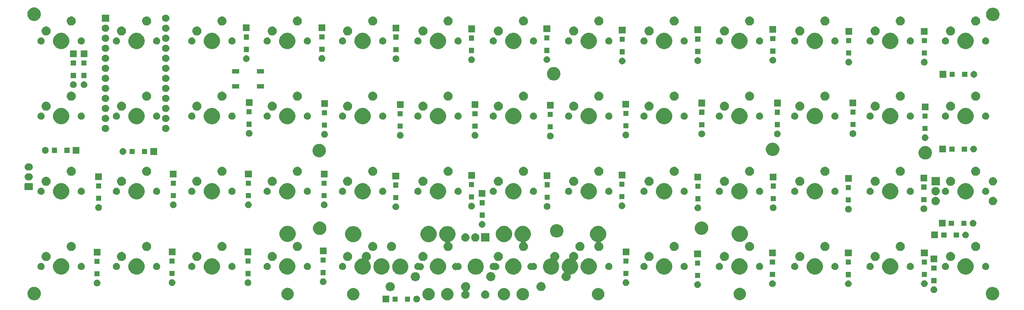
<source format=gbs>
G04 #@! TF.GenerationSoftware,KiCad,Pcbnew,(5.1.5-0-10_14)*
G04 #@! TF.CreationDate,2020-11-29T18:14:47+02:00*
G04 #@! TF.ProjectId,Louhi,4c6f7568-692e-46b6-9963-61645f706362,rev?*
G04 #@! TF.SameCoordinates,Original*
G04 #@! TF.FileFunction,Soldermask,Bot*
G04 #@! TF.FilePolarity,Negative*
%FSLAX46Y46*%
G04 Gerber Fmt 4.6, Leading zero omitted, Abs format (unit mm)*
G04 Created by KiCad (PCBNEW (5.1.5-0-10_14)) date 2020-11-29 18:14:47*
%MOMM*%
%LPD*%
G04 APERTURE LIST*
%ADD10C,0.100000*%
G04 APERTURE END LIST*
D10*
G36*
X182808228Y-131581703D02*
G01*
X182963100Y-131645853D01*
X183102481Y-131738985D01*
X183221015Y-131857519D01*
X183314147Y-131996900D01*
X183378297Y-132151772D01*
X183411000Y-132316184D01*
X183411000Y-132483816D01*
X183378297Y-132648228D01*
X183314147Y-132803100D01*
X183221015Y-132942481D01*
X183102481Y-133061015D01*
X182963100Y-133154147D01*
X182808228Y-133218297D01*
X182643816Y-133251000D01*
X182476184Y-133251000D01*
X182311772Y-133218297D01*
X182156900Y-133154147D01*
X182017519Y-133061015D01*
X181898985Y-132942481D01*
X181805853Y-132803100D01*
X181741703Y-132648228D01*
X181709000Y-132483816D01*
X181709000Y-132316184D01*
X181741703Y-132151772D01*
X181805853Y-131996900D01*
X181898985Y-131857519D01*
X182017519Y-131738985D01*
X182156900Y-131645853D01*
X182311772Y-131581703D01*
X182476184Y-131549000D01*
X182643816Y-131549000D01*
X182808228Y-131581703D01*
G37*
G36*
X175611000Y-133251000D02*
G01*
X173909000Y-133251000D01*
X173909000Y-131549000D01*
X175611000Y-131549000D01*
X175611000Y-133251000D01*
G37*
G36*
X180886000Y-133051000D02*
G01*
X179584000Y-133051000D01*
X179584000Y-131749000D01*
X180886000Y-131749000D01*
X180886000Y-133051000D01*
G37*
G36*
X177736000Y-133051000D02*
G01*
X176434000Y-133051000D01*
X176434000Y-131749000D01*
X177736000Y-131749000D01*
X177736000Y-133051000D01*
G37*
G36*
X190551083Y-129619090D02*
G01*
X190779702Y-129664564D01*
X191066516Y-129783367D01*
X191324642Y-129955841D01*
X191544159Y-130175358D01*
X191716633Y-130433484D01*
X191835436Y-130720298D01*
X191862885Y-130858297D01*
X191896000Y-131024776D01*
X191896000Y-131335224D01*
X191888383Y-131373516D01*
X191835436Y-131639702D01*
X191716633Y-131926516D01*
X191544159Y-132184642D01*
X191324642Y-132404159D01*
X191066516Y-132576633D01*
X190779702Y-132695436D01*
X190551083Y-132740910D01*
X190475224Y-132756000D01*
X190164776Y-132756000D01*
X190088917Y-132740910D01*
X189860298Y-132695436D01*
X189573484Y-132576633D01*
X189315358Y-132404159D01*
X189095841Y-132184642D01*
X188923367Y-131926516D01*
X188804564Y-131639702D01*
X188751617Y-131373516D01*
X188744000Y-131335224D01*
X188744000Y-131024776D01*
X188777115Y-130858297D01*
X188804564Y-130720298D01*
X188923367Y-130433484D01*
X189095841Y-130175358D01*
X189315358Y-129955841D01*
X189573484Y-129783367D01*
X189860298Y-129664564D01*
X190088917Y-129619090D01*
X190164776Y-129604000D01*
X190475224Y-129604000D01*
X190551083Y-129619090D01*
G37*
G36*
X166751083Y-129619090D02*
G01*
X166979702Y-129664564D01*
X167266516Y-129783367D01*
X167524642Y-129955841D01*
X167744159Y-130175358D01*
X167916633Y-130433484D01*
X168035436Y-130720298D01*
X168062885Y-130858297D01*
X168096000Y-131024776D01*
X168096000Y-131335224D01*
X168088383Y-131373516D01*
X168035436Y-131639702D01*
X167916633Y-131926516D01*
X167744159Y-132184642D01*
X167524642Y-132404159D01*
X167266516Y-132576633D01*
X166979702Y-132695436D01*
X166751083Y-132740910D01*
X166675224Y-132756000D01*
X166364776Y-132756000D01*
X166288917Y-132740910D01*
X166060298Y-132695436D01*
X165773484Y-132576633D01*
X165515358Y-132404159D01*
X165295841Y-132184642D01*
X165123367Y-131926516D01*
X165004564Y-131639702D01*
X164951617Y-131373516D01*
X164944000Y-131335224D01*
X164944000Y-131024776D01*
X164977115Y-130858297D01*
X165004564Y-130720298D01*
X165123367Y-130433484D01*
X165295841Y-130175358D01*
X165515358Y-129955841D01*
X165773484Y-129783367D01*
X166060298Y-129664564D01*
X166288917Y-129619090D01*
X166364776Y-129604000D01*
X166675224Y-129604000D01*
X166751083Y-129619090D01*
G37*
G36*
X209611083Y-129609090D02*
G01*
X209839702Y-129654564D01*
X210126516Y-129773367D01*
X210384642Y-129945841D01*
X210604159Y-130165358D01*
X210776633Y-130423484D01*
X210895436Y-130710298D01*
X210924874Y-130858295D01*
X210952022Y-130994776D01*
X210956000Y-131014778D01*
X210956000Y-131325222D01*
X210895436Y-131629702D01*
X210776633Y-131916516D01*
X210604159Y-132174642D01*
X210384642Y-132394159D01*
X210126516Y-132566633D01*
X209839702Y-132685436D01*
X209635770Y-132726000D01*
X209535224Y-132746000D01*
X209224776Y-132746000D01*
X209124230Y-132726000D01*
X208920298Y-132685436D01*
X208633484Y-132566633D01*
X208375358Y-132394159D01*
X208155841Y-132174642D01*
X207983367Y-131916516D01*
X207864564Y-131629702D01*
X207804000Y-131325222D01*
X207804000Y-131014778D01*
X207807979Y-130994776D01*
X207835126Y-130858295D01*
X207864564Y-130710298D01*
X207983367Y-130423484D01*
X208155841Y-130165358D01*
X208375358Y-129945841D01*
X208633484Y-129773367D01*
X208920298Y-129654564D01*
X209148917Y-129609090D01*
X209224776Y-129594000D01*
X209535224Y-129594000D01*
X209611083Y-129609090D01*
G37*
G36*
X185811083Y-129609090D02*
G01*
X186039702Y-129654564D01*
X186326516Y-129773367D01*
X186584642Y-129945841D01*
X186804159Y-130165358D01*
X186976633Y-130423484D01*
X187095436Y-130710298D01*
X187124874Y-130858295D01*
X187152022Y-130994776D01*
X187156000Y-131014778D01*
X187156000Y-131325222D01*
X187095436Y-131629702D01*
X186976633Y-131916516D01*
X186804159Y-132174642D01*
X186584642Y-132394159D01*
X186326516Y-132566633D01*
X186039702Y-132685436D01*
X185835770Y-132726000D01*
X185735224Y-132746000D01*
X185424776Y-132746000D01*
X185324230Y-132726000D01*
X185120298Y-132685436D01*
X184833484Y-132566633D01*
X184575358Y-132394159D01*
X184355841Y-132174642D01*
X184183367Y-131916516D01*
X184064564Y-131629702D01*
X184004000Y-131325222D01*
X184004000Y-131014778D01*
X184007979Y-130994776D01*
X184035126Y-130858295D01*
X184064564Y-130710298D01*
X184183367Y-130423484D01*
X184355841Y-130165358D01*
X184575358Y-129945841D01*
X184833484Y-129773367D01*
X185120298Y-129654564D01*
X185348917Y-129609090D01*
X185424776Y-129594000D01*
X185735224Y-129594000D01*
X185811083Y-129609090D01*
G37*
G36*
X228644209Y-129585733D02*
G01*
X228889702Y-129634564D01*
X229176516Y-129753367D01*
X229434642Y-129925841D01*
X229654159Y-130145358D01*
X229826633Y-130403484D01*
X229945436Y-130690298D01*
X229990910Y-130918917D01*
X230006000Y-130994776D01*
X230006000Y-131305224D01*
X229992416Y-131373514D01*
X229945436Y-131609702D01*
X229826633Y-131896516D01*
X229654159Y-132154642D01*
X229434642Y-132374159D01*
X229176516Y-132546633D01*
X228889702Y-132665436D01*
X228661083Y-132710910D01*
X228585224Y-132726000D01*
X228274776Y-132726000D01*
X228198917Y-132710910D01*
X227970298Y-132665436D01*
X227683484Y-132546633D01*
X227425358Y-132374159D01*
X227205841Y-132154642D01*
X227033367Y-131896516D01*
X226914564Y-131609702D01*
X226867584Y-131373514D01*
X226854000Y-131305224D01*
X226854000Y-130994776D01*
X226869090Y-130918917D01*
X226914564Y-130690298D01*
X227033367Y-130403484D01*
X227205841Y-130145358D01*
X227425358Y-129925841D01*
X227683484Y-129753367D01*
X227970298Y-129634564D01*
X228215791Y-129585733D01*
X228274776Y-129574000D01*
X228585224Y-129574000D01*
X228644209Y-129585733D01*
G37*
G36*
X204844209Y-129585733D02*
G01*
X205089702Y-129634564D01*
X205376516Y-129753367D01*
X205634642Y-129925841D01*
X205854159Y-130145358D01*
X206026633Y-130403484D01*
X206145436Y-130690298D01*
X206190910Y-130918917D01*
X206206000Y-130994776D01*
X206206000Y-131305224D01*
X206192416Y-131373514D01*
X206145436Y-131609702D01*
X206026633Y-131896516D01*
X205854159Y-132154642D01*
X205634642Y-132374159D01*
X205376516Y-132546633D01*
X205089702Y-132665436D01*
X204861083Y-132710910D01*
X204785224Y-132726000D01*
X204474776Y-132726000D01*
X204398917Y-132710910D01*
X204170298Y-132665436D01*
X203883484Y-132546633D01*
X203625358Y-132374159D01*
X203405841Y-132154642D01*
X203233367Y-131896516D01*
X203114564Y-131609702D01*
X203067584Y-131373514D01*
X203054000Y-131305224D01*
X203054000Y-130994776D01*
X203069090Y-130918917D01*
X203114564Y-130690298D01*
X203233367Y-130403484D01*
X203405841Y-130145358D01*
X203625358Y-129925841D01*
X203883484Y-129753367D01*
X204170298Y-129634564D01*
X204415791Y-129585733D01*
X204474776Y-129574000D01*
X204785224Y-129574000D01*
X204844209Y-129585733D01*
G37*
G36*
X328596162Y-129384368D02*
G01*
X328905724Y-129512593D01*
X328905725Y-129512594D01*
X329184324Y-129698747D01*
X329421253Y-129935676D01*
X329531716Y-130100996D01*
X329607407Y-130214276D01*
X329735632Y-130523838D01*
X329801000Y-130852465D01*
X329801000Y-131187535D01*
X329735632Y-131516162D01*
X329607407Y-131825724D01*
X329560107Y-131896514D01*
X329421253Y-132104324D01*
X329184324Y-132341253D01*
X329135076Y-132374159D01*
X328905724Y-132527407D01*
X328596162Y-132655632D01*
X328267535Y-132721000D01*
X327932465Y-132721000D01*
X327603838Y-132655632D01*
X327294276Y-132527407D01*
X327064924Y-132374159D01*
X327015676Y-132341253D01*
X326778747Y-132104324D01*
X326639893Y-131896514D01*
X326592593Y-131825724D01*
X326464368Y-131516162D01*
X326399000Y-131187535D01*
X326399000Y-130852465D01*
X326464368Y-130523838D01*
X326592593Y-130214276D01*
X326668284Y-130100996D01*
X326778747Y-129935676D01*
X327015676Y-129698747D01*
X327294275Y-129512594D01*
X327294276Y-129512593D01*
X327603838Y-129384368D01*
X327932465Y-129319000D01*
X328267535Y-129319000D01*
X328596162Y-129384368D01*
G37*
G36*
X86376162Y-129364368D02*
G01*
X86685724Y-129492593D01*
X86769088Y-129548295D01*
X86964324Y-129678747D01*
X87201253Y-129915676D01*
X87246718Y-129983720D01*
X87387407Y-130194276D01*
X87515632Y-130503838D01*
X87581000Y-130832465D01*
X87581000Y-131167535D01*
X87515632Y-131496162D01*
X87387407Y-131805724D01*
X87357127Y-131851041D01*
X87201253Y-132084324D01*
X86964324Y-132321253D01*
X86778170Y-132445637D01*
X86685724Y-132507407D01*
X86376162Y-132635632D01*
X86047535Y-132701000D01*
X85712465Y-132701000D01*
X85383838Y-132635632D01*
X85074276Y-132507407D01*
X84981830Y-132445637D01*
X84795676Y-132321253D01*
X84558747Y-132084324D01*
X84402873Y-131851041D01*
X84372593Y-131805724D01*
X84244368Y-131496162D01*
X84179000Y-131167535D01*
X84179000Y-130832465D01*
X84244368Y-130503838D01*
X84372593Y-130194276D01*
X84513282Y-129983720D01*
X84558747Y-129915676D01*
X84795676Y-129678747D01*
X84990912Y-129548295D01*
X85074276Y-129492593D01*
X85383838Y-129364368D01*
X85712465Y-129299000D01*
X86047535Y-129299000D01*
X86376162Y-129364368D01*
G37*
G36*
X150177100Y-129548295D02*
G01*
X150389411Y-129590526D01*
X150495728Y-129634564D01*
X150676041Y-129709252D01*
X150676042Y-129709253D01*
X150934004Y-129881617D01*
X151153383Y-130100996D01*
X151256682Y-130255595D01*
X151325748Y-130358959D01*
X151353197Y-130425227D01*
X151444474Y-130645589D01*
X151459334Y-130720298D01*
X151505000Y-130949875D01*
X151505000Y-131260125D01*
X151482445Y-131373516D01*
X151444474Y-131564411D01*
X151425714Y-131609701D01*
X151325748Y-131851041D01*
X151282000Y-131916514D01*
X151153383Y-132109004D01*
X150934004Y-132328383D01*
X150761639Y-132443553D01*
X150676041Y-132500748D01*
X150565264Y-132546633D01*
X150389411Y-132619474D01*
X150244854Y-132648228D01*
X150085125Y-132680000D01*
X149774875Y-132680000D01*
X149615146Y-132648228D01*
X149470589Y-132619474D01*
X149294736Y-132546633D01*
X149183959Y-132500748D01*
X149098361Y-132443553D01*
X148925996Y-132328383D01*
X148706617Y-132109004D01*
X148578000Y-131916514D01*
X148534252Y-131851041D01*
X148434286Y-131609701D01*
X148415526Y-131564411D01*
X148377555Y-131373516D01*
X148355000Y-131260125D01*
X148355000Y-130949875D01*
X148400666Y-130720298D01*
X148415526Y-130645589D01*
X148506803Y-130425227D01*
X148534252Y-130358959D01*
X148603318Y-130255595D01*
X148706617Y-130100996D01*
X148925996Y-129881617D01*
X149183958Y-129709253D01*
X149183959Y-129709252D01*
X149364272Y-129634564D01*
X149470589Y-129590526D01*
X149682900Y-129548295D01*
X149774875Y-129530000D01*
X150085125Y-129530000D01*
X150177100Y-129548295D01*
G37*
G36*
X264477100Y-129548295D02*
G01*
X264689411Y-129590526D01*
X264795728Y-129634564D01*
X264976041Y-129709252D01*
X264976042Y-129709253D01*
X265234004Y-129881617D01*
X265453383Y-130100996D01*
X265556682Y-130255595D01*
X265625748Y-130358959D01*
X265653197Y-130425227D01*
X265744474Y-130645589D01*
X265759334Y-130720298D01*
X265805000Y-130949875D01*
X265805000Y-131260125D01*
X265782445Y-131373516D01*
X265744474Y-131564411D01*
X265725714Y-131609701D01*
X265625748Y-131851041D01*
X265582000Y-131916514D01*
X265453383Y-132109004D01*
X265234004Y-132328383D01*
X265061639Y-132443553D01*
X264976041Y-132500748D01*
X264865264Y-132546633D01*
X264689411Y-132619474D01*
X264544854Y-132648228D01*
X264385125Y-132680000D01*
X264074875Y-132680000D01*
X263915146Y-132648228D01*
X263770589Y-132619474D01*
X263594736Y-132546633D01*
X263483959Y-132500748D01*
X263398361Y-132443553D01*
X263225996Y-132328383D01*
X263006617Y-132109004D01*
X262878000Y-131916514D01*
X262834252Y-131851041D01*
X262734286Y-131609701D01*
X262715526Y-131564411D01*
X262677555Y-131373516D01*
X262655000Y-131260125D01*
X262655000Y-130949875D01*
X262700666Y-130720298D01*
X262715526Y-130645589D01*
X262806803Y-130425227D01*
X262834252Y-130358959D01*
X262903318Y-130255595D01*
X263006617Y-130100996D01*
X263225996Y-129881617D01*
X263483958Y-129709253D01*
X263483959Y-129709252D01*
X263664272Y-129634564D01*
X263770589Y-129590526D01*
X263982900Y-129548295D01*
X264074875Y-129530000D01*
X264385125Y-129530000D01*
X264477100Y-129548295D01*
G37*
G36*
X200196564Y-130259389D02*
G01*
X200383545Y-130336839D01*
X200387835Y-130338616D01*
X200559973Y-130453635D01*
X200706365Y-130600027D01*
X200786728Y-130720298D01*
X200821385Y-130772167D01*
X200900611Y-130963436D01*
X200941000Y-131166484D01*
X200941000Y-131373516D01*
X200900611Y-131576564D01*
X200833334Y-131738985D01*
X200821384Y-131767835D01*
X200706365Y-131939973D01*
X200559973Y-132086365D01*
X200387835Y-132201384D01*
X200387834Y-132201385D01*
X200387833Y-132201385D01*
X200196564Y-132280611D01*
X199993516Y-132321000D01*
X199786484Y-132321000D01*
X199583436Y-132280611D01*
X199392167Y-132201385D01*
X199392166Y-132201385D01*
X199392165Y-132201384D01*
X199220027Y-132086365D01*
X199073635Y-131939973D01*
X198958616Y-131767835D01*
X198946666Y-131738985D01*
X198879389Y-131576564D01*
X198839000Y-131373516D01*
X198839000Y-131166484D01*
X198879389Y-130963436D01*
X198958615Y-130772167D01*
X198993273Y-130720298D01*
X199073635Y-130600027D01*
X199220027Y-130453635D01*
X199392165Y-130338616D01*
X199396455Y-130336839D01*
X199583436Y-130259389D01*
X199786484Y-130219000D01*
X199993516Y-130219000D01*
X200196564Y-130259389D01*
G37*
G36*
X195103638Y-128109000D02*
G01*
X195275734Y-128143232D01*
X195485203Y-128229997D01*
X195673720Y-128355960D01*
X195834040Y-128516280D01*
X195960003Y-128704797D01*
X195960004Y-128704799D01*
X195973851Y-128738228D01*
X196046768Y-128914266D01*
X196091000Y-129136636D01*
X196091000Y-129363364D01*
X196046768Y-129585734D01*
X195960003Y-129795203D01*
X195834040Y-129983720D01*
X195673720Y-130144040D01*
X195540719Y-130232908D01*
X195521780Y-130248451D01*
X195506235Y-130267393D01*
X195494684Y-130289004D01*
X195487571Y-130312453D01*
X195485169Y-130336839D01*
X195487571Y-130361225D01*
X195494684Y-130384674D01*
X195506235Y-130406285D01*
X195521780Y-130425227D01*
X195540723Y-130440772D01*
X195559971Y-130453633D01*
X195706365Y-130600027D01*
X195786728Y-130720298D01*
X195821385Y-130772167D01*
X195900611Y-130963436D01*
X195941000Y-131166484D01*
X195941000Y-131373516D01*
X195900611Y-131576564D01*
X195833334Y-131738985D01*
X195821384Y-131767835D01*
X195706365Y-131939973D01*
X195559973Y-132086365D01*
X195387835Y-132201384D01*
X195387834Y-132201385D01*
X195387833Y-132201385D01*
X195196564Y-132280611D01*
X194993516Y-132321000D01*
X194786484Y-132321000D01*
X194583436Y-132280611D01*
X194392167Y-132201385D01*
X194392166Y-132201385D01*
X194392165Y-132201384D01*
X194220027Y-132086365D01*
X194073635Y-131939973D01*
X193958616Y-131767835D01*
X193946666Y-131738985D01*
X193879389Y-131576564D01*
X193839000Y-131373516D01*
X193839000Y-131166484D01*
X193879389Y-130963436D01*
X193958615Y-130772167D01*
X193993273Y-130720298D01*
X194073635Y-130600027D01*
X194220027Y-130453635D01*
X194289278Y-130407363D01*
X194308219Y-130391818D01*
X194323765Y-130372876D01*
X194335316Y-130351265D01*
X194342429Y-130327816D01*
X194344831Y-130303430D01*
X194342429Y-130279044D01*
X194335316Y-130255595D01*
X194323765Y-130233984D01*
X194308220Y-130215043D01*
X194289281Y-130199500D01*
X194206280Y-130144040D01*
X194045960Y-129983720D01*
X193919997Y-129795203D01*
X193833232Y-129585734D01*
X193789000Y-129363364D01*
X193789000Y-129136636D01*
X193833232Y-128914266D01*
X193906149Y-128738228D01*
X193919996Y-128704799D01*
X193919997Y-128704797D01*
X194045960Y-128516280D01*
X194206280Y-128355960D01*
X194394797Y-128229997D01*
X194604266Y-128143232D01*
X194776362Y-128109000D01*
X194826635Y-128099000D01*
X195053365Y-128099000D01*
X195103638Y-128109000D01*
G37*
G36*
X313548228Y-129221703D02*
G01*
X313703100Y-129285853D01*
X313842481Y-129378985D01*
X313961015Y-129497519D01*
X314054147Y-129636900D01*
X314118297Y-129791772D01*
X314151000Y-129956184D01*
X314151000Y-130123816D01*
X314118297Y-130288228D01*
X314054147Y-130443100D01*
X313961015Y-130582481D01*
X313842481Y-130701015D01*
X313703100Y-130794147D01*
X313548228Y-130858297D01*
X313383816Y-130891000D01*
X313216184Y-130891000D01*
X313051772Y-130858297D01*
X312896900Y-130794147D01*
X312757519Y-130701015D01*
X312638985Y-130582481D01*
X312545853Y-130443100D01*
X312481703Y-130288228D01*
X312449000Y-130123816D01*
X312449000Y-129956184D01*
X312481703Y-129791772D01*
X312545853Y-129636900D01*
X312638985Y-129497519D01*
X312757519Y-129378985D01*
X312896900Y-129285853D01*
X313051772Y-129221703D01*
X313216184Y-129189000D01*
X313383816Y-129189000D01*
X313548228Y-129221703D01*
G37*
G36*
X176104549Y-128131116D02*
G01*
X176215734Y-128153232D01*
X176259076Y-128171185D01*
X176401059Y-128229996D01*
X176425203Y-128239997D01*
X176613720Y-128365960D01*
X176774040Y-128526280D01*
X176900003Y-128714797D01*
X176900004Y-128714799D01*
X176909709Y-128738229D01*
X176984213Y-128918097D01*
X176986768Y-128924267D01*
X177025033Y-129116635D01*
X177031000Y-129146636D01*
X177031000Y-129373364D01*
X176986768Y-129595734D01*
X176939747Y-129709252D01*
X176912430Y-129775203D01*
X176900003Y-129805203D01*
X176774040Y-129993720D01*
X176613720Y-130154040D01*
X176425203Y-130280003D01*
X176215734Y-130366768D01*
X176125714Y-130384674D01*
X175993365Y-130411000D01*
X175766635Y-130411000D01*
X175634286Y-130384674D01*
X175544266Y-130366768D01*
X175334797Y-130280003D01*
X175146280Y-130154040D01*
X174985960Y-129993720D01*
X174859997Y-129805203D01*
X174847571Y-129775203D01*
X174820253Y-129709252D01*
X174773232Y-129595734D01*
X174729000Y-129373364D01*
X174729000Y-129146636D01*
X174734968Y-129116635D01*
X174773232Y-128924267D01*
X174775788Y-128918097D01*
X174850291Y-128738229D01*
X174859996Y-128714799D01*
X174859997Y-128714797D01*
X174985960Y-128526280D01*
X175146280Y-128365960D01*
X175334797Y-128239997D01*
X175358942Y-128229996D01*
X175500924Y-128171185D01*
X175544266Y-128153232D01*
X175655451Y-128131116D01*
X175766635Y-128109000D01*
X175993365Y-128109000D01*
X176104549Y-128131116D01*
G37*
G36*
X214193354Y-128096900D02*
G01*
X214325734Y-128123232D01*
X214535203Y-128209997D01*
X214723720Y-128335960D01*
X214884040Y-128496280D01*
X214994112Y-128661015D01*
X215010004Y-128684799D01*
X215022430Y-128714799D01*
X215096768Y-128894266D01*
X215118884Y-129005451D01*
X215141000Y-129116635D01*
X215141000Y-129343365D01*
X215133915Y-129378985D01*
X215096768Y-129565734D01*
X215068257Y-129634565D01*
X215010764Y-129773367D01*
X215010003Y-129775203D01*
X214884040Y-129963720D01*
X214723720Y-130124040D01*
X214535203Y-130250003D01*
X214325734Y-130336768D01*
X214316448Y-130338615D01*
X214103365Y-130381000D01*
X213876635Y-130381000D01*
X213663552Y-130338615D01*
X213654266Y-130336768D01*
X213444797Y-130250003D01*
X213256280Y-130124040D01*
X213095960Y-129963720D01*
X212969997Y-129775203D01*
X212969237Y-129773367D01*
X212911743Y-129634565D01*
X212883232Y-129565734D01*
X212846085Y-129378985D01*
X212839000Y-129343365D01*
X212839000Y-129116635D01*
X212861116Y-129005451D01*
X212883232Y-128894266D01*
X212957570Y-128714799D01*
X212969996Y-128684799D01*
X212985888Y-128661015D01*
X213095960Y-128496280D01*
X213256280Y-128335960D01*
X213444797Y-128209997D01*
X213654266Y-128123232D01*
X213786646Y-128096900D01*
X213876635Y-128079000D01*
X214103365Y-128079000D01*
X214193354Y-128096900D01*
G37*
G36*
X253808228Y-127911703D02*
G01*
X253963100Y-127975853D01*
X254102481Y-128068985D01*
X254221015Y-128187519D01*
X254314147Y-128326900D01*
X254378297Y-128481772D01*
X254411000Y-128646184D01*
X254411000Y-128813816D01*
X254378297Y-128978228D01*
X254314147Y-129133100D01*
X254221015Y-129272481D01*
X254102481Y-129391015D01*
X253963100Y-129484147D01*
X253808228Y-129548297D01*
X253643816Y-129581000D01*
X253476184Y-129581000D01*
X253311772Y-129548297D01*
X253156900Y-129484147D01*
X253017519Y-129391015D01*
X252898985Y-129272481D01*
X252805853Y-129133100D01*
X252741703Y-128978228D01*
X252709000Y-128813816D01*
X252709000Y-128646184D01*
X252741703Y-128481772D01*
X252805853Y-128326900D01*
X252898985Y-128187519D01*
X253017519Y-128068985D01*
X253156900Y-127975853D01*
X253311772Y-127911703D01*
X253476184Y-127879000D01*
X253643816Y-127879000D01*
X253808228Y-127911703D01*
G37*
G36*
X291908228Y-127696703D02*
G01*
X292063100Y-127760853D01*
X292202481Y-127853985D01*
X292321015Y-127972519D01*
X292414147Y-128111900D01*
X292478297Y-128266772D01*
X292511000Y-128431184D01*
X292511000Y-128598816D01*
X292478297Y-128763228D01*
X292414147Y-128918100D01*
X292321015Y-129057481D01*
X292202481Y-129176015D01*
X292063100Y-129269147D01*
X291908228Y-129333297D01*
X291743816Y-129366000D01*
X291576184Y-129366000D01*
X291411772Y-129333297D01*
X291256900Y-129269147D01*
X291117519Y-129176015D01*
X290998985Y-129057481D01*
X290905853Y-128918100D01*
X290841703Y-128763228D01*
X290809000Y-128598816D01*
X290809000Y-128431184D01*
X290841703Y-128266772D01*
X290905853Y-128111900D01*
X290998985Y-127972519D01*
X291117519Y-127853985D01*
X291256900Y-127760853D01*
X291411772Y-127696703D01*
X291576184Y-127664000D01*
X291743816Y-127664000D01*
X291908228Y-127696703D01*
G37*
G36*
X272738228Y-127681703D02*
G01*
X272893100Y-127745853D01*
X273032481Y-127838985D01*
X273151015Y-127957519D01*
X273244147Y-128096900D01*
X273308297Y-128251772D01*
X273341000Y-128416184D01*
X273341000Y-128583816D01*
X273308297Y-128748228D01*
X273244147Y-128903100D01*
X273151015Y-129042481D01*
X273032481Y-129161015D01*
X272893100Y-129254147D01*
X272738228Y-129318297D01*
X272573816Y-129351000D01*
X272406184Y-129351000D01*
X272241772Y-129318297D01*
X272086900Y-129254147D01*
X271947519Y-129161015D01*
X271828985Y-129042481D01*
X271735853Y-128903100D01*
X271671703Y-128748228D01*
X271639000Y-128583816D01*
X271639000Y-128416184D01*
X271671703Y-128251772D01*
X271735853Y-128096900D01*
X271828985Y-127957519D01*
X271947519Y-127838985D01*
X272086900Y-127745853D01*
X272241772Y-127681703D01*
X272406184Y-127649000D01*
X272573816Y-127649000D01*
X272738228Y-127681703D01*
G37*
G36*
X311128228Y-127671703D02*
G01*
X311283100Y-127735853D01*
X311422481Y-127828985D01*
X311541015Y-127947519D01*
X311634147Y-128086900D01*
X311698297Y-128241772D01*
X311731000Y-128406184D01*
X311731000Y-128573816D01*
X311698297Y-128738228D01*
X311634147Y-128893100D01*
X311541015Y-129032481D01*
X311422481Y-129151015D01*
X311283100Y-129244147D01*
X311128228Y-129308297D01*
X310963816Y-129341000D01*
X310796184Y-129341000D01*
X310631772Y-129308297D01*
X310476900Y-129244147D01*
X310337519Y-129151015D01*
X310218985Y-129032481D01*
X310125853Y-128893100D01*
X310061703Y-128738228D01*
X310029000Y-128573816D01*
X310029000Y-128406184D01*
X310061703Y-128241772D01*
X310125853Y-128086900D01*
X310218985Y-127947519D01*
X310337519Y-127828985D01*
X310476900Y-127735853D01*
X310631772Y-127671703D01*
X310796184Y-127639000D01*
X310963816Y-127639000D01*
X311128228Y-127671703D01*
G37*
G36*
X102018228Y-127511703D02*
G01*
X102173100Y-127575853D01*
X102312481Y-127668985D01*
X102431015Y-127787519D01*
X102524147Y-127926900D01*
X102588297Y-128081772D01*
X102621000Y-128246184D01*
X102621000Y-128413816D01*
X102588297Y-128578228D01*
X102524147Y-128733100D01*
X102431015Y-128872481D01*
X102312481Y-128991015D01*
X102173100Y-129084147D01*
X102018228Y-129148297D01*
X101853816Y-129181000D01*
X101686184Y-129181000D01*
X101521772Y-129148297D01*
X101366900Y-129084147D01*
X101227519Y-128991015D01*
X101108985Y-128872481D01*
X101015853Y-128733100D01*
X100951703Y-128578228D01*
X100919000Y-128413816D01*
X100919000Y-128246184D01*
X100951703Y-128081772D01*
X101015853Y-127926900D01*
X101108985Y-127787519D01*
X101227519Y-127668985D01*
X101366900Y-127575853D01*
X101521772Y-127511703D01*
X101686184Y-127479000D01*
X101853816Y-127479000D01*
X102018228Y-127511703D01*
G37*
G36*
X140168228Y-127436703D02*
G01*
X140323100Y-127500853D01*
X140462481Y-127593985D01*
X140581015Y-127712519D01*
X140674147Y-127851900D01*
X140738297Y-128006772D01*
X140771000Y-128171184D01*
X140771000Y-128338816D01*
X140738297Y-128503228D01*
X140674147Y-128658100D01*
X140581015Y-128797481D01*
X140462481Y-128916015D01*
X140323100Y-129009147D01*
X140168228Y-129073297D01*
X140003816Y-129106000D01*
X139836184Y-129106000D01*
X139671772Y-129073297D01*
X139516900Y-129009147D01*
X139377519Y-128916015D01*
X139258985Y-128797481D01*
X139165853Y-128658100D01*
X139101703Y-128503228D01*
X139069000Y-128338816D01*
X139069000Y-128171184D01*
X139101703Y-128006772D01*
X139165853Y-127851900D01*
X139258985Y-127712519D01*
X139377519Y-127593985D01*
X139516900Y-127500853D01*
X139671772Y-127436703D01*
X139836184Y-127404000D01*
X140003816Y-127404000D01*
X140168228Y-127436703D01*
G37*
G36*
X120978228Y-127411703D02*
G01*
X121133100Y-127475853D01*
X121272481Y-127568985D01*
X121391015Y-127687519D01*
X121484147Y-127826900D01*
X121548297Y-127981772D01*
X121581000Y-128146184D01*
X121581000Y-128313816D01*
X121548297Y-128478228D01*
X121484147Y-128633100D01*
X121391015Y-128772481D01*
X121272481Y-128891015D01*
X121133100Y-128984147D01*
X120978228Y-129048297D01*
X120813816Y-129081000D01*
X120646184Y-129081000D01*
X120481772Y-129048297D01*
X120326900Y-128984147D01*
X120187519Y-128891015D01*
X120068985Y-128772481D01*
X119975853Y-128633100D01*
X119911703Y-128478228D01*
X119879000Y-128313816D01*
X119879000Y-128146184D01*
X119911703Y-127981772D01*
X119975853Y-127826900D01*
X120068985Y-127687519D01*
X120187519Y-127568985D01*
X120326900Y-127475853D01*
X120481772Y-127411703D01*
X120646184Y-127379000D01*
X120813816Y-127379000D01*
X120978228Y-127411703D01*
G37*
G36*
X235698228Y-127406703D02*
G01*
X235853100Y-127470853D01*
X235992481Y-127563985D01*
X236111015Y-127682519D01*
X236204147Y-127821900D01*
X236268297Y-127976772D01*
X236301000Y-128141184D01*
X236301000Y-128308816D01*
X236268297Y-128473228D01*
X236204147Y-128628100D01*
X236111015Y-128767481D01*
X235992481Y-128886015D01*
X235853100Y-128979147D01*
X235698228Y-129043297D01*
X235533816Y-129076000D01*
X235366184Y-129076000D01*
X235201772Y-129043297D01*
X235046900Y-128979147D01*
X234907519Y-128886015D01*
X234788985Y-128767481D01*
X234695853Y-128628100D01*
X234631703Y-128473228D01*
X234599000Y-128308816D01*
X234599000Y-128141184D01*
X234631703Y-127976772D01*
X234695853Y-127821900D01*
X234788985Y-127682519D01*
X234907519Y-127563985D01*
X235046900Y-127470853D01*
X235201772Y-127406703D01*
X235366184Y-127374000D01*
X235533816Y-127374000D01*
X235698228Y-127406703D01*
G37*
G36*
X159168228Y-127181703D02*
G01*
X159323100Y-127245853D01*
X159462481Y-127338985D01*
X159581015Y-127457519D01*
X159674147Y-127596900D01*
X159738297Y-127751772D01*
X159771000Y-127916184D01*
X159771000Y-128083816D01*
X159738297Y-128248228D01*
X159674147Y-128403100D01*
X159581015Y-128542481D01*
X159462481Y-128661015D01*
X159323100Y-128754147D01*
X159168228Y-128818297D01*
X159003816Y-128851000D01*
X158836184Y-128851000D01*
X158671772Y-128818297D01*
X158516900Y-128754147D01*
X158377519Y-128661015D01*
X158258985Y-128542481D01*
X158165853Y-128403100D01*
X158101703Y-128248228D01*
X158069000Y-128083816D01*
X158069000Y-127916184D01*
X158101703Y-127751772D01*
X158165853Y-127596900D01*
X158258985Y-127457519D01*
X158377519Y-127338985D01*
X158516900Y-127245853D01*
X158671772Y-127181703D01*
X158836184Y-127149000D01*
X159003816Y-127149000D01*
X159168228Y-127181703D01*
G37*
G36*
X313951000Y-128366000D02*
G01*
X312649000Y-128366000D01*
X312649000Y-127064000D01*
X313951000Y-127064000D01*
X313951000Y-128366000D01*
G37*
G36*
X182454549Y-125591116D02*
G01*
X182565734Y-125613232D01*
X182589656Y-125623141D01*
X182751059Y-125689996D01*
X182775203Y-125699997D01*
X182963720Y-125825960D01*
X183124040Y-125986280D01*
X183250003Y-126174797D01*
X183250004Y-126174799D01*
X183257472Y-126192828D01*
X183332626Y-126374266D01*
X183336768Y-126384267D01*
X183375033Y-126576635D01*
X183381000Y-126606636D01*
X183381000Y-126833364D01*
X183336768Y-127055734D01*
X183333344Y-127064000D01*
X183258019Y-127245852D01*
X183250003Y-127265203D01*
X183124040Y-127453720D01*
X182963720Y-127614040D01*
X182775203Y-127740003D01*
X182775202Y-127740004D01*
X182775201Y-127740004D01*
X182761080Y-127745853D01*
X182565734Y-127826768D01*
X182454549Y-127848884D01*
X182343365Y-127871000D01*
X182116635Y-127871000D01*
X182005451Y-127848884D01*
X181894266Y-127826768D01*
X181698920Y-127745853D01*
X181684799Y-127740004D01*
X181684798Y-127740004D01*
X181684797Y-127740003D01*
X181496280Y-127614040D01*
X181335960Y-127453720D01*
X181209997Y-127265203D01*
X181201982Y-127245852D01*
X181126656Y-127064000D01*
X181123232Y-127055734D01*
X181079000Y-126833364D01*
X181079000Y-126606636D01*
X181084968Y-126576635D01*
X181123232Y-126384267D01*
X181127375Y-126374266D01*
X181202528Y-126192828D01*
X181209996Y-126174799D01*
X181209997Y-126174797D01*
X181335960Y-125986280D01*
X181496280Y-125825960D01*
X181684797Y-125699997D01*
X181708942Y-125689996D01*
X181870344Y-125623141D01*
X181894266Y-125613232D01*
X182005451Y-125591116D01*
X182116635Y-125569000D01*
X182343365Y-125569000D01*
X182454549Y-125591116D01*
G37*
G36*
X201514549Y-125581116D02*
G01*
X201625734Y-125603232D01*
X201835203Y-125689997D01*
X202023720Y-125815960D01*
X202184040Y-125976280D01*
X202310003Y-126164797D01*
X202388484Y-126354266D01*
X202396768Y-126374267D01*
X202431923Y-126551000D01*
X202441000Y-126596636D01*
X202441000Y-126823364D01*
X202396768Y-127045734D01*
X202310003Y-127255203D01*
X202184040Y-127443720D01*
X202023720Y-127604040D01*
X201835203Y-127730003D01*
X201835202Y-127730004D01*
X201835201Y-127730004D01*
X201782648Y-127751772D01*
X201625734Y-127816768D01*
X201514549Y-127838884D01*
X201403365Y-127861000D01*
X201176635Y-127861000D01*
X201065451Y-127838884D01*
X200954266Y-127816768D01*
X200797352Y-127751772D01*
X200744799Y-127730004D01*
X200744798Y-127730004D01*
X200744797Y-127730003D01*
X200556280Y-127604040D01*
X200395960Y-127443720D01*
X200269997Y-127255203D01*
X200183232Y-127045734D01*
X200139000Y-126823364D01*
X200139000Y-126596636D01*
X200148078Y-126551000D01*
X200183232Y-126374267D01*
X200191517Y-126354266D01*
X200269997Y-126164797D01*
X200395960Y-125976280D01*
X200556280Y-125815960D01*
X200744797Y-125689997D01*
X200954266Y-125603232D01*
X201065451Y-125581116D01*
X201176635Y-125559000D01*
X201403365Y-125559000D01*
X201514549Y-125581116D01*
G37*
G36*
X222474549Y-120473616D02*
G01*
X222585734Y-120495732D01*
X222733850Y-120557084D01*
X222793994Y-120581996D01*
X222795203Y-120582497D01*
X222983720Y-120708460D01*
X223144040Y-120868780D01*
X223270003Y-121057297D01*
X223356561Y-121266266D01*
X223356768Y-121266767D01*
X223400901Y-121488635D01*
X223401000Y-121489136D01*
X223401000Y-121715864D01*
X223356768Y-121938234D01*
X223327632Y-122008574D01*
X223290177Y-122099000D01*
X223270003Y-122147703D01*
X223144040Y-122336220D01*
X222983720Y-122496540D01*
X222983717Y-122496542D01*
X222851621Y-122584806D01*
X222832679Y-122600352D01*
X222817134Y-122619294D01*
X222805583Y-122640904D01*
X222798470Y-122664353D01*
X222796068Y-122688739D01*
X222798470Y-122713126D01*
X222805583Y-122736574D01*
X222817134Y-122758185D01*
X222832679Y-122777127D01*
X222890616Y-122835064D01*
X223115074Y-123170989D01*
X223269682Y-123544246D01*
X223348500Y-123940493D01*
X223348500Y-124344507D01*
X223269682Y-124740754D01*
X223115281Y-125113511D01*
X223115073Y-125114013D01*
X222890616Y-125449936D01*
X222604936Y-125735616D01*
X222269013Y-125960073D01*
X222269012Y-125960074D01*
X222269011Y-125960074D01*
X221895754Y-126114682D01*
X221538645Y-126185715D01*
X221515196Y-126192828D01*
X221493585Y-126204379D01*
X221474643Y-126219924D01*
X221459098Y-126238866D01*
X221447547Y-126260477D01*
X221440434Y-126283926D01*
X221438032Y-126308312D01*
X221440434Y-126332698D01*
X221446372Y-126352275D01*
X221491000Y-126576635D01*
X221491000Y-126803365D01*
X221483514Y-126841000D01*
X221446768Y-127025734D01*
X221360003Y-127235203D01*
X221234040Y-127423720D01*
X221073720Y-127584040D01*
X220885203Y-127710003D01*
X220885202Y-127710004D01*
X220885201Y-127710004D01*
X220836919Y-127730003D01*
X220675734Y-127796768D01*
X220575187Y-127816768D01*
X220453365Y-127841000D01*
X220226635Y-127841000D01*
X220104813Y-127816768D01*
X220004266Y-127796768D01*
X219843081Y-127730003D01*
X219794799Y-127710004D01*
X219794798Y-127710004D01*
X219794797Y-127710003D01*
X219606280Y-127584040D01*
X219445960Y-127423720D01*
X219319997Y-127235203D01*
X219233232Y-127025734D01*
X219196486Y-126841000D01*
X219189000Y-126803365D01*
X219189000Y-126576635D01*
X219211116Y-126465451D01*
X219233232Y-126354266D01*
X219296717Y-126201000D01*
X219319996Y-126144799D01*
X219319997Y-126144797D01*
X219445960Y-125956280D01*
X219606280Y-125795960D01*
X219745874Y-125702686D01*
X219764814Y-125687143D01*
X219780360Y-125668201D01*
X219791911Y-125646590D01*
X219799024Y-125623141D01*
X219801426Y-125598755D01*
X219799024Y-125574369D01*
X219791911Y-125550920D01*
X219780360Y-125529310D01*
X219764815Y-125510367D01*
X219704384Y-125449936D01*
X219704050Y-125449436D01*
X219479927Y-125114013D01*
X219479719Y-125113511D01*
X219325318Y-124740754D01*
X219246500Y-124344507D01*
X219246500Y-123940493D01*
X219325318Y-123544246D01*
X219479926Y-123170989D01*
X219704384Y-122835064D01*
X219990064Y-122549384D01*
X219990812Y-122548884D01*
X220325987Y-122324927D01*
X220327194Y-122324427D01*
X220699245Y-122170318D01*
X221018902Y-122106735D01*
X221048867Y-122100775D01*
X221072315Y-122093662D01*
X221093926Y-122082111D01*
X221112867Y-122066566D01*
X221128413Y-122047624D01*
X221139964Y-122026013D01*
X221147077Y-122002564D01*
X221149479Y-121978178D01*
X221147077Y-121953792D01*
X221144898Y-121946610D01*
X221099000Y-121715865D01*
X221099000Y-121489135D01*
X221143232Y-121266767D01*
X221143440Y-121266266D01*
X221229997Y-121057297D01*
X221355960Y-120868780D01*
X221516280Y-120708460D01*
X221704797Y-120582497D01*
X221706007Y-120581996D01*
X221766150Y-120557084D01*
X221914266Y-120495732D01*
X222025451Y-120473616D01*
X222136635Y-120451500D01*
X222363365Y-120451500D01*
X222474549Y-120473616D01*
G37*
G36*
X254211000Y-127056000D02*
G01*
X252909000Y-127056000D01*
X252909000Y-125754000D01*
X254211000Y-125754000D01*
X254211000Y-127056000D01*
G37*
G36*
X292311000Y-126841000D02*
G01*
X291009000Y-126841000D01*
X291009000Y-125539000D01*
X292311000Y-125539000D01*
X292311000Y-126841000D01*
G37*
G36*
X273141000Y-126826000D02*
G01*
X271839000Y-126826000D01*
X271839000Y-125524000D01*
X273141000Y-125524000D01*
X273141000Y-126826000D01*
G37*
G36*
X311531000Y-126816000D02*
G01*
X310229000Y-126816000D01*
X310229000Y-125514000D01*
X311531000Y-125514000D01*
X311531000Y-126816000D01*
G37*
G36*
X102421000Y-126656000D02*
G01*
X101119000Y-126656000D01*
X101119000Y-125354000D01*
X102421000Y-125354000D01*
X102421000Y-126656000D01*
G37*
G36*
X140571000Y-126581000D02*
G01*
X139269000Y-126581000D01*
X139269000Y-125279000D01*
X140571000Y-125279000D01*
X140571000Y-126581000D01*
G37*
G36*
X121381000Y-126556000D02*
G01*
X120079000Y-126556000D01*
X120079000Y-125254000D01*
X121381000Y-125254000D01*
X121381000Y-126556000D01*
G37*
G36*
X236101000Y-126551000D02*
G01*
X234799000Y-126551000D01*
X234799000Y-125249000D01*
X236101000Y-125249000D01*
X236101000Y-126551000D01*
G37*
G36*
X159571000Y-126326000D02*
G01*
X158269000Y-126326000D01*
X158269000Y-125024000D01*
X159571000Y-125024000D01*
X159571000Y-126326000D01*
G37*
G36*
X179018254Y-122207818D02*
G01*
X179367371Y-122352427D01*
X179391513Y-122362427D01*
X179727436Y-122586884D01*
X180013116Y-122872564D01*
X180230893Y-123198489D01*
X180237574Y-123208489D01*
X180392182Y-123581746D01*
X180471000Y-123977993D01*
X180471000Y-124382007D01*
X180392182Y-124778254D01*
X180241716Y-125141511D01*
X180237573Y-125151513D01*
X180013116Y-125487436D01*
X179727436Y-125773116D01*
X179391513Y-125997573D01*
X179391512Y-125997574D01*
X179391511Y-125997574D01*
X179018254Y-126152182D01*
X178622007Y-126231000D01*
X178217993Y-126231000D01*
X177821746Y-126152182D01*
X177448489Y-125997574D01*
X177448488Y-125997574D01*
X177448487Y-125997573D01*
X177112564Y-125773116D01*
X176826884Y-125487436D01*
X176602427Y-125151513D01*
X176598284Y-125141511D01*
X176447818Y-124778254D01*
X176369000Y-124382007D01*
X176369000Y-123977993D01*
X176447818Y-123581746D01*
X176602426Y-123208489D01*
X176609108Y-123198489D01*
X176826884Y-122872564D01*
X177112564Y-122586884D01*
X177448487Y-122362427D01*
X177472629Y-122352427D01*
X177821746Y-122207818D01*
X178217993Y-122129000D01*
X178622007Y-122129000D01*
X179018254Y-122207818D01*
G37*
G36*
X198078254Y-122197818D02*
G01*
X198412386Y-122336220D01*
X198451513Y-122352427D01*
X198787436Y-122576884D01*
X199073116Y-122862564D01*
X199284211Y-123178489D01*
X199297574Y-123198489D01*
X199452182Y-123571746D01*
X199531000Y-123967993D01*
X199531000Y-124372007D01*
X199452182Y-124768254D01*
X199322638Y-125081000D01*
X199297573Y-125141513D01*
X199073116Y-125477436D01*
X198787436Y-125763116D01*
X198451513Y-125987573D01*
X198451512Y-125987574D01*
X198451511Y-125987574D01*
X198078254Y-126142182D01*
X197682007Y-126221000D01*
X197277993Y-126221000D01*
X196881746Y-126142182D01*
X196508489Y-125987574D01*
X196508488Y-125987574D01*
X196508487Y-125987573D01*
X196172564Y-125763116D01*
X195886884Y-125477436D01*
X195662427Y-125141513D01*
X195637362Y-125081000D01*
X195507818Y-124768254D01*
X195429000Y-124372007D01*
X195429000Y-123967993D01*
X195507818Y-123571746D01*
X195662426Y-123198489D01*
X195675790Y-123178489D01*
X195886884Y-122862564D01*
X196172564Y-122576884D01*
X196508487Y-122352427D01*
X196547614Y-122336220D01*
X196881746Y-122197818D01*
X197277993Y-122119000D01*
X197682007Y-122119000D01*
X198078254Y-122197818D01*
G37*
G36*
X217712049Y-120473616D02*
G01*
X217823234Y-120495732D01*
X217971350Y-120557084D01*
X218031494Y-120581996D01*
X218032703Y-120582497D01*
X218221220Y-120708460D01*
X218381540Y-120868780D01*
X218507503Y-121057297D01*
X218594061Y-121266266D01*
X218594268Y-121266767D01*
X218638401Y-121488635D01*
X218638500Y-121489136D01*
X218638500Y-121715864D01*
X218594268Y-121938234D01*
X218565132Y-122008574D01*
X218527677Y-122099000D01*
X218507503Y-122147703D01*
X218381540Y-122336220D01*
X218221220Y-122496540D01*
X218081626Y-122589814D01*
X218062686Y-122605357D01*
X218047140Y-122624299D01*
X218035589Y-122645910D01*
X218028476Y-122669359D01*
X218026074Y-122693745D01*
X218028476Y-122718131D01*
X218035589Y-122741580D01*
X218047140Y-122763190D01*
X218062685Y-122782133D01*
X218123116Y-122842564D01*
X218342562Y-123170987D01*
X218347574Y-123178489D01*
X218502182Y-123551746D01*
X218581000Y-123947993D01*
X218581000Y-124352007D01*
X218502182Y-124748254D01*
X218350680Y-125114013D01*
X218347573Y-125121513D01*
X218123116Y-125457436D01*
X217837436Y-125743116D01*
X217501513Y-125967573D01*
X217501512Y-125967574D01*
X217501511Y-125967574D01*
X217128254Y-126122182D01*
X216732007Y-126201000D01*
X216327993Y-126201000D01*
X215931746Y-126122182D01*
X215558489Y-125967574D01*
X215558488Y-125967574D01*
X215558487Y-125967573D01*
X215222564Y-125743116D01*
X214936884Y-125457436D01*
X214712427Y-125121513D01*
X214709320Y-125114013D01*
X214557818Y-124748254D01*
X214479000Y-124352007D01*
X214479000Y-123947993D01*
X214557818Y-123551746D01*
X214712426Y-123178489D01*
X214717439Y-123170987D01*
X214936884Y-122842564D01*
X215222564Y-122556884D01*
X215558487Y-122332427D01*
X215558489Y-122332426D01*
X215931746Y-122177818D01*
X216288855Y-122106785D01*
X216312304Y-122099672D01*
X216333915Y-122088121D01*
X216352857Y-122072576D01*
X216368402Y-122053634D01*
X216379953Y-122032023D01*
X216387066Y-122008574D01*
X216389468Y-121984188D01*
X216387066Y-121959802D01*
X216381128Y-121940225D01*
X216336500Y-121715865D01*
X216336500Y-121489135D01*
X216380732Y-121266767D01*
X216380940Y-121266266D01*
X216467497Y-121057297D01*
X216593460Y-120868780D01*
X216753780Y-120708460D01*
X216942297Y-120582497D01*
X216943507Y-120581996D01*
X217003650Y-120557084D01*
X217151766Y-120495732D01*
X217262951Y-120473616D01*
X217374135Y-120451500D01*
X217600865Y-120451500D01*
X217712049Y-120473616D01*
G37*
G36*
X302858254Y-122170318D02*
G01*
X303230306Y-122324427D01*
X303231513Y-122324927D01*
X303566688Y-122548884D01*
X303567436Y-122549384D01*
X303853116Y-122835064D01*
X304077574Y-123170989D01*
X304232182Y-123544246D01*
X304311000Y-123940493D01*
X304311000Y-124344507D01*
X304232182Y-124740754D01*
X304077781Y-125113511D01*
X304077573Y-125114013D01*
X303853116Y-125449936D01*
X303567436Y-125735616D01*
X303231513Y-125960073D01*
X303231512Y-125960074D01*
X303231511Y-125960074D01*
X302858254Y-126114682D01*
X302462007Y-126193500D01*
X302057993Y-126193500D01*
X301661746Y-126114682D01*
X301288489Y-125960074D01*
X301288488Y-125960074D01*
X301288487Y-125960073D01*
X300952564Y-125735616D01*
X300666884Y-125449936D01*
X300442427Y-125114013D01*
X300442219Y-125113511D01*
X300287818Y-124740754D01*
X300209000Y-124344507D01*
X300209000Y-123940493D01*
X300287818Y-123544246D01*
X300442426Y-123170989D01*
X300666884Y-122835064D01*
X300952564Y-122549384D01*
X300953312Y-122548884D01*
X301288487Y-122324927D01*
X301289694Y-122324427D01*
X301661746Y-122170318D01*
X302057993Y-122091500D01*
X302462007Y-122091500D01*
X302858254Y-122170318D01*
G37*
G36*
X174270754Y-122170318D02*
G01*
X174642806Y-122324427D01*
X174644013Y-122324927D01*
X174979188Y-122548884D01*
X174979936Y-122549384D01*
X175265616Y-122835064D01*
X175490074Y-123170989D01*
X175644682Y-123544246D01*
X175723500Y-123940493D01*
X175723500Y-124344507D01*
X175644682Y-124740754D01*
X175490281Y-125113511D01*
X175490073Y-125114013D01*
X175265616Y-125449936D01*
X174979936Y-125735616D01*
X174644013Y-125960073D01*
X174644012Y-125960074D01*
X174644011Y-125960074D01*
X174270754Y-126114682D01*
X173874507Y-126193500D01*
X173470493Y-126193500D01*
X173074246Y-126114682D01*
X172700989Y-125960074D01*
X172700988Y-125960074D01*
X172700987Y-125960073D01*
X172365064Y-125735616D01*
X172079384Y-125449936D01*
X171854927Y-125114013D01*
X171854719Y-125113511D01*
X171700318Y-124740754D01*
X171621500Y-124344507D01*
X171621500Y-123940493D01*
X171700318Y-123544246D01*
X171854926Y-123170989D01*
X172079384Y-122835064D01*
X172365064Y-122549384D01*
X172365812Y-122548884D01*
X172700987Y-122324927D01*
X172702194Y-122324427D01*
X173074246Y-122170318D01*
X173470493Y-122091500D01*
X173874507Y-122091500D01*
X174270754Y-122170318D01*
G37*
G36*
X321908254Y-122170318D02*
G01*
X322280306Y-122324427D01*
X322281513Y-122324927D01*
X322616688Y-122548884D01*
X322617436Y-122549384D01*
X322903116Y-122835064D01*
X323127574Y-123170989D01*
X323282182Y-123544246D01*
X323361000Y-123940493D01*
X323361000Y-124344507D01*
X323282182Y-124740754D01*
X323127781Y-125113511D01*
X323127573Y-125114013D01*
X322903116Y-125449936D01*
X322617436Y-125735616D01*
X322281513Y-125960073D01*
X322281512Y-125960074D01*
X322281511Y-125960074D01*
X321908254Y-126114682D01*
X321512007Y-126193500D01*
X321107993Y-126193500D01*
X320711746Y-126114682D01*
X320338489Y-125960074D01*
X320338488Y-125960074D01*
X320338487Y-125960073D01*
X320002564Y-125735616D01*
X319716884Y-125449936D01*
X319492427Y-125114013D01*
X319492219Y-125113511D01*
X319337818Y-124740754D01*
X319259000Y-124344507D01*
X319259000Y-123940493D01*
X319337818Y-123544246D01*
X319492426Y-123170989D01*
X319716884Y-122835064D01*
X320002564Y-122549384D01*
X320003312Y-122548884D01*
X320338487Y-122324927D01*
X320339694Y-122324427D01*
X320711746Y-122170318D01*
X321107993Y-122091500D01*
X321512007Y-122091500D01*
X321908254Y-122170318D01*
G37*
G36*
X207608254Y-122170318D02*
G01*
X207980306Y-122324427D01*
X207981513Y-122324927D01*
X208316688Y-122548884D01*
X208317436Y-122549384D01*
X208603116Y-122835064D01*
X208827574Y-123170989D01*
X208982182Y-123544246D01*
X209061000Y-123940493D01*
X209061000Y-124344507D01*
X208982182Y-124740754D01*
X208827781Y-125113511D01*
X208827573Y-125114013D01*
X208603116Y-125449936D01*
X208317436Y-125735616D01*
X207981513Y-125960073D01*
X207981512Y-125960074D01*
X207981511Y-125960074D01*
X207608254Y-126114682D01*
X207212007Y-126193500D01*
X206807993Y-126193500D01*
X206411746Y-126114682D01*
X206038489Y-125960074D01*
X206038488Y-125960074D01*
X206038487Y-125960073D01*
X205702564Y-125735616D01*
X205416884Y-125449936D01*
X205192427Y-125114013D01*
X205192219Y-125113511D01*
X205037818Y-124740754D01*
X204959000Y-124344507D01*
X204959000Y-123940493D01*
X205037818Y-123544246D01*
X205192426Y-123170989D01*
X205416884Y-122835064D01*
X205702564Y-122549384D01*
X205703312Y-122548884D01*
X206038487Y-122324927D01*
X206039694Y-122324427D01*
X206411746Y-122170318D01*
X206807993Y-122091500D01*
X207212007Y-122091500D01*
X207608254Y-122170318D01*
G37*
G36*
X283808254Y-122170318D02*
G01*
X284180306Y-122324427D01*
X284181513Y-122324927D01*
X284516688Y-122548884D01*
X284517436Y-122549384D01*
X284803116Y-122835064D01*
X285027574Y-123170989D01*
X285182182Y-123544246D01*
X285261000Y-123940493D01*
X285261000Y-124344507D01*
X285182182Y-124740754D01*
X285027781Y-125113511D01*
X285027573Y-125114013D01*
X284803116Y-125449936D01*
X284517436Y-125735616D01*
X284181513Y-125960073D01*
X284181512Y-125960074D01*
X284181511Y-125960074D01*
X283808254Y-126114682D01*
X283412007Y-126193500D01*
X283007993Y-126193500D01*
X282611746Y-126114682D01*
X282238489Y-125960074D01*
X282238488Y-125960074D01*
X282238487Y-125960073D01*
X281902564Y-125735616D01*
X281616884Y-125449936D01*
X281392427Y-125114013D01*
X281392219Y-125113511D01*
X281237818Y-124740754D01*
X281159000Y-124344507D01*
X281159000Y-123940493D01*
X281237818Y-123544246D01*
X281392426Y-123170989D01*
X281616884Y-122835064D01*
X281902564Y-122549384D01*
X281903312Y-122548884D01*
X282238487Y-122324927D01*
X282239694Y-122324427D01*
X282611746Y-122170318D01*
X283007993Y-122091500D01*
X283412007Y-122091500D01*
X283808254Y-122170318D01*
G37*
G36*
X245708254Y-122170318D02*
G01*
X246080306Y-122324427D01*
X246081513Y-122324927D01*
X246416688Y-122548884D01*
X246417436Y-122549384D01*
X246703116Y-122835064D01*
X246927574Y-123170989D01*
X247082182Y-123544246D01*
X247161000Y-123940493D01*
X247161000Y-124344507D01*
X247082182Y-124740754D01*
X246927781Y-125113511D01*
X246927573Y-125114013D01*
X246703116Y-125449936D01*
X246417436Y-125735616D01*
X246081513Y-125960073D01*
X246081512Y-125960074D01*
X246081511Y-125960074D01*
X245708254Y-126114682D01*
X245312007Y-126193500D01*
X244907993Y-126193500D01*
X244511746Y-126114682D01*
X244138489Y-125960074D01*
X244138488Y-125960074D01*
X244138487Y-125960073D01*
X243802564Y-125735616D01*
X243516884Y-125449936D01*
X243292427Y-125114013D01*
X243292219Y-125113511D01*
X243137818Y-124740754D01*
X243059000Y-124344507D01*
X243059000Y-123940493D01*
X243137818Y-123544246D01*
X243292426Y-123170989D01*
X243516884Y-122835064D01*
X243802564Y-122549384D01*
X243803312Y-122548884D01*
X244138487Y-122324927D01*
X244139694Y-122324427D01*
X244511746Y-122170318D01*
X244907993Y-122091500D01*
X245312007Y-122091500D01*
X245708254Y-122170318D01*
G37*
G36*
X226658254Y-122170318D02*
G01*
X227030306Y-122324427D01*
X227031513Y-122324927D01*
X227366688Y-122548884D01*
X227367436Y-122549384D01*
X227653116Y-122835064D01*
X227877574Y-123170989D01*
X228032182Y-123544246D01*
X228111000Y-123940493D01*
X228111000Y-124344507D01*
X228032182Y-124740754D01*
X227877781Y-125113511D01*
X227877573Y-125114013D01*
X227653116Y-125449936D01*
X227367436Y-125735616D01*
X227031513Y-125960073D01*
X227031512Y-125960074D01*
X227031511Y-125960074D01*
X226658254Y-126114682D01*
X226262007Y-126193500D01*
X225857993Y-126193500D01*
X225461746Y-126114682D01*
X225088489Y-125960074D01*
X225088488Y-125960074D01*
X225088487Y-125960073D01*
X224752564Y-125735616D01*
X224466884Y-125449936D01*
X224242427Y-125114013D01*
X224242219Y-125113511D01*
X224087818Y-124740754D01*
X224009000Y-124344507D01*
X224009000Y-123940493D01*
X224087818Y-123544246D01*
X224242426Y-123170989D01*
X224466884Y-122835064D01*
X224752564Y-122549384D01*
X224753312Y-122548884D01*
X225088487Y-122324927D01*
X225089694Y-122324427D01*
X225461746Y-122170318D01*
X225857993Y-122091500D01*
X226262007Y-122091500D01*
X226658254Y-122170318D01*
G37*
G36*
X188558254Y-122170318D02*
G01*
X188930306Y-122324427D01*
X188931513Y-122324927D01*
X189266688Y-122548884D01*
X189267436Y-122549384D01*
X189553116Y-122835064D01*
X189777574Y-123170989D01*
X189932182Y-123544246D01*
X190011000Y-123940493D01*
X190011000Y-124344507D01*
X189932182Y-124740754D01*
X189777781Y-125113511D01*
X189777573Y-125114013D01*
X189553116Y-125449936D01*
X189267436Y-125735616D01*
X188931513Y-125960073D01*
X188931512Y-125960074D01*
X188931511Y-125960074D01*
X188558254Y-126114682D01*
X188162007Y-126193500D01*
X187757993Y-126193500D01*
X187361746Y-126114682D01*
X186988489Y-125960074D01*
X186988488Y-125960074D01*
X186988487Y-125960073D01*
X186652564Y-125735616D01*
X186366884Y-125449936D01*
X186142427Y-125114013D01*
X186142219Y-125113511D01*
X185987818Y-124740754D01*
X185909000Y-124344507D01*
X185909000Y-123940493D01*
X185987818Y-123544246D01*
X186142426Y-123170989D01*
X186366884Y-122835064D01*
X186652564Y-122549384D01*
X186653312Y-122548884D01*
X186988487Y-122324927D01*
X186989694Y-122324427D01*
X187361746Y-122170318D01*
X187757993Y-122091500D01*
X188162007Y-122091500D01*
X188558254Y-122170318D01*
G37*
G36*
X264758254Y-122169818D02*
G01*
X265131511Y-122324426D01*
X265131513Y-122324427D01*
X265389098Y-122496540D01*
X265467436Y-122548884D01*
X265753116Y-122834564D01*
X265977574Y-123170489D01*
X266132182Y-123543746D01*
X266211000Y-123939993D01*
X266211000Y-124344007D01*
X266132182Y-124740254D01*
X265991040Y-125081000D01*
X265977573Y-125113513D01*
X265753116Y-125449436D01*
X265467436Y-125735116D01*
X265131513Y-125959573D01*
X265131512Y-125959574D01*
X265131511Y-125959574D01*
X264758254Y-126114182D01*
X264362007Y-126193000D01*
X263957993Y-126193000D01*
X263561746Y-126114182D01*
X263188489Y-125959574D01*
X263188488Y-125959574D01*
X263188487Y-125959573D01*
X262852564Y-125735116D01*
X262566884Y-125449436D01*
X262342427Y-125113513D01*
X262328960Y-125081000D01*
X262187818Y-124740254D01*
X262109000Y-124344007D01*
X262109000Y-123939993D01*
X262187818Y-123543746D01*
X262342426Y-123170489D01*
X262566884Y-122834564D01*
X262852564Y-122548884D01*
X262930902Y-122496540D01*
X263188487Y-122324427D01*
X263188489Y-122324426D01*
X263561746Y-122169818D01*
X263957993Y-122091000D01*
X264362007Y-122091000D01*
X264758254Y-122169818D01*
G37*
G36*
X170087049Y-120473616D02*
G01*
X170198234Y-120495732D01*
X170346350Y-120557084D01*
X170406494Y-120581996D01*
X170407703Y-120582497D01*
X170596220Y-120708460D01*
X170756540Y-120868780D01*
X170882503Y-121057297D01*
X170969061Y-121266266D01*
X170969268Y-121266767D01*
X171013401Y-121488635D01*
X171013500Y-121489136D01*
X171013500Y-121715864D01*
X170969268Y-121938234D01*
X170940132Y-122008574D01*
X170902677Y-122099000D01*
X170882503Y-122147703D01*
X170756540Y-122336220D01*
X170596220Y-122496540D01*
X170464414Y-122584610D01*
X170445479Y-122600150D01*
X170429933Y-122619092D01*
X170418382Y-122640703D01*
X170411269Y-122664152D01*
X170408867Y-122688538D01*
X170411269Y-122712924D01*
X170418382Y-122736373D01*
X170429933Y-122757984D01*
X170445478Y-122776926D01*
X170503116Y-122834564D01*
X170727574Y-123170489D01*
X170882182Y-123543746D01*
X170961000Y-123939993D01*
X170961000Y-124344007D01*
X170882182Y-124740254D01*
X170741040Y-125081000D01*
X170727573Y-125113513D01*
X170503116Y-125449436D01*
X170217436Y-125735116D01*
X169881513Y-125959573D01*
X169881512Y-125959574D01*
X169881511Y-125959574D01*
X169508254Y-126114182D01*
X169112007Y-126193000D01*
X168707993Y-126193000D01*
X168311746Y-126114182D01*
X167938489Y-125959574D01*
X167938488Y-125959574D01*
X167938487Y-125959573D01*
X167602564Y-125735116D01*
X167316884Y-125449436D01*
X167092427Y-125113513D01*
X167078960Y-125081000D01*
X166937818Y-124740254D01*
X166859000Y-124344007D01*
X166859000Y-123939993D01*
X166937818Y-123543746D01*
X167092426Y-123170489D01*
X167316884Y-122834564D01*
X167602564Y-122548884D01*
X167680902Y-122496540D01*
X167938487Y-122324427D01*
X167938489Y-122324426D01*
X168311746Y-122169818D01*
X168661174Y-122100313D01*
X168684623Y-122093200D01*
X168706234Y-122081649D01*
X168725175Y-122066104D01*
X168740721Y-122047162D01*
X168752272Y-122025551D01*
X168759385Y-122002102D01*
X168761787Y-121977716D01*
X168759385Y-121953330D01*
X168757496Y-121947100D01*
X168755633Y-121937733D01*
X168711500Y-121715864D01*
X168711500Y-121489136D01*
X168711600Y-121488635D01*
X168755732Y-121266767D01*
X168755940Y-121266266D01*
X168842497Y-121057297D01*
X168968460Y-120868780D01*
X169128780Y-120708460D01*
X169317297Y-120582497D01*
X169318507Y-120581996D01*
X169378650Y-120557084D01*
X169526766Y-120495732D01*
X169637951Y-120473616D01*
X169749135Y-120451500D01*
X169975865Y-120451500D01*
X170087049Y-120473616D01*
G37*
G36*
X131408254Y-122169818D02*
G01*
X131781511Y-122324426D01*
X131781513Y-122324427D01*
X132039098Y-122496540D01*
X132117436Y-122548884D01*
X132403116Y-122834564D01*
X132627574Y-123170489D01*
X132782182Y-123543746D01*
X132861000Y-123939993D01*
X132861000Y-124344007D01*
X132782182Y-124740254D01*
X132641040Y-125081000D01*
X132627573Y-125113513D01*
X132403116Y-125449436D01*
X132117436Y-125735116D01*
X131781513Y-125959573D01*
X131781512Y-125959574D01*
X131781511Y-125959574D01*
X131408254Y-126114182D01*
X131012007Y-126193000D01*
X130607993Y-126193000D01*
X130211746Y-126114182D01*
X129838489Y-125959574D01*
X129838488Y-125959574D01*
X129838487Y-125959573D01*
X129502564Y-125735116D01*
X129216884Y-125449436D01*
X128992427Y-125113513D01*
X128978960Y-125081000D01*
X128837818Y-124740254D01*
X128759000Y-124344007D01*
X128759000Y-123939993D01*
X128837818Y-123543746D01*
X128992426Y-123170489D01*
X129216884Y-122834564D01*
X129502564Y-122548884D01*
X129580902Y-122496540D01*
X129838487Y-122324427D01*
X129838489Y-122324426D01*
X130211746Y-122169818D01*
X130607993Y-122091000D01*
X131012007Y-122091000D01*
X131408254Y-122169818D01*
G37*
G36*
X112358254Y-122169818D02*
G01*
X112731511Y-122324426D01*
X112731513Y-122324427D01*
X112989098Y-122496540D01*
X113067436Y-122548884D01*
X113353116Y-122834564D01*
X113577574Y-123170489D01*
X113732182Y-123543746D01*
X113811000Y-123939993D01*
X113811000Y-124344007D01*
X113732182Y-124740254D01*
X113591040Y-125081000D01*
X113577573Y-125113513D01*
X113353116Y-125449436D01*
X113067436Y-125735116D01*
X112731513Y-125959573D01*
X112731512Y-125959574D01*
X112731511Y-125959574D01*
X112358254Y-126114182D01*
X111962007Y-126193000D01*
X111557993Y-126193000D01*
X111161746Y-126114182D01*
X110788489Y-125959574D01*
X110788488Y-125959574D01*
X110788487Y-125959573D01*
X110452564Y-125735116D01*
X110166884Y-125449436D01*
X109942427Y-125113513D01*
X109928960Y-125081000D01*
X109787818Y-124740254D01*
X109709000Y-124344007D01*
X109709000Y-123939993D01*
X109787818Y-123543746D01*
X109942426Y-123170489D01*
X110166884Y-122834564D01*
X110452564Y-122548884D01*
X110530902Y-122496540D01*
X110788487Y-122324427D01*
X110788489Y-122324426D01*
X111161746Y-122169818D01*
X111557993Y-122091000D01*
X111962007Y-122091000D01*
X112358254Y-122169818D01*
G37*
G36*
X93308254Y-122169818D02*
G01*
X93681511Y-122324426D01*
X93681513Y-122324427D01*
X93939098Y-122496540D01*
X94017436Y-122548884D01*
X94303116Y-122834564D01*
X94527574Y-123170489D01*
X94682182Y-123543746D01*
X94761000Y-123939993D01*
X94761000Y-124344007D01*
X94682182Y-124740254D01*
X94541040Y-125081000D01*
X94527573Y-125113513D01*
X94303116Y-125449436D01*
X94017436Y-125735116D01*
X93681513Y-125959573D01*
X93681512Y-125959574D01*
X93681511Y-125959574D01*
X93308254Y-126114182D01*
X92912007Y-126193000D01*
X92507993Y-126193000D01*
X92111746Y-126114182D01*
X91738489Y-125959574D01*
X91738488Y-125959574D01*
X91738487Y-125959573D01*
X91402564Y-125735116D01*
X91116884Y-125449436D01*
X90892427Y-125113513D01*
X90878960Y-125081000D01*
X90737818Y-124740254D01*
X90659000Y-124344007D01*
X90659000Y-123939993D01*
X90737818Y-123543746D01*
X90892426Y-123170489D01*
X91116884Y-122834564D01*
X91402564Y-122548884D01*
X91480902Y-122496540D01*
X91738487Y-122324427D01*
X91738489Y-122324426D01*
X92111746Y-122169818D01*
X92507993Y-122091000D01*
X92912007Y-122091000D01*
X93308254Y-122169818D01*
G37*
G36*
X150458254Y-122169818D02*
G01*
X150831511Y-122324426D01*
X150831513Y-122324427D01*
X151089098Y-122496540D01*
X151167436Y-122548884D01*
X151453116Y-122834564D01*
X151677574Y-123170489D01*
X151832182Y-123543746D01*
X151911000Y-123939993D01*
X151911000Y-124344007D01*
X151832182Y-124740254D01*
X151691040Y-125081000D01*
X151677573Y-125113513D01*
X151453116Y-125449436D01*
X151167436Y-125735116D01*
X150831513Y-125959573D01*
X150831512Y-125959574D01*
X150831511Y-125959574D01*
X150458254Y-126114182D01*
X150062007Y-126193000D01*
X149657993Y-126193000D01*
X149261746Y-126114182D01*
X148888489Y-125959574D01*
X148888488Y-125959574D01*
X148888487Y-125959573D01*
X148552564Y-125735116D01*
X148266884Y-125449436D01*
X148042427Y-125113513D01*
X148028960Y-125081000D01*
X147887818Y-124740254D01*
X147809000Y-124344007D01*
X147809000Y-123939993D01*
X147887818Y-123543746D01*
X148042426Y-123170489D01*
X148266884Y-122834564D01*
X148552564Y-122548884D01*
X148630902Y-122496540D01*
X148888487Y-122324427D01*
X148888489Y-122324426D01*
X149261746Y-122169818D01*
X149657993Y-122091000D01*
X150062007Y-122091000D01*
X150458254Y-122169818D01*
G37*
G36*
X313951000Y-125216000D02*
G01*
X312649000Y-125216000D01*
X312649000Y-123914000D01*
X313951000Y-123914000D01*
X313951000Y-125216000D01*
G37*
G36*
X182993512Y-123246427D02*
G01*
X183142812Y-123276124D01*
X183199569Y-123299634D01*
X183223009Y-123306744D01*
X183247395Y-123309146D01*
X183271773Y-123306745D01*
X183383532Y-123284515D01*
X183411258Y-123279000D01*
X183588742Y-123279000D01*
X183613512Y-123283927D01*
X183762812Y-123313624D01*
X183926784Y-123381544D01*
X184074354Y-123480147D01*
X184199853Y-123605646D01*
X184298456Y-123753216D01*
X184366376Y-123917188D01*
X184401000Y-124091259D01*
X184401000Y-124268741D01*
X184366376Y-124442812D01*
X184298456Y-124606784D01*
X184199853Y-124754354D01*
X184074354Y-124879853D01*
X183926784Y-124978456D01*
X183762812Y-125046376D01*
X183613512Y-125076073D01*
X183588742Y-125081000D01*
X183411258Y-125081000D01*
X183386488Y-125076073D01*
X183237188Y-125046376D01*
X183180431Y-125022866D01*
X183156991Y-125015756D01*
X183132605Y-125013354D01*
X183108227Y-125015755D01*
X182996468Y-125037985D01*
X182968742Y-125043500D01*
X182791258Y-125043500D01*
X182766488Y-125038573D01*
X182617188Y-125008876D01*
X182453216Y-124940956D01*
X182305646Y-124842353D01*
X182180147Y-124716854D01*
X182081544Y-124569284D01*
X182013624Y-124405312D01*
X181979000Y-124231241D01*
X181979000Y-124053759D01*
X181979100Y-124053258D01*
X181983927Y-124028988D01*
X182013624Y-123879688D01*
X182081544Y-123715716D01*
X182180147Y-123568146D01*
X182305646Y-123442647D01*
X182453216Y-123344044D01*
X182617188Y-123276124D01*
X182766488Y-123246427D01*
X182791258Y-123241500D01*
X182968742Y-123241500D01*
X182993512Y-123246427D01*
G37*
G36*
X193153512Y-123246427D02*
G01*
X193302812Y-123276124D01*
X193466784Y-123344044D01*
X193614354Y-123442647D01*
X193739853Y-123568146D01*
X193838456Y-123715716D01*
X193906376Y-123879688D01*
X193936073Y-124028988D01*
X193940901Y-124053258D01*
X193941000Y-124053759D01*
X193941000Y-124231241D01*
X193906376Y-124405312D01*
X193838456Y-124569284D01*
X193739853Y-124716854D01*
X193614354Y-124842353D01*
X193466784Y-124940956D01*
X193302812Y-125008876D01*
X193153512Y-125038573D01*
X193128742Y-125043500D01*
X192951258Y-125043500D01*
X192926940Y-125038663D01*
X192781948Y-125009823D01*
X192757574Y-125007422D01*
X192733188Y-125009824D01*
X192709748Y-125016934D01*
X192662812Y-125036376D01*
X192513512Y-125066073D01*
X192488742Y-125071000D01*
X192311258Y-125071000D01*
X192286488Y-125066073D01*
X192137188Y-125036376D01*
X191973216Y-124968456D01*
X191825646Y-124869853D01*
X191700147Y-124744354D01*
X191601544Y-124596784D01*
X191533624Y-124432812D01*
X191499000Y-124258741D01*
X191499000Y-124081259D01*
X191533624Y-123907188D01*
X191601544Y-123743216D01*
X191700147Y-123595646D01*
X191825646Y-123470147D01*
X191973216Y-123371544D01*
X192137188Y-123303624D01*
X192286488Y-123273927D01*
X192311258Y-123269000D01*
X192488742Y-123269000D01*
X192513060Y-123273837D01*
X192658052Y-123302677D01*
X192682426Y-123305078D01*
X192706812Y-123302676D01*
X192730252Y-123295566D01*
X192777188Y-123276124D01*
X192926488Y-123246427D01*
X192951258Y-123241500D01*
X193128742Y-123241500D01*
X193153512Y-123246427D01*
G37*
G36*
X202043512Y-123246427D02*
G01*
X202192812Y-123276124D01*
X202236505Y-123294222D01*
X202259943Y-123301332D01*
X202284329Y-123303734D01*
X202308707Y-123301333D01*
X202439051Y-123275406D01*
X202471258Y-123269000D01*
X202648742Y-123269000D01*
X202673512Y-123273927D01*
X202822812Y-123303624D01*
X202986784Y-123371544D01*
X203134354Y-123470147D01*
X203259853Y-123595646D01*
X203358456Y-123743216D01*
X203426376Y-123907188D01*
X203461000Y-124081259D01*
X203461000Y-124258741D01*
X203426376Y-124432812D01*
X203358456Y-124596784D01*
X203259853Y-124744354D01*
X203134354Y-124869853D01*
X202986784Y-124968456D01*
X202822812Y-125036376D01*
X202673512Y-125066073D01*
X202648742Y-125071000D01*
X202471258Y-125071000D01*
X202446488Y-125066073D01*
X202297188Y-125036376D01*
X202253495Y-125018278D01*
X202230057Y-125011168D01*
X202205671Y-125008766D01*
X202181293Y-125011167D01*
X202054562Y-125036375D01*
X202018742Y-125043500D01*
X201841258Y-125043500D01*
X201816488Y-125038573D01*
X201667188Y-125008876D01*
X201503216Y-124940956D01*
X201355646Y-124842353D01*
X201230147Y-124716854D01*
X201131544Y-124569284D01*
X201063624Y-124405312D01*
X201029000Y-124231241D01*
X201029000Y-124053759D01*
X201029100Y-124053258D01*
X201033927Y-124028988D01*
X201063624Y-123879688D01*
X201131544Y-123715716D01*
X201230147Y-123568146D01*
X201355646Y-123442647D01*
X201503216Y-123344044D01*
X201667188Y-123276124D01*
X201816488Y-123246427D01*
X201841258Y-123241500D01*
X202018742Y-123241500D01*
X202043512Y-123246427D01*
G37*
G36*
X212203512Y-123246427D02*
G01*
X212352812Y-123276124D01*
X212516784Y-123344044D01*
X212664354Y-123442647D01*
X212789853Y-123568146D01*
X212888456Y-123715716D01*
X212956376Y-123879688D01*
X212986073Y-124028988D01*
X212990901Y-124053258D01*
X212991000Y-124053759D01*
X212991000Y-124231241D01*
X212956376Y-124405312D01*
X212888456Y-124569284D01*
X212789853Y-124716854D01*
X212664354Y-124842353D01*
X212516784Y-124940956D01*
X212352812Y-125008876D01*
X212203512Y-125038573D01*
X212178742Y-125043500D01*
X212001258Y-125043500D01*
X211972379Y-125037755D01*
X211827188Y-125008876D01*
X211826874Y-125008746D01*
X211803434Y-125001637D01*
X211779048Y-124999236D01*
X211754662Y-125001639D01*
X211731224Y-125008750D01*
X211712812Y-125016376D01*
X211581963Y-125042403D01*
X211538742Y-125051000D01*
X211361258Y-125051000D01*
X211336488Y-125046073D01*
X211187188Y-125016376D01*
X211023216Y-124948456D01*
X210875646Y-124849853D01*
X210750147Y-124724354D01*
X210651544Y-124576784D01*
X210583624Y-124412812D01*
X210549000Y-124238741D01*
X210549000Y-124061259D01*
X210583624Y-123887188D01*
X210651544Y-123723216D01*
X210750147Y-123575646D01*
X210875646Y-123450147D01*
X211023216Y-123351544D01*
X211187188Y-123283624D01*
X211336488Y-123253927D01*
X211361258Y-123249000D01*
X211538742Y-123249000D01*
X211567621Y-123254745D01*
X211712812Y-123283624D01*
X211713126Y-123283754D01*
X211736566Y-123290863D01*
X211760952Y-123293264D01*
X211785338Y-123290861D01*
X211808776Y-123283750D01*
X211827188Y-123276124D01*
X211963553Y-123249000D01*
X212001258Y-123241500D01*
X212178742Y-123241500D01*
X212203512Y-123246427D01*
G37*
G36*
X297293512Y-123246427D02*
G01*
X297442812Y-123276124D01*
X297606784Y-123344044D01*
X297754354Y-123442647D01*
X297879853Y-123568146D01*
X297978456Y-123715716D01*
X298046376Y-123879688D01*
X298076073Y-124028988D01*
X298080901Y-124053258D01*
X298081000Y-124053759D01*
X298081000Y-124231241D01*
X298046376Y-124405312D01*
X297978456Y-124569284D01*
X297879853Y-124716854D01*
X297754354Y-124842353D01*
X297606784Y-124940956D01*
X297442812Y-125008876D01*
X297293512Y-125038573D01*
X297268742Y-125043500D01*
X297091258Y-125043500D01*
X297066488Y-125038573D01*
X296917188Y-125008876D01*
X296753216Y-124940956D01*
X296605646Y-124842353D01*
X296480147Y-124716854D01*
X296381544Y-124569284D01*
X296313624Y-124405312D01*
X296279000Y-124231241D01*
X296279000Y-124053759D01*
X296279100Y-124053258D01*
X296283927Y-124028988D01*
X296313624Y-123879688D01*
X296381544Y-123715716D01*
X296480147Y-123568146D01*
X296605646Y-123442647D01*
X296753216Y-123344044D01*
X296917188Y-123276124D01*
X297066488Y-123246427D01*
X297091258Y-123241500D01*
X297268742Y-123241500D01*
X297293512Y-123246427D01*
G37*
G36*
X278243512Y-123246427D02*
G01*
X278392812Y-123276124D01*
X278556784Y-123344044D01*
X278704354Y-123442647D01*
X278829853Y-123568146D01*
X278928456Y-123715716D01*
X278996376Y-123879688D01*
X279026073Y-124028988D01*
X279030901Y-124053258D01*
X279031000Y-124053759D01*
X279031000Y-124231241D01*
X278996376Y-124405312D01*
X278928456Y-124569284D01*
X278829853Y-124716854D01*
X278704354Y-124842353D01*
X278556784Y-124940956D01*
X278392812Y-125008876D01*
X278243512Y-125038573D01*
X278218742Y-125043500D01*
X278041258Y-125043500D01*
X278016488Y-125038573D01*
X277867188Y-125008876D01*
X277703216Y-124940956D01*
X277555646Y-124842353D01*
X277430147Y-124716854D01*
X277331544Y-124569284D01*
X277263624Y-124405312D01*
X277229000Y-124231241D01*
X277229000Y-124053759D01*
X277229100Y-124053258D01*
X277233927Y-124028988D01*
X277263624Y-123879688D01*
X277331544Y-123715716D01*
X277430147Y-123568146D01*
X277555646Y-123442647D01*
X277703216Y-123344044D01*
X277867188Y-123276124D01*
X278016488Y-123246427D01*
X278041258Y-123241500D01*
X278218742Y-123241500D01*
X278243512Y-123246427D01*
G37*
G36*
X250303512Y-123246427D02*
G01*
X250452812Y-123276124D01*
X250616784Y-123344044D01*
X250764354Y-123442647D01*
X250889853Y-123568146D01*
X250988456Y-123715716D01*
X251056376Y-123879688D01*
X251086073Y-124028988D01*
X251090901Y-124053258D01*
X251091000Y-124053759D01*
X251091000Y-124231241D01*
X251056376Y-124405312D01*
X250988456Y-124569284D01*
X250889853Y-124716854D01*
X250764354Y-124842353D01*
X250616784Y-124940956D01*
X250452812Y-125008876D01*
X250303512Y-125038573D01*
X250278742Y-125043500D01*
X250101258Y-125043500D01*
X250076488Y-125038573D01*
X249927188Y-125008876D01*
X249763216Y-124940956D01*
X249615646Y-124842353D01*
X249490147Y-124716854D01*
X249391544Y-124569284D01*
X249323624Y-124405312D01*
X249289000Y-124231241D01*
X249289000Y-124053759D01*
X249289100Y-124053258D01*
X249293927Y-124028988D01*
X249323624Y-123879688D01*
X249391544Y-123715716D01*
X249490147Y-123568146D01*
X249615646Y-123442647D01*
X249763216Y-123344044D01*
X249927188Y-123276124D01*
X250076488Y-123246427D01*
X250101258Y-123241500D01*
X250278742Y-123241500D01*
X250303512Y-123246427D01*
G37*
G36*
X240143512Y-123246427D02*
G01*
X240292812Y-123276124D01*
X240456784Y-123344044D01*
X240604354Y-123442647D01*
X240729853Y-123568146D01*
X240828456Y-123715716D01*
X240896376Y-123879688D01*
X240926073Y-124028988D01*
X240930901Y-124053258D01*
X240931000Y-124053759D01*
X240931000Y-124231241D01*
X240896376Y-124405312D01*
X240828456Y-124569284D01*
X240729853Y-124716854D01*
X240604354Y-124842353D01*
X240456784Y-124940956D01*
X240292812Y-125008876D01*
X240143512Y-125038573D01*
X240118742Y-125043500D01*
X239941258Y-125043500D01*
X239916488Y-125038573D01*
X239767188Y-125008876D01*
X239603216Y-124940956D01*
X239455646Y-124842353D01*
X239330147Y-124716854D01*
X239231544Y-124569284D01*
X239163624Y-124405312D01*
X239129000Y-124231241D01*
X239129000Y-124053759D01*
X239129100Y-124053258D01*
X239133927Y-124028988D01*
X239163624Y-123879688D01*
X239231544Y-123715716D01*
X239330147Y-123568146D01*
X239455646Y-123442647D01*
X239603216Y-123344044D01*
X239767188Y-123276124D01*
X239916488Y-123246427D01*
X239941258Y-123241500D01*
X240118742Y-123241500D01*
X240143512Y-123246427D01*
G37*
G36*
X231253512Y-123246427D02*
G01*
X231402812Y-123276124D01*
X231566784Y-123344044D01*
X231714354Y-123442647D01*
X231839853Y-123568146D01*
X231938456Y-123715716D01*
X232006376Y-123879688D01*
X232036073Y-124028988D01*
X232040901Y-124053258D01*
X232041000Y-124053759D01*
X232041000Y-124231241D01*
X232006376Y-124405312D01*
X231938456Y-124569284D01*
X231839853Y-124716854D01*
X231714354Y-124842353D01*
X231566784Y-124940956D01*
X231402812Y-125008876D01*
X231253512Y-125038573D01*
X231228742Y-125043500D01*
X231051258Y-125043500D01*
X231026488Y-125038573D01*
X230877188Y-125008876D01*
X230713216Y-124940956D01*
X230565646Y-124842353D01*
X230440147Y-124716854D01*
X230341544Y-124569284D01*
X230273624Y-124405312D01*
X230239000Y-124231241D01*
X230239000Y-124053759D01*
X230239100Y-124053258D01*
X230243927Y-124028988D01*
X230273624Y-123879688D01*
X230341544Y-123715716D01*
X230440147Y-123568146D01*
X230565646Y-123442647D01*
X230713216Y-123344044D01*
X230877188Y-123276124D01*
X231026488Y-123246427D01*
X231051258Y-123241500D01*
X231228742Y-123241500D01*
X231253512Y-123246427D01*
G37*
G36*
X307453512Y-123246427D02*
G01*
X307602812Y-123276124D01*
X307766784Y-123344044D01*
X307914354Y-123442647D01*
X308039853Y-123568146D01*
X308138456Y-123715716D01*
X308206376Y-123879688D01*
X308236073Y-124028988D01*
X308240901Y-124053258D01*
X308241000Y-124053759D01*
X308241000Y-124231241D01*
X308206376Y-124405312D01*
X308138456Y-124569284D01*
X308039853Y-124716854D01*
X307914354Y-124842353D01*
X307766784Y-124940956D01*
X307602812Y-125008876D01*
X307453512Y-125038573D01*
X307428742Y-125043500D01*
X307251258Y-125043500D01*
X307226488Y-125038573D01*
X307077188Y-125008876D01*
X306913216Y-124940956D01*
X306765646Y-124842353D01*
X306640147Y-124716854D01*
X306541544Y-124569284D01*
X306473624Y-124405312D01*
X306439000Y-124231241D01*
X306439000Y-124053759D01*
X306439100Y-124053258D01*
X306443927Y-124028988D01*
X306473624Y-123879688D01*
X306541544Y-123715716D01*
X306640147Y-123568146D01*
X306765646Y-123442647D01*
X306913216Y-123344044D01*
X307077188Y-123276124D01*
X307226488Y-123246427D01*
X307251258Y-123241500D01*
X307428742Y-123241500D01*
X307453512Y-123246427D01*
G37*
G36*
X316343512Y-123246427D02*
G01*
X316492812Y-123276124D01*
X316656784Y-123344044D01*
X316804354Y-123442647D01*
X316929853Y-123568146D01*
X317028456Y-123715716D01*
X317096376Y-123879688D01*
X317126073Y-124028988D01*
X317130901Y-124053258D01*
X317131000Y-124053759D01*
X317131000Y-124231241D01*
X317096376Y-124405312D01*
X317028456Y-124569284D01*
X316929853Y-124716854D01*
X316804354Y-124842353D01*
X316656784Y-124940956D01*
X316492812Y-125008876D01*
X316343512Y-125038573D01*
X316318742Y-125043500D01*
X316141258Y-125043500D01*
X316116488Y-125038573D01*
X315967188Y-125008876D01*
X315803216Y-124940956D01*
X315655646Y-124842353D01*
X315530147Y-124716854D01*
X315431544Y-124569284D01*
X315363624Y-124405312D01*
X315329000Y-124231241D01*
X315329000Y-124053759D01*
X315329100Y-124053258D01*
X315333927Y-124028988D01*
X315363624Y-123879688D01*
X315431544Y-123715716D01*
X315530147Y-123568146D01*
X315655646Y-123442647D01*
X315803216Y-123344044D01*
X315967188Y-123276124D01*
X316116488Y-123246427D01*
X316141258Y-123241500D01*
X316318742Y-123241500D01*
X316343512Y-123246427D01*
G37*
G36*
X288403512Y-123246427D02*
G01*
X288552812Y-123276124D01*
X288716784Y-123344044D01*
X288864354Y-123442647D01*
X288989853Y-123568146D01*
X289088456Y-123715716D01*
X289156376Y-123879688D01*
X289186073Y-124028988D01*
X289190901Y-124053258D01*
X289191000Y-124053759D01*
X289191000Y-124231241D01*
X289156376Y-124405312D01*
X289088456Y-124569284D01*
X288989853Y-124716854D01*
X288864354Y-124842353D01*
X288716784Y-124940956D01*
X288552812Y-125008876D01*
X288403512Y-125038573D01*
X288378742Y-125043500D01*
X288201258Y-125043500D01*
X288176488Y-125038573D01*
X288027188Y-125008876D01*
X287863216Y-124940956D01*
X287715646Y-124842353D01*
X287590147Y-124716854D01*
X287491544Y-124569284D01*
X287423624Y-124405312D01*
X287389000Y-124231241D01*
X287389000Y-124053759D01*
X287389100Y-124053258D01*
X287393927Y-124028988D01*
X287423624Y-123879688D01*
X287491544Y-123715716D01*
X287590147Y-123568146D01*
X287715646Y-123442647D01*
X287863216Y-123344044D01*
X288027188Y-123276124D01*
X288176488Y-123246427D01*
X288201258Y-123241500D01*
X288378742Y-123241500D01*
X288403512Y-123246427D01*
G37*
G36*
X326503512Y-123246427D02*
G01*
X326652812Y-123276124D01*
X326816784Y-123344044D01*
X326964354Y-123442647D01*
X327089853Y-123568146D01*
X327188456Y-123715716D01*
X327256376Y-123879688D01*
X327286073Y-124028988D01*
X327290901Y-124053258D01*
X327291000Y-124053759D01*
X327291000Y-124231241D01*
X327256376Y-124405312D01*
X327188456Y-124569284D01*
X327089853Y-124716854D01*
X326964354Y-124842353D01*
X326816784Y-124940956D01*
X326652812Y-125008876D01*
X326503512Y-125038573D01*
X326478742Y-125043500D01*
X326301258Y-125043500D01*
X326276488Y-125038573D01*
X326127188Y-125008876D01*
X325963216Y-124940956D01*
X325815646Y-124842353D01*
X325690147Y-124716854D01*
X325591544Y-124569284D01*
X325523624Y-124405312D01*
X325489000Y-124231241D01*
X325489000Y-124053759D01*
X325489100Y-124053258D01*
X325493927Y-124028988D01*
X325523624Y-123879688D01*
X325591544Y-123715716D01*
X325690147Y-123568146D01*
X325815646Y-123442647D01*
X325963216Y-123344044D01*
X326127188Y-123276124D01*
X326276488Y-123246427D01*
X326301258Y-123241500D01*
X326478742Y-123241500D01*
X326503512Y-123246427D01*
G37*
G36*
X259193512Y-123245927D02*
G01*
X259342812Y-123275624D01*
X259506784Y-123343544D01*
X259654354Y-123442147D01*
X259779853Y-123567646D01*
X259878456Y-123715216D01*
X259946376Y-123879188D01*
X259964040Y-123967994D01*
X259981000Y-124053258D01*
X259981000Y-124230742D01*
X259979409Y-124238741D01*
X259946376Y-124404812D01*
X259878456Y-124568784D01*
X259779853Y-124716354D01*
X259654354Y-124841853D01*
X259506784Y-124940456D01*
X259342812Y-125008376D01*
X259202048Y-125036375D01*
X259168742Y-125043000D01*
X258991258Y-125043000D01*
X258957952Y-125036375D01*
X258817188Y-125008376D01*
X258653216Y-124940456D01*
X258505646Y-124841853D01*
X258380147Y-124716354D01*
X258281544Y-124568784D01*
X258213624Y-124404812D01*
X258180591Y-124238741D01*
X258179000Y-124230742D01*
X258179000Y-124053258D01*
X258195960Y-123967994D01*
X258213624Y-123879188D01*
X258281544Y-123715216D01*
X258380147Y-123567646D01*
X258505646Y-123442147D01*
X258653216Y-123343544D01*
X258817188Y-123275624D01*
X258966488Y-123245927D01*
X258991258Y-123241000D01*
X259168742Y-123241000D01*
X259193512Y-123245927D01*
G37*
G36*
X97903512Y-123245927D02*
G01*
X98052812Y-123275624D01*
X98216784Y-123343544D01*
X98364354Y-123442147D01*
X98489853Y-123567646D01*
X98588456Y-123715216D01*
X98656376Y-123879188D01*
X98674040Y-123967994D01*
X98691000Y-124053258D01*
X98691000Y-124230742D01*
X98689409Y-124238741D01*
X98656376Y-124404812D01*
X98588456Y-124568784D01*
X98489853Y-124716354D01*
X98364354Y-124841853D01*
X98216784Y-124940456D01*
X98052812Y-125008376D01*
X97912048Y-125036375D01*
X97878742Y-125043000D01*
X97701258Y-125043000D01*
X97667952Y-125036375D01*
X97527188Y-125008376D01*
X97363216Y-124940456D01*
X97215646Y-124841853D01*
X97090147Y-124716354D01*
X96991544Y-124568784D01*
X96923624Y-124404812D01*
X96890591Y-124238741D01*
X96889000Y-124230742D01*
X96889000Y-124053258D01*
X96905960Y-123967994D01*
X96923624Y-123879188D01*
X96991544Y-123715216D01*
X97090147Y-123567646D01*
X97215646Y-123442147D01*
X97363216Y-123343544D01*
X97527188Y-123275624D01*
X97676488Y-123245927D01*
X97701258Y-123241000D01*
X97878742Y-123241000D01*
X97903512Y-123245927D01*
G37*
G36*
X87743512Y-123245927D02*
G01*
X87892812Y-123275624D01*
X88056784Y-123343544D01*
X88204354Y-123442147D01*
X88329853Y-123567646D01*
X88428456Y-123715216D01*
X88496376Y-123879188D01*
X88514040Y-123967994D01*
X88531000Y-124053258D01*
X88531000Y-124230742D01*
X88529409Y-124238741D01*
X88496376Y-124404812D01*
X88428456Y-124568784D01*
X88329853Y-124716354D01*
X88204354Y-124841853D01*
X88056784Y-124940456D01*
X87892812Y-125008376D01*
X87752048Y-125036375D01*
X87718742Y-125043000D01*
X87541258Y-125043000D01*
X87507952Y-125036375D01*
X87367188Y-125008376D01*
X87203216Y-124940456D01*
X87055646Y-124841853D01*
X86930147Y-124716354D01*
X86831544Y-124568784D01*
X86763624Y-124404812D01*
X86730591Y-124238741D01*
X86729000Y-124230742D01*
X86729000Y-124053258D01*
X86745960Y-123967994D01*
X86763624Y-123879188D01*
X86831544Y-123715216D01*
X86930147Y-123567646D01*
X87055646Y-123442147D01*
X87203216Y-123343544D01*
X87367188Y-123275624D01*
X87516488Y-123245927D01*
X87541258Y-123241000D01*
X87718742Y-123241000D01*
X87743512Y-123245927D01*
G37*
G36*
X116953512Y-123245927D02*
G01*
X117102812Y-123275624D01*
X117266784Y-123343544D01*
X117414354Y-123442147D01*
X117539853Y-123567646D01*
X117638456Y-123715216D01*
X117706376Y-123879188D01*
X117724040Y-123967994D01*
X117741000Y-124053258D01*
X117741000Y-124230742D01*
X117739409Y-124238741D01*
X117706376Y-124404812D01*
X117638456Y-124568784D01*
X117539853Y-124716354D01*
X117414354Y-124841853D01*
X117266784Y-124940456D01*
X117102812Y-125008376D01*
X116962048Y-125036375D01*
X116928742Y-125043000D01*
X116751258Y-125043000D01*
X116717952Y-125036375D01*
X116577188Y-125008376D01*
X116413216Y-124940456D01*
X116265646Y-124841853D01*
X116140147Y-124716354D01*
X116041544Y-124568784D01*
X115973624Y-124404812D01*
X115940591Y-124238741D01*
X115939000Y-124230742D01*
X115939000Y-124053258D01*
X115955960Y-123967994D01*
X115973624Y-123879188D01*
X116041544Y-123715216D01*
X116140147Y-123567646D01*
X116265646Y-123442147D01*
X116413216Y-123343544D01*
X116577188Y-123275624D01*
X116726488Y-123245927D01*
X116751258Y-123241000D01*
X116928742Y-123241000D01*
X116953512Y-123245927D01*
G37*
G36*
X106793512Y-123245927D02*
G01*
X106942812Y-123275624D01*
X107106784Y-123343544D01*
X107254354Y-123442147D01*
X107379853Y-123567646D01*
X107478456Y-123715216D01*
X107546376Y-123879188D01*
X107564040Y-123967994D01*
X107581000Y-124053258D01*
X107581000Y-124230742D01*
X107579409Y-124238741D01*
X107546376Y-124404812D01*
X107478456Y-124568784D01*
X107379853Y-124716354D01*
X107254354Y-124841853D01*
X107106784Y-124940456D01*
X106942812Y-125008376D01*
X106802048Y-125036375D01*
X106768742Y-125043000D01*
X106591258Y-125043000D01*
X106557952Y-125036375D01*
X106417188Y-125008376D01*
X106253216Y-124940456D01*
X106105646Y-124841853D01*
X105980147Y-124716354D01*
X105881544Y-124568784D01*
X105813624Y-124404812D01*
X105780591Y-124238741D01*
X105779000Y-124230742D01*
X105779000Y-124053258D01*
X105795960Y-123967994D01*
X105813624Y-123879188D01*
X105881544Y-123715216D01*
X105980147Y-123567646D01*
X106105646Y-123442147D01*
X106253216Y-123343544D01*
X106417188Y-123275624D01*
X106566488Y-123245927D01*
X106591258Y-123241000D01*
X106768742Y-123241000D01*
X106793512Y-123245927D01*
G37*
G36*
X136003512Y-123245927D02*
G01*
X136152812Y-123275624D01*
X136316784Y-123343544D01*
X136464354Y-123442147D01*
X136589853Y-123567646D01*
X136688456Y-123715216D01*
X136756376Y-123879188D01*
X136774040Y-123967994D01*
X136791000Y-124053258D01*
X136791000Y-124230742D01*
X136789409Y-124238741D01*
X136756376Y-124404812D01*
X136688456Y-124568784D01*
X136589853Y-124716354D01*
X136464354Y-124841853D01*
X136316784Y-124940456D01*
X136152812Y-125008376D01*
X136012048Y-125036375D01*
X135978742Y-125043000D01*
X135801258Y-125043000D01*
X135767952Y-125036375D01*
X135627188Y-125008376D01*
X135463216Y-124940456D01*
X135315646Y-124841853D01*
X135190147Y-124716354D01*
X135091544Y-124568784D01*
X135023624Y-124404812D01*
X134990591Y-124238741D01*
X134989000Y-124230742D01*
X134989000Y-124053258D01*
X135005960Y-123967994D01*
X135023624Y-123879188D01*
X135091544Y-123715216D01*
X135190147Y-123567646D01*
X135315646Y-123442147D01*
X135463216Y-123343544D01*
X135627188Y-123275624D01*
X135776488Y-123245927D01*
X135801258Y-123241000D01*
X135978742Y-123241000D01*
X136003512Y-123245927D01*
G37*
G36*
X125843512Y-123245927D02*
G01*
X125992812Y-123275624D01*
X126156784Y-123343544D01*
X126304354Y-123442147D01*
X126429853Y-123567646D01*
X126528456Y-123715216D01*
X126596376Y-123879188D01*
X126614040Y-123967994D01*
X126631000Y-124053258D01*
X126631000Y-124230742D01*
X126629409Y-124238741D01*
X126596376Y-124404812D01*
X126528456Y-124568784D01*
X126429853Y-124716354D01*
X126304354Y-124841853D01*
X126156784Y-124940456D01*
X125992812Y-125008376D01*
X125852048Y-125036375D01*
X125818742Y-125043000D01*
X125641258Y-125043000D01*
X125607952Y-125036375D01*
X125467188Y-125008376D01*
X125303216Y-124940456D01*
X125155646Y-124841853D01*
X125030147Y-124716354D01*
X124931544Y-124568784D01*
X124863624Y-124404812D01*
X124830591Y-124238741D01*
X124829000Y-124230742D01*
X124829000Y-124053258D01*
X124845960Y-123967994D01*
X124863624Y-123879188D01*
X124931544Y-123715216D01*
X125030147Y-123567646D01*
X125155646Y-123442147D01*
X125303216Y-123343544D01*
X125467188Y-123275624D01*
X125616488Y-123245927D01*
X125641258Y-123241000D01*
X125818742Y-123241000D01*
X125843512Y-123245927D01*
G37*
G36*
X155053512Y-123245927D02*
G01*
X155202812Y-123275624D01*
X155366784Y-123343544D01*
X155514354Y-123442147D01*
X155639853Y-123567646D01*
X155738456Y-123715216D01*
X155806376Y-123879188D01*
X155824040Y-123967994D01*
X155841000Y-124053258D01*
X155841000Y-124230742D01*
X155839409Y-124238741D01*
X155806376Y-124404812D01*
X155738456Y-124568784D01*
X155639853Y-124716354D01*
X155514354Y-124841853D01*
X155366784Y-124940456D01*
X155202812Y-125008376D01*
X155062048Y-125036375D01*
X155028742Y-125043000D01*
X154851258Y-125043000D01*
X154817952Y-125036375D01*
X154677188Y-125008376D01*
X154513216Y-124940456D01*
X154365646Y-124841853D01*
X154240147Y-124716354D01*
X154141544Y-124568784D01*
X154073624Y-124404812D01*
X154040591Y-124238741D01*
X154039000Y-124230742D01*
X154039000Y-124053258D01*
X154055960Y-123967994D01*
X154073624Y-123879188D01*
X154141544Y-123715216D01*
X154240147Y-123567646D01*
X154365646Y-123442147D01*
X154513216Y-123343544D01*
X154677188Y-123275624D01*
X154826488Y-123245927D01*
X154851258Y-123241000D01*
X155028742Y-123241000D01*
X155053512Y-123245927D01*
G37*
G36*
X144893512Y-123245927D02*
G01*
X145042812Y-123275624D01*
X145206784Y-123343544D01*
X145354354Y-123442147D01*
X145479853Y-123567646D01*
X145578456Y-123715216D01*
X145646376Y-123879188D01*
X145664040Y-123967994D01*
X145681000Y-124053258D01*
X145681000Y-124230742D01*
X145679409Y-124238741D01*
X145646376Y-124404812D01*
X145578456Y-124568784D01*
X145479853Y-124716354D01*
X145354354Y-124841853D01*
X145206784Y-124940456D01*
X145042812Y-125008376D01*
X144902048Y-125036375D01*
X144868742Y-125043000D01*
X144691258Y-125043000D01*
X144657952Y-125036375D01*
X144517188Y-125008376D01*
X144353216Y-124940456D01*
X144205646Y-124841853D01*
X144080147Y-124716354D01*
X143981544Y-124568784D01*
X143913624Y-124404812D01*
X143880591Y-124238741D01*
X143879000Y-124230742D01*
X143879000Y-124053258D01*
X143895960Y-123967994D01*
X143913624Y-123879188D01*
X143981544Y-123715216D01*
X144080147Y-123567646D01*
X144205646Y-123442147D01*
X144353216Y-123343544D01*
X144517188Y-123275624D01*
X144666488Y-123245927D01*
X144691258Y-123241000D01*
X144868742Y-123241000D01*
X144893512Y-123245927D01*
G37*
G36*
X269353512Y-123245927D02*
G01*
X269502812Y-123275624D01*
X269666784Y-123343544D01*
X269814354Y-123442147D01*
X269939853Y-123567646D01*
X270038456Y-123715216D01*
X270106376Y-123879188D01*
X270124040Y-123967994D01*
X270141000Y-124053258D01*
X270141000Y-124230742D01*
X270139409Y-124238741D01*
X270106376Y-124404812D01*
X270038456Y-124568784D01*
X269939853Y-124716354D01*
X269814354Y-124841853D01*
X269666784Y-124940456D01*
X269502812Y-125008376D01*
X269362048Y-125036375D01*
X269328742Y-125043000D01*
X269151258Y-125043000D01*
X269117952Y-125036375D01*
X268977188Y-125008376D01*
X268813216Y-124940456D01*
X268665646Y-124841853D01*
X268540147Y-124716354D01*
X268441544Y-124568784D01*
X268373624Y-124404812D01*
X268340591Y-124238741D01*
X268339000Y-124230742D01*
X268339000Y-124053258D01*
X268355960Y-123967994D01*
X268373624Y-123879188D01*
X268441544Y-123715216D01*
X268540147Y-123567646D01*
X268665646Y-123442147D01*
X268813216Y-123343544D01*
X268977188Y-123275624D01*
X269126488Y-123245927D01*
X269151258Y-123241000D01*
X269328742Y-123241000D01*
X269353512Y-123245927D01*
G37*
G36*
X163943512Y-123245927D02*
G01*
X164092812Y-123275624D01*
X164256784Y-123343544D01*
X164404354Y-123442147D01*
X164529853Y-123567646D01*
X164628456Y-123715216D01*
X164696376Y-123879188D01*
X164714040Y-123967994D01*
X164731000Y-124053258D01*
X164731000Y-124230742D01*
X164729409Y-124238741D01*
X164696376Y-124404812D01*
X164628456Y-124568784D01*
X164529853Y-124716354D01*
X164404354Y-124841853D01*
X164256784Y-124940456D01*
X164092812Y-125008376D01*
X163952048Y-125036375D01*
X163918742Y-125043000D01*
X163741258Y-125043000D01*
X163707952Y-125036375D01*
X163567188Y-125008376D01*
X163403216Y-124940456D01*
X163255646Y-124841853D01*
X163130147Y-124716354D01*
X163031544Y-124568784D01*
X162963624Y-124404812D01*
X162930591Y-124238741D01*
X162929000Y-124230742D01*
X162929000Y-124053258D01*
X162945960Y-123967994D01*
X162963624Y-123879188D01*
X163031544Y-123715216D01*
X163130147Y-123567646D01*
X163255646Y-123442147D01*
X163403216Y-123343544D01*
X163567188Y-123275624D01*
X163716488Y-123245927D01*
X163741258Y-123241000D01*
X163918742Y-123241000D01*
X163943512Y-123245927D01*
G37*
G36*
X254211000Y-123906000D02*
G01*
X252909000Y-123906000D01*
X252909000Y-122604000D01*
X254211000Y-122604000D01*
X254211000Y-123906000D01*
G37*
G36*
X292311000Y-123691000D02*
G01*
X291009000Y-123691000D01*
X291009000Y-122389000D01*
X292311000Y-122389000D01*
X292311000Y-123691000D01*
G37*
G36*
X273141000Y-123676000D02*
G01*
X271839000Y-123676000D01*
X271839000Y-122374000D01*
X273141000Y-122374000D01*
X273141000Y-123676000D01*
G37*
G36*
X311531000Y-123666000D02*
G01*
X310229000Y-123666000D01*
X310229000Y-122364000D01*
X311531000Y-122364000D01*
X311531000Y-123666000D01*
G37*
G36*
X102421000Y-123506000D02*
G01*
X101119000Y-123506000D01*
X101119000Y-122204000D01*
X102421000Y-122204000D01*
X102421000Y-123506000D01*
G37*
G36*
X140571000Y-123431000D02*
G01*
X139269000Y-123431000D01*
X139269000Y-122129000D01*
X140571000Y-122129000D01*
X140571000Y-123431000D01*
G37*
G36*
X121381000Y-123406000D02*
G01*
X120079000Y-123406000D01*
X120079000Y-122104000D01*
X121381000Y-122104000D01*
X121381000Y-123406000D01*
G37*
G36*
X236101000Y-123401000D02*
G01*
X234799000Y-123401000D01*
X234799000Y-122099000D01*
X236101000Y-122099000D01*
X236101000Y-123401000D01*
G37*
G36*
X159571000Y-123176000D02*
G01*
X158269000Y-123176000D01*
X158269000Y-121874000D01*
X159571000Y-121874000D01*
X159571000Y-123176000D01*
G37*
G36*
X314151000Y-123091000D02*
G01*
X312449000Y-123091000D01*
X312449000Y-121389000D01*
X314151000Y-121389000D01*
X314151000Y-123091000D01*
G37*
G36*
X317724549Y-120473616D02*
G01*
X317835734Y-120495732D01*
X317983850Y-120557084D01*
X318043994Y-120581996D01*
X318045203Y-120582497D01*
X318233720Y-120708460D01*
X318394040Y-120868780D01*
X318520003Y-121057297D01*
X318606561Y-121266266D01*
X318606768Y-121266767D01*
X318650901Y-121488635D01*
X318651000Y-121489136D01*
X318651000Y-121715864D01*
X318606768Y-121938234D01*
X318577632Y-122008574D01*
X318540177Y-122099000D01*
X318520003Y-122147703D01*
X318394040Y-122336220D01*
X318233720Y-122496540D01*
X318045203Y-122622503D01*
X317835734Y-122709268D01*
X317724549Y-122731384D01*
X317613365Y-122753500D01*
X317386635Y-122753500D01*
X317275451Y-122731384D01*
X317164266Y-122709268D01*
X316954797Y-122622503D01*
X316766280Y-122496540D01*
X316605960Y-122336220D01*
X316479997Y-122147703D01*
X316459824Y-122099000D01*
X316422368Y-122008574D01*
X316393232Y-121938234D01*
X316349000Y-121715864D01*
X316349000Y-121489136D01*
X316349100Y-121488635D01*
X316393232Y-121266767D01*
X316393440Y-121266266D01*
X316479997Y-121057297D01*
X316605960Y-120868780D01*
X316766280Y-120708460D01*
X316954797Y-120582497D01*
X316956007Y-120581996D01*
X317016150Y-120557084D01*
X317164266Y-120495732D01*
X317275451Y-120473616D01*
X317386635Y-120451500D01*
X317613365Y-120451500D01*
X317724549Y-120473616D01*
G37*
G36*
X241524549Y-120473616D02*
G01*
X241635734Y-120495732D01*
X241783850Y-120557084D01*
X241843994Y-120581996D01*
X241845203Y-120582497D01*
X242033720Y-120708460D01*
X242194040Y-120868780D01*
X242320003Y-121057297D01*
X242406561Y-121266266D01*
X242406768Y-121266767D01*
X242450901Y-121488635D01*
X242451000Y-121489136D01*
X242451000Y-121715864D01*
X242406768Y-121938234D01*
X242377632Y-122008574D01*
X242340177Y-122099000D01*
X242320003Y-122147703D01*
X242194040Y-122336220D01*
X242033720Y-122496540D01*
X241845203Y-122622503D01*
X241635734Y-122709268D01*
X241524549Y-122731384D01*
X241413365Y-122753500D01*
X241186635Y-122753500D01*
X241075451Y-122731384D01*
X240964266Y-122709268D01*
X240754797Y-122622503D01*
X240566280Y-122496540D01*
X240405960Y-122336220D01*
X240279997Y-122147703D01*
X240259824Y-122099000D01*
X240222368Y-122008574D01*
X240193232Y-121938234D01*
X240149000Y-121715864D01*
X240149000Y-121489136D01*
X240149100Y-121488635D01*
X240193232Y-121266767D01*
X240193440Y-121266266D01*
X240279997Y-121057297D01*
X240405960Y-120868780D01*
X240566280Y-120708460D01*
X240754797Y-120582497D01*
X240756007Y-120581996D01*
X240816150Y-120557084D01*
X240964266Y-120495732D01*
X241075451Y-120473616D01*
X241186635Y-120451500D01*
X241413365Y-120451500D01*
X241524549Y-120473616D01*
G37*
G36*
X203424549Y-120473616D02*
G01*
X203535734Y-120495732D01*
X203683850Y-120557084D01*
X203743994Y-120581996D01*
X203745203Y-120582497D01*
X203933720Y-120708460D01*
X204094040Y-120868780D01*
X204220003Y-121057297D01*
X204306561Y-121266266D01*
X204306768Y-121266767D01*
X204350901Y-121488635D01*
X204351000Y-121489136D01*
X204351000Y-121715864D01*
X204306768Y-121938234D01*
X204277632Y-122008574D01*
X204240177Y-122099000D01*
X204220003Y-122147703D01*
X204094040Y-122336220D01*
X203933720Y-122496540D01*
X203745203Y-122622503D01*
X203535734Y-122709268D01*
X203424549Y-122731384D01*
X203313365Y-122753500D01*
X203086635Y-122753500D01*
X202975451Y-122731384D01*
X202864266Y-122709268D01*
X202654797Y-122622503D01*
X202466280Y-122496540D01*
X202305960Y-122336220D01*
X202179997Y-122147703D01*
X202159824Y-122099000D01*
X202122368Y-122008574D01*
X202093232Y-121938234D01*
X202049000Y-121715864D01*
X202049000Y-121489136D01*
X202049100Y-121488635D01*
X202093232Y-121266767D01*
X202093440Y-121266266D01*
X202179997Y-121057297D01*
X202305960Y-120868780D01*
X202466280Y-120708460D01*
X202654797Y-120582497D01*
X202656007Y-120581996D01*
X202716150Y-120557084D01*
X202864266Y-120495732D01*
X202975451Y-120473616D01*
X203086635Y-120451500D01*
X203313365Y-120451500D01*
X203424549Y-120473616D01*
G37*
G36*
X279624549Y-120473616D02*
G01*
X279735734Y-120495732D01*
X279883850Y-120557084D01*
X279943994Y-120581996D01*
X279945203Y-120582497D01*
X280133720Y-120708460D01*
X280294040Y-120868780D01*
X280420003Y-121057297D01*
X280506561Y-121266266D01*
X280506768Y-121266767D01*
X280550901Y-121488635D01*
X280551000Y-121489136D01*
X280551000Y-121715864D01*
X280506768Y-121938234D01*
X280477632Y-122008574D01*
X280440177Y-122099000D01*
X280420003Y-122147703D01*
X280294040Y-122336220D01*
X280133720Y-122496540D01*
X279945203Y-122622503D01*
X279735734Y-122709268D01*
X279624549Y-122731384D01*
X279513365Y-122753500D01*
X279286635Y-122753500D01*
X279175451Y-122731384D01*
X279064266Y-122709268D01*
X278854797Y-122622503D01*
X278666280Y-122496540D01*
X278505960Y-122336220D01*
X278379997Y-122147703D01*
X278359824Y-122099000D01*
X278322368Y-122008574D01*
X278293232Y-121938234D01*
X278249000Y-121715864D01*
X278249000Y-121489136D01*
X278249100Y-121488635D01*
X278293232Y-121266767D01*
X278293440Y-121266266D01*
X278379997Y-121057297D01*
X278505960Y-120868780D01*
X278666280Y-120708460D01*
X278854797Y-120582497D01*
X278856007Y-120581996D01*
X278916150Y-120557084D01*
X279064266Y-120495732D01*
X279175451Y-120473616D01*
X279286635Y-120451500D01*
X279513365Y-120451500D01*
X279624549Y-120473616D01*
G37*
G36*
X298674549Y-120473616D02*
G01*
X298785734Y-120495732D01*
X298933850Y-120557084D01*
X298993994Y-120581996D01*
X298995203Y-120582497D01*
X299183720Y-120708460D01*
X299344040Y-120868780D01*
X299470003Y-121057297D01*
X299556561Y-121266266D01*
X299556768Y-121266767D01*
X299600901Y-121488635D01*
X299601000Y-121489136D01*
X299601000Y-121715864D01*
X299556768Y-121938234D01*
X299527632Y-122008574D01*
X299490177Y-122099000D01*
X299470003Y-122147703D01*
X299344040Y-122336220D01*
X299183720Y-122496540D01*
X298995203Y-122622503D01*
X298785734Y-122709268D01*
X298674549Y-122731384D01*
X298563365Y-122753500D01*
X298336635Y-122753500D01*
X298225451Y-122731384D01*
X298114266Y-122709268D01*
X297904797Y-122622503D01*
X297716280Y-122496540D01*
X297555960Y-122336220D01*
X297429997Y-122147703D01*
X297409824Y-122099000D01*
X297372368Y-122008574D01*
X297343232Y-121938234D01*
X297299000Y-121715864D01*
X297299000Y-121489136D01*
X297299100Y-121488635D01*
X297343232Y-121266767D01*
X297343440Y-121266266D01*
X297429997Y-121057297D01*
X297555960Y-120868780D01*
X297716280Y-120708460D01*
X297904797Y-120582497D01*
X297906007Y-120581996D01*
X297966150Y-120557084D01*
X298114266Y-120495732D01*
X298225451Y-120473616D01*
X298336635Y-120451500D01*
X298563365Y-120451500D01*
X298674549Y-120473616D01*
G37*
G36*
X184374549Y-120473616D02*
G01*
X184485734Y-120495732D01*
X184633850Y-120557084D01*
X184693994Y-120581996D01*
X184695203Y-120582497D01*
X184883720Y-120708460D01*
X185044040Y-120868780D01*
X185170003Y-121057297D01*
X185256561Y-121266266D01*
X185256768Y-121266767D01*
X185300901Y-121488635D01*
X185301000Y-121489136D01*
X185301000Y-121715864D01*
X185256768Y-121938234D01*
X185227632Y-122008574D01*
X185190177Y-122099000D01*
X185170003Y-122147703D01*
X185044040Y-122336220D01*
X184883720Y-122496540D01*
X184695203Y-122622503D01*
X184485734Y-122709268D01*
X184374549Y-122731384D01*
X184263365Y-122753500D01*
X184036635Y-122753500D01*
X183925451Y-122731384D01*
X183814266Y-122709268D01*
X183604797Y-122622503D01*
X183416280Y-122496540D01*
X183255960Y-122336220D01*
X183129997Y-122147703D01*
X183109824Y-122099000D01*
X183072368Y-122008574D01*
X183043232Y-121938234D01*
X182999000Y-121715864D01*
X182999000Y-121489136D01*
X182999100Y-121488635D01*
X183043232Y-121266767D01*
X183043440Y-121266266D01*
X183129997Y-121057297D01*
X183255960Y-120868780D01*
X183416280Y-120708460D01*
X183604797Y-120582497D01*
X183606007Y-120581996D01*
X183666150Y-120557084D01*
X183814266Y-120495732D01*
X183925451Y-120473616D01*
X184036635Y-120451500D01*
X184263365Y-120451500D01*
X184374549Y-120473616D01*
G37*
G36*
X260574549Y-120473116D02*
G01*
X260685734Y-120495232D01*
X260895203Y-120581997D01*
X261083720Y-120707960D01*
X261244040Y-120868280D01*
X261370003Y-121056797D01*
X261456768Y-121266266D01*
X261478884Y-121377451D01*
X261501000Y-121488635D01*
X261501000Y-121715365D01*
X261487944Y-121781000D01*
X261456768Y-121937734D01*
X261417712Y-122032023D01*
X261389426Y-122100313D01*
X261370003Y-122147203D01*
X261244040Y-122335720D01*
X261083720Y-122496040D01*
X260895203Y-122622003D01*
X260895202Y-122622004D01*
X260895201Y-122622004D01*
X260889660Y-122624299D01*
X260685734Y-122708768D01*
X260574549Y-122730884D01*
X260463365Y-122753000D01*
X260236635Y-122753000D01*
X260125451Y-122730884D01*
X260014266Y-122708768D01*
X259810340Y-122624299D01*
X259804799Y-122622004D01*
X259804798Y-122622004D01*
X259804797Y-122622003D01*
X259616280Y-122496040D01*
X259455960Y-122335720D01*
X259329997Y-122147203D01*
X259310575Y-122100313D01*
X259282288Y-122032023D01*
X259243232Y-121937734D01*
X259212056Y-121781000D01*
X259199000Y-121715365D01*
X259199000Y-121488635D01*
X259221116Y-121377451D01*
X259243232Y-121266266D01*
X259329997Y-121056797D01*
X259455960Y-120868280D01*
X259616280Y-120707960D01*
X259804797Y-120581997D01*
X260014266Y-120495232D01*
X260125451Y-120473116D01*
X260236635Y-120451000D01*
X260463365Y-120451000D01*
X260574549Y-120473116D01*
G37*
G36*
X146274549Y-120473116D02*
G01*
X146385734Y-120495232D01*
X146595203Y-120581997D01*
X146783720Y-120707960D01*
X146944040Y-120868280D01*
X147070003Y-121056797D01*
X147156768Y-121266266D01*
X147178884Y-121377451D01*
X147201000Y-121488635D01*
X147201000Y-121715365D01*
X147187944Y-121781000D01*
X147156768Y-121937734D01*
X147117712Y-122032023D01*
X147089426Y-122100313D01*
X147070003Y-122147203D01*
X146944040Y-122335720D01*
X146783720Y-122496040D01*
X146595203Y-122622003D01*
X146595202Y-122622004D01*
X146595201Y-122622004D01*
X146589660Y-122624299D01*
X146385734Y-122708768D01*
X146274549Y-122730884D01*
X146163365Y-122753000D01*
X145936635Y-122753000D01*
X145825451Y-122730884D01*
X145714266Y-122708768D01*
X145510340Y-122624299D01*
X145504799Y-122622004D01*
X145504798Y-122622004D01*
X145504797Y-122622003D01*
X145316280Y-122496040D01*
X145155960Y-122335720D01*
X145029997Y-122147203D01*
X145010575Y-122100313D01*
X144982288Y-122032023D01*
X144943232Y-121937734D01*
X144912056Y-121781000D01*
X144899000Y-121715365D01*
X144899000Y-121488635D01*
X144921116Y-121377451D01*
X144943232Y-121266266D01*
X145029997Y-121056797D01*
X145155960Y-120868280D01*
X145316280Y-120707960D01*
X145504797Y-120581997D01*
X145714266Y-120495232D01*
X145825451Y-120473116D01*
X145936635Y-120451000D01*
X146163365Y-120451000D01*
X146274549Y-120473116D01*
G37*
G36*
X127224549Y-120473116D02*
G01*
X127335734Y-120495232D01*
X127545203Y-120581997D01*
X127733720Y-120707960D01*
X127894040Y-120868280D01*
X128020003Y-121056797D01*
X128106768Y-121266266D01*
X128128884Y-121377451D01*
X128151000Y-121488635D01*
X128151000Y-121715365D01*
X128137944Y-121781000D01*
X128106768Y-121937734D01*
X128067712Y-122032023D01*
X128039426Y-122100313D01*
X128020003Y-122147203D01*
X127894040Y-122335720D01*
X127733720Y-122496040D01*
X127545203Y-122622003D01*
X127545202Y-122622004D01*
X127545201Y-122622004D01*
X127539660Y-122624299D01*
X127335734Y-122708768D01*
X127224549Y-122730884D01*
X127113365Y-122753000D01*
X126886635Y-122753000D01*
X126775451Y-122730884D01*
X126664266Y-122708768D01*
X126460340Y-122624299D01*
X126454799Y-122622004D01*
X126454798Y-122622004D01*
X126454797Y-122622003D01*
X126266280Y-122496040D01*
X126105960Y-122335720D01*
X125979997Y-122147203D01*
X125960575Y-122100313D01*
X125932288Y-122032023D01*
X125893232Y-121937734D01*
X125862056Y-121781000D01*
X125849000Y-121715365D01*
X125849000Y-121488635D01*
X125871116Y-121377451D01*
X125893232Y-121266266D01*
X125979997Y-121056797D01*
X126105960Y-120868280D01*
X126266280Y-120707960D01*
X126454797Y-120581997D01*
X126664266Y-120495232D01*
X126775451Y-120473116D01*
X126886635Y-120451000D01*
X127113365Y-120451000D01*
X127224549Y-120473116D01*
G37*
G36*
X89124549Y-120473116D02*
G01*
X89235734Y-120495232D01*
X89445203Y-120581997D01*
X89633720Y-120707960D01*
X89794040Y-120868280D01*
X89920003Y-121056797D01*
X90006768Y-121266266D01*
X90028884Y-121377451D01*
X90051000Y-121488635D01*
X90051000Y-121715365D01*
X90037944Y-121781000D01*
X90006768Y-121937734D01*
X89967712Y-122032023D01*
X89939426Y-122100313D01*
X89920003Y-122147203D01*
X89794040Y-122335720D01*
X89633720Y-122496040D01*
X89445203Y-122622003D01*
X89445202Y-122622004D01*
X89445201Y-122622004D01*
X89439660Y-122624299D01*
X89235734Y-122708768D01*
X89124549Y-122730884D01*
X89013365Y-122753000D01*
X88786635Y-122753000D01*
X88675451Y-122730884D01*
X88564266Y-122708768D01*
X88360340Y-122624299D01*
X88354799Y-122622004D01*
X88354798Y-122622004D01*
X88354797Y-122622003D01*
X88166280Y-122496040D01*
X88005960Y-122335720D01*
X87879997Y-122147203D01*
X87860575Y-122100313D01*
X87832288Y-122032023D01*
X87793232Y-121937734D01*
X87762056Y-121781000D01*
X87749000Y-121715365D01*
X87749000Y-121488635D01*
X87771116Y-121377451D01*
X87793232Y-121266266D01*
X87879997Y-121056797D01*
X88005960Y-120868280D01*
X88166280Y-120707960D01*
X88354797Y-120581997D01*
X88564266Y-120495232D01*
X88675451Y-120473116D01*
X88786635Y-120451000D01*
X89013365Y-120451000D01*
X89124549Y-120473116D01*
G37*
G36*
X108174549Y-120473116D02*
G01*
X108285734Y-120495232D01*
X108495203Y-120581997D01*
X108683720Y-120707960D01*
X108844040Y-120868280D01*
X108970003Y-121056797D01*
X109056768Y-121266266D01*
X109078884Y-121377451D01*
X109101000Y-121488635D01*
X109101000Y-121715365D01*
X109087944Y-121781000D01*
X109056768Y-121937734D01*
X109017712Y-122032023D01*
X108989426Y-122100313D01*
X108970003Y-122147203D01*
X108844040Y-122335720D01*
X108683720Y-122496040D01*
X108495203Y-122622003D01*
X108495202Y-122622004D01*
X108495201Y-122622004D01*
X108489660Y-122624299D01*
X108285734Y-122708768D01*
X108174549Y-122730884D01*
X108063365Y-122753000D01*
X107836635Y-122753000D01*
X107725451Y-122730884D01*
X107614266Y-122708768D01*
X107410340Y-122624299D01*
X107404799Y-122622004D01*
X107404798Y-122622004D01*
X107404797Y-122622003D01*
X107216280Y-122496040D01*
X107055960Y-122335720D01*
X106929997Y-122147203D01*
X106910575Y-122100313D01*
X106882288Y-122032023D01*
X106843232Y-121937734D01*
X106812056Y-121781000D01*
X106799000Y-121715365D01*
X106799000Y-121488635D01*
X106821116Y-121377451D01*
X106843232Y-121266266D01*
X106929997Y-121056797D01*
X107055960Y-120868280D01*
X107216280Y-120707960D01*
X107404797Y-120581997D01*
X107614266Y-120495232D01*
X107725451Y-120473116D01*
X107836635Y-120451000D01*
X108063365Y-120451000D01*
X108174549Y-120473116D01*
G37*
G36*
X165324549Y-120473116D02*
G01*
X165435734Y-120495232D01*
X165645203Y-120581997D01*
X165833720Y-120707960D01*
X165994040Y-120868280D01*
X166120003Y-121056797D01*
X166206768Y-121266266D01*
X166228884Y-121377451D01*
X166251000Y-121488635D01*
X166251000Y-121715365D01*
X166237944Y-121781000D01*
X166206768Y-121937734D01*
X166167712Y-122032023D01*
X166139426Y-122100313D01*
X166120003Y-122147203D01*
X165994040Y-122335720D01*
X165833720Y-122496040D01*
X165645203Y-122622003D01*
X165645202Y-122622004D01*
X165645201Y-122622004D01*
X165639660Y-122624299D01*
X165435734Y-122708768D01*
X165324549Y-122730884D01*
X165213365Y-122753000D01*
X164986635Y-122753000D01*
X164875451Y-122730884D01*
X164764266Y-122708768D01*
X164560340Y-122624299D01*
X164554799Y-122622004D01*
X164554798Y-122622004D01*
X164554797Y-122622003D01*
X164366280Y-122496040D01*
X164205960Y-122335720D01*
X164079997Y-122147203D01*
X164060575Y-122100313D01*
X164032288Y-122032023D01*
X163993232Y-121937734D01*
X163962056Y-121781000D01*
X163949000Y-121715365D01*
X163949000Y-121488635D01*
X163971116Y-121377451D01*
X163993232Y-121266266D01*
X164079997Y-121056797D01*
X164205960Y-120868280D01*
X164366280Y-120707960D01*
X164554797Y-120581997D01*
X164764266Y-120495232D01*
X164875451Y-120473116D01*
X164986635Y-120451000D01*
X165213365Y-120451000D01*
X165324549Y-120473116D01*
G37*
G36*
X254411000Y-121781000D02*
G01*
X252709000Y-121781000D01*
X252709000Y-120079000D01*
X254411000Y-120079000D01*
X254411000Y-121781000D01*
G37*
G36*
X292511000Y-121566000D02*
G01*
X290809000Y-121566000D01*
X290809000Y-119864000D01*
X292511000Y-119864000D01*
X292511000Y-121566000D01*
G37*
G36*
X273341000Y-121551000D02*
G01*
X271639000Y-121551000D01*
X271639000Y-119849000D01*
X273341000Y-119849000D01*
X273341000Y-121551000D01*
G37*
G36*
X311731000Y-121541000D02*
G01*
X310029000Y-121541000D01*
X310029000Y-119839000D01*
X311731000Y-119839000D01*
X311731000Y-121541000D01*
G37*
G36*
X102621000Y-121381000D02*
G01*
X100919000Y-121381000D01*
X100919000Y-119679000D01*
X102621000Y-119679000D01*
X102621000Y-121381000D01*
G37*
G36*
X140771000Y-121306000D02*
G01*
X139069000Y-121306000D01*
X139069000Y-119604000D01*
X140771000Y-119604000D01*
X140771000Y-121306000D01*
G37*
G36*
X121581000Y-121281000D02*
G01*
X119879000Y-121281000D01*
X119879000Y-119579000D01*
X121581000Y-119579000D01*
X121581000Y-121281000D01*
G37*
G36*
X236301000Y-121276000D02*
G01*
X234599000Y-121276000D01*
X234599000Y-119574000D01*
X236301000Y-119574000D01*
X236301000Y-121276000D01*
G37*
G36*
X159771000Y-121051000D02*
G01*
X158069000Y-121051000D01*
X158069000Y-119349000D01*
X159771000Y-119349000D01*
X159771000Y-121051000D01*
G37*
G36*
X190918254Y-113967818D02*
G01*
X191291511Y-114122426D01*
X191291513Y-114122427D01*
X191627436Y-114346884D01*
X191913116Y-114632564D01*
X192130893Y-114958489D01*
X192137574Y-114968489D01*
X192292182Y-115341746D01*
X192371000Y-115737993D01*
X192371000Y-116142007D01*
X192292182Y-116538254D01*
X192141716Y-116901511D01*
X192137573Y-116911513D01*
X191913116Y-117247436D01*
X191627436Y-117533116D01*
X191291513Y-117757573D01*
X191291512Y-117757574D01*
X191291511Y-117757574D01*
X191092282Y-117840097D01*
X191070671Y-117851648D01*
X191051730Y-117867193D01*
X191036184Y-117886135D01*
X191024633Y-117907746D01*
X191017520Y-117931195D01*
X191015118Y-117955581D01*
X191017520Y-117979967D01*
X191024633Y-118003416D01*
X191036184Y-118025027D01*
X191051729Y-118043968D01*
X191070671Y-118059514D01*
X191125237Y-118095974D01*
X191233720Y-118168460D01*
X191394040Y-118328780D01*
X191520003Y-118517297D01*
X191606561Y-118726266D01*
X191606768Y-118726767D01*
X191650901Y-118948635D01*
X191651000Y-118949136D01*
X191651000Y-119175864D01*
X191606768Y-119398234D01*
X191520003Y-119607703D01*
X191394040Y-119796220D01*
X191233720Y-119956540D01*
X191045203Y-120082503D01*
X190835734Y-120169268D01*
X190724549Y-120191384D01*
X190613365Y-120213500D01*
X190386635Y-120213500D01*
X190275451Y-120191384D01*
X190164266Y-120169268D01*
X189954797Y-120082503D01*
X189766280Y-119956540D01*
X189605960Y-119796220D01*
X189479997Y-119607703D01*
X189393232Y-119398234D01*
X189349000Y-119175864D01*
X189349000Y-118949136D01*
X189349100Y-118948635D01*
X189393232Y-118726767D01*
X189393440Y-118726266D01*
X189479997Y-118517297D01*
X189605960Y-118328780D01*
X189766280Y-118168460D01*
X189800708Y-118145456D01*
X189819650Y-118129911D01*
X189835196Y-118110969D01*
X189846747Y-118089358D01*
X189853860Y-118065909D01*
X189856262Y-118041523D01*
X189853860Y-118017137D01*
X189846747Y-117993688D01*
X189835196Y-117972078D01*
X189819651Y-117953136D01*
X189800709Y-117937590D01*
X189779098Y-117926039D01*
X189755650Y-117918926D01*
X189721745Y-117912182D01*
X189348489Y-117757574D01*
X189348488Y-117757574D01*
X189348487Y-117757573D01*
X189012564Y-117533116D01*
X188726884Y-117247436D01*
X188502427Y-116911513D01*
X188498284Y-116901511D01*
X188347818Y-116538254D01*
X188269000Y-116142007D01*
X188269000Y-115737993D01*
X188347818Y-115341746D01*
X188502426Y-114968489D01*
X188509108Y-114958489D01*
X188726884Y-114632564D01*
X189012564Y-114346884D01*
X189348487Y-114122427D01*
X189348489Y-114122426D01*
X189721746Y-113967818D01*
X190117993Y-113889000D01*
X190522007Y-113889000D01*
X190918254Y-113967818D01*
G37*
G36*
X209978254Y-113957818D02*
G01*
X210303229Y-114092427D01*
X210351513Y-114112427D01*
X210687436Y-114336884D01*
X210973116Y-114622564D01*
X211189338Y-114946162D01*
X211197574Y-114958489D01*
X211352182Y-115331746D01*
X211431000Y-115727993D01*
X211431000Y-116132007D01*
X211352182Y-116528254D01*
X211225694Y-116833623D01*
X211197573Y-116901513D01*
X210973116Y-117237436D01*
X210687436Y-117523116D01*
X210351513Y-117747573D01*
X210351512Y-117747574D01*
X210351511Y-117747574D01*
X210136870Y-117836481D01*
X210115259Y-117848032D01*
X210096317Y-117863577D01*
X210080772Y-117882519D01*
X210069221Y-117904130D01*
X210062108Y-117927579D01*
X210059706Y-117951965D01*
X210062108Y-117976351D01*
X210069221Y-117999800D01*
X210080772Y-118021411D01*
X210096317Y-118040353D01*
X210115259Y-118055898D01*
X210283720Y-118168460D01*
X210444040Y-118328780D01*
X210570003Y-118517297D01*
X210656561Y-118726266D01*
X210656768Y-118726767D01*
X210700901Y-118948635D01*
X210701000Y-118949136D01*
X210701000Y-119175864D01*
X210656768Y-119398234D01*
X210570003Y-119607703D01*
X210444040Y-119796220D01*
X210283720Y-119956540D01*
X210095203Y-120082503D01*
X209885734Y-120169268D01*
X209774549Y-120191384D01*
X209663365Y-120213500D01*
X209436635Y-120213500D01*
X209325451Y-120191384D01*
X209214266Y-120169268D01*
X209004797Y-120082503D01*
X208816280Y-119956540D01*
X208655960Y-119796220D01*
X208529997Y-119607703D01*
X208443232Y-119398234D01*
X208399000Y-119175864D01*
X208399000Y-118949136D01*
X208399100Y-118948635D01*
X208443232Y-118726767D01*
X208443440Y-118726266D01*
X208529997Y-118517297D01*
X208655960Y-118328780D01*
X208816280Y-118168460D01*
X208864540Y-118136214D01*
X208883478Y-118120672D01*
X208899023Y-118101730D01*
X208910574Y-118080119D01*
X208917687Y-118056670D01*
X208920089Y-118032284D01*
X208917687Y-118007898D01*
X208910574Y-117984449D01*
X208899023Y-117962838D01*
X208883478Y-117943896D01*
X208864536Y-117928351D01*
X208842925Y-117916800D01*
X208819476Y-117909687D01*
X208781746Y-117902182D01*
X208408489Y-117747574D01*
X208408488Y-117747574D01*
X208408487Y-117747573D01*
X208072564Y-117523116D01*
X207786884Y-117237436D01*
X207562427Y-116901513D01*
X207534306Y-116833623D01*
X207407818Y-116528254D01*
X207329000Y-116132007D01*
X207329000Y-115727993D01*
X207407818Y-115331746D01*
X207562426Y-114958489D01*
X207570663Y-114946162D01*
X207786884Y-114622564D01*
X208072564Y-114336884D01*
X208408487Y-114112427D01*
X208456771Y-114092427D01*
X208781746Y-113957818D01*
X209177993Y-113879000D01*
X209582007Y-113879000D01*
X209978254Y-113957818D01*
G37*
G36*
X224023957Y-117926039D02*
G01*
X224173234Y-117955732D01*
X224279623Y-117999800D01*
X224381494Y-118041996D01*
X224382703Y-118042497D01*
X224571220Y-118168460D01*
X224731540Y-118328780D01*
X224857503Y-118517297D01*
X224944061Y-118726266D01*
X224944268Y-118726767D01*
X224988401Y-118948635D01*
X224988500Y-118949136D01*
X224988500Y-119175864D01*
X224944268Y-119398234D01*
X224857503Y-119607703D01*
X224731540Y-119796220D01*
X224571220Y-119956540D01*
X224382703Y-120082503D01*
X224173234Y-120169268D01*
X224062049Y-120191384D01*
X223950865Y-120213500D01*
X223724135Y-120213500D01*
X223612951Y-120191384D01*
X223501766Y-120169268D01*
X223292297Y-120082503D01*
X223103780Y-119956540D01*
X222943460Y-119796220D01*
X222817497Y-119607703D01*
X222730732Y-119398234D01*
X222686500Y-119175864D01*
X222686500Y-118949136D01*
X222686600Y-118948635D01*
X222730732Y-118726767D01*
X222730940Y-118726266D01*
X222817497Y-118517297D01*
X222943460Y-118328780D01*
X223103780Y-118168460D01*
X223292297Y-118042497D01*
X223293507Y-118041996D01*
X223395377Y-117999800D01*
X223501766Y-117955732D01*
X223651043Y-117926039D01*
X223724135Y-117911500D01*
X223950865Y-117911500D01*
X224023957Y-117926039D01*
G37*
G36*
X229028254Y-113937818D02*
G01*
X229401511Y-114092426D01*
X229401513Y-114092427D01*
X229737436Y-114316884D01*
X230023116Y-114602564D01*
X230232657Y-114916163D01*
X230247574Y-114938489D01*
X230402182Y-115311746D01*
X230481000Y-115707993D01*
X230481000Y-116112007D01*
X230402182Y-116508254D01*
X230247574Y-116881511D01*
X230247573Y-116881513D01*
X230023116Y-117217436D01*
X229737436Y-117503116D01*
X229401513Y-117727573D01*
X229401512Y-117727574D01*
X229401511Y-117727574D01*
X229168393Y-117824135D01*
X229146782Y-117835686D01*
X229127840Y-117851231D01*
X229112295Y-117870173D01*
X229100744Y-117891784D01*
X229093631Y-117915233D01*
X229091229Y-117939619D01*
X229093631Y-117964005D01*
X229100744Y-117987454D01*
X229112295Y-118009065D01*
X229127840Y-118028007D01*
X229146782Y-118043552D01*
X229333720Y-118168460D01*
X229494040Y-118328780D01*
X229620003Y-118517297D01*
X229706561Y-118726266D01*
X229706768Y-118726767D01*
X229750901Y-118948635D01*
X229751000Y-118949136D01*
X229751000Y-119175864D01*
X229706768Y-119398234D01*
X229620003Y-119607703D01*
X229494040Y-119796220D01*
X229333720Y-119956540D01*
X229145203Y-120082503D01*
X228935734Y-120169268D01*
X228824549Y-120191384D01*
X228713365Y-120213500D01*
X228486635Y-120213500D01*
X228375451Y-120191384D01*
X228264266Y-120169268D01*
X228054797Y-120082503D01*
X227866280Y-119956540D01*
X227705960Y-119796220D01*
X227579997Y-119607703D01*
X227493232Y-119398234D01*
X227449000Y-119175864D01*
X227449000Y-118949136D01*
X227449100Y-118948635D01*
X227493232Y-118726767D01*
X227493440Y-118726266D01*
X227579997Y-118517297D01*
X227705960Y-118328780D01*
X227866280Y-118168460D01*
X227937602Y-118120804D01*
X227956543Y-118105259D01*
X227972088Y-118086317D01*
X227983639Y-118064707D01*
X227990752Y-118041258D01*
X227993154Y-118016872D01*
X227990752Y-117992486D01*
X227983639Y-117969037D01*
X227972088Y-117947426D01*
X227956542Y-117928484D01*
X227937600Y-117912939D01*
X227915990Y-117901388D01*
X227892541Y-117894275D01*
X227831746Y-117882182D01*
X227458489Y-117727574D01*
X227458488Y-117727574D01*
X227458487Y-117727573D01*
X227122564Y-117503116D01*
X226836884Y-117217436D01*
X226612427Y-116881513D01*
X226612426Y-116881511D01*
X226457818Y-116508254D01*
X226379000Y-116112007D01*
X226379000Y-115707993D01*
X226457818Y-115311746D01*
X226612426Y-114938489D01*
X226627344Y-114916163D01*
X226836884Y-114602564D01*
X227122564Y-114316884D01*
X227458487Y-114092427D01*
X227458489Y-114092426D01*
X227831746Y-113937818D01*
X228227993Y-113859000D01*
X228632007Y-113859000D01*
X229028254Y-113937818D01*
G37*
G36*
X247836457Y-117926039D02*
G01*
X247985734Y-117955732D01*
X248092123Y-117999800D01*
X248193994Y-118041996D01*
X248195203Y-118042497D01*
X248383720Y-118168460D01*
X248544040Y-118328780D01*
X248670003Y-118517297D01*
X248756561Y-118726266D01*
X248756768Y-118726767D01*
X248800901Y-118948635D01*
X248801000Y-118949136D01*
X248801000Y-119175864D01*
X248756768Y-119398234D01*
X248670003Y-119607703D01*
X248544040Y-119796220D01*
X248383720Y-119956540D01*
X248195203Y-120082503D01*
X247985734Y-120169268D01*
X247874549Y-120191384D01*
X247763365Y-120213500D01*
X247536635Y-120213500D01*
X247425451Y-120191384D01*
X247314266Y-120169268D01*
X247104797Y-120082503D01*
X246916280Y-119956540D01*
X246755960Y-119796220D01*
X246629997Y-119607703D01*
X246543232Y-119398234D01*
X246499000Y-119175864D01*
X246499000Y-118949136D01*
X246499100Y-118948635D01*
X246543232Y-118726767D01*
X246543440Y-118726266D01*
X246629997Y-118517297D01*
X246755960Y-118328780D01*
X246916280Y-118168460D01*
X247104797Y-118042497D01*
X247106007Y-118041996D01*
X247207877Y-117999800D01*
X247314266Y-117955732D01*
X247463543Y-117926039D01*
X247536635Y-117911500D01*
X247763365Y-117911500D01*
X247836457Y-117926039D01*
G37*
G36*
X285936457Y-117926039D02*
G01*
X286085734Y-117955732D01*
X286192123Y-117999800D01*
X286293994Y-118041996D01*
X286295203Y-118042497D01*
X286483720Y-118168460D01*
X286644040Y-118328780D01*
X286770003Y-118517297D01*
X286856561Y-118726266D01*
X286856768Y-118726767D01*
X286900901Y-118948635D01*
X286901000Y-118949136D01*
X286901000Y-119175864D01*
X286856768Y-119398234D01*
X286770003Y-119607703D01*
X286644040Y-119796220D01*
X286483720Y-119956540D01*
X286295203Y-120082503D01*
X286085734Y-120169268D01*
X285974549Y-120191384D01*
X285863365Y-120213500D01*
X285636635Y-120213500D01*
X285525451Y-120191384D01*
X285414266Y-120169268D01*
X285204797Y-120082503D01*
X285016280Y-119956540D01*
X284855960Y-119796220D01*
X284729997Y-119607703D01*
X284643232Y-119398234D01*
X284599000Y-119175864D01*
X284599000Y-118949136D01*
X284599100Y-118948635D01*
X284643232Y-118726767D01*
X284643440Y-118726266D01*
X284729997Y-118517297D01*
X284855960Y-118328780D01*
X285016280Y-118168460D01*
X285204797Y-118042497D01*
X285206007Y-118041996D01*
X285307877Y-117999800D01*
X285414266Y-117955732D01*
X285563543Y-117926039D01*
X285636635Y-117911500D01*
X285863365Y-117911500D01*
X285936457Y-117926039D01*
G37*
G36*
X304986457Y-117926039D02*
G01*
X305135734Y-117955732D01*
X305242123Y-117999800D01*
X305343994Y-118041996D01*
X305345203Y-118042497D01*
X305533720Y-118168460D01*
X305694040Y-118328780D01*
X305820003Y-118517297D01*
X305906561Y-118726266D01*
X305906768Y-118726767D01*
X305950901Y-118948635D01*
X305951000Y-118949136D01*
X305951000Y-119175864D01*
X305906768Y-119398234D01*
X305820003Y-119607703D01*
X305694040Y-119796220D01*
X305533720Y-119956540D01*
X305345203Y-120082503D01*
X305135734Y-120169268D01*
X305024549Y-120191384D01*
X304913365Y-120213500D01*
X304686635Y-120213500D01*
X304575451Y-120191384D01*
X304464266Y-120169268D01*
X304254797Y-120082503D01*
X304066280Y-119956540D01*
X303905960Y-119796220D01*
X303779997Y-119607703D01*
X303693232Y-119398234D01*
X303649000Y-119175864D01*
X303649000Y-118949136D01*
X303649100Y-118948635D01*
X303693232Y-118726767D01*
X303693440Y-118726266D01*
X303779997Y-118517297D01*
X303905960Y-118328780D01*
X304066280Y-118168460D01*
X304254797Y-118042497D01*
X304256007Y-118041996D01*
X304357877Y-117999800D01*
X304464266Y-117955732D01*
X304613543Y-117926039D01*
X304686635Y-117911500D01*
X304913365Y-117911500D01*
X304986457Y-117926039D01*
G37*
G36*
X324036457Y-117926039D02*
G01*
X324185734Y-117955732D01*
X324292123Y-117999800D01*
X324393994Y-118041996D01*
X324395203Y-118042497D01*
X324583720Y-118168460D01*
X324744040Y-118328780D01*
X324870003Y-118517297D01*
X324956561Y-118726266D01*
X324956768Y-118726767D01*
X325000901Y-118948635D01*
X325001000Y-118949136D01*
X325001000Y-119175864D01*
X324956768Y-119398234D01*
X324870003Y-119607703D01*
X324744040Y-119796220D01*
X324583720Y-119956540D01*
X324395203Y-120082503D01*
X324185734Y-120169268D01*
X324074549Y-120191384D01*
X323963365Y-120213500D01*
X323736635Y-120213500D01*
X323625451Y-120191384D01*
X323514266Y-120169268D01*
X323304797Y-120082503D01*
X323116280Y-119956540D01*
X322955960Y-119796220D01*
X322829997Y-119607703D01*
X322743232Y-119398234D01*
X322699000Y-119175864D01*
X322699000Y-118949136D01*
X322699100Y-118948635D01*
X322743232Y-118726767D01*
X322743440Y-118726266D01*
X322829997Y-118517297D01*
X322955960Y-118328780D01*
X323116280Y-118168460D01*
X323304797Y-118042497D01*
X323306007Y-118041996D01*
X323407877Y-117999800D01*
X323514266Y-117955732D01*
X323663543Y-117926039D01*
X323736635Y-117911500D01*
X323963365Y-117911500D01*
X324036457Y-117926039D01*
G37*
G36*
X176398957Y-117926039D02*
G01*
X176548234Y-117955732D01*
X176654623Y-117999800D01*
X176756494Y-118041996D01*
X176757703Y-118042497D01*
X176946220Y-118168460D01*
X177106540Y-118328780D01*
X177232503Y-118517297D01*
X177319061Y-118726266D01*
X177319268Y-118726767D01*
X177363401Y-118948635D01*
X177363500Y-118949136D01*
X177363500Y-119175864D01*
X177319268Y-119398234D01*
X177232503Y-119607703D01*
X177106540Y-119796220D01*
X176946220Y-119956540D01*
X176757703Y-120082503D01*
X176548234Y-120169268D01*
X176437049Y-120191384D01*
X176325865Y-120213500D01*
X176099135Y-120213500D01*
X175987951Y-120191384D01*
X175876766Y-120169268D01*
X175667297Y-120082503D01*
X175478780Y-119956540D01*
X175318460Y-119796220D01*
X175192497Y-119607703D01*
X175105732Y-119398234D01*
X175061500Y-119175864D01*
X175061500Y-118949136D01*
X175061600Y-118948635D01*
X175105732Y-118726767D01*
X175105940Y-118726266D01*
X175192497Y-118517297D01*
X175318460Y-118328780D01*
X175478780Y-118168460D01*
X175667297Y-118042497D01*
X175668507Y-118041996D01*
X175770377Y-117999800D01*
X175876766Y-117955732D01*
X176026043Y-117926039D01*
X176099135Y-117911500D01*
X176325865Y-117911500D01*
X176398957Y-117926039D01*
G37*
G36*
X95474549Y-117933116D02*
G01*
X95585734Y-117955232D01*
X95795203Y-118041997D01*
X95983720Y-118167960D01*
X96144040Y-118328280D01*
X96270003Y-118516797D01*
X96356768Y-118726266D01*
X96378884Y-118837451D01*
X96401000Y-118948635D01*
X96401000Y-119175365D01*
X96378884Y-119286549D01*
X96356768Y-119397734D01*
X96270003Y-119607203D01*
X96144040Y-119795720D01*
X95983720Y-119956040D01*
X95795203Y-120082003D01*
X95795202Y-120082004D01*
X95795201Y-120082004D01*
X95733850Y-120107416D01*
X95585734Y-120168768D01*
X95474549Y-120190884D01*
X95363365Y-120213000D01*
X95136635Y-120213000D01*
X95025451Y-120190884D01*
X94914266Y-120168768D01*
X94766150Y-120107416D01*
X94704799Y-120082004D01*
X94704798Y-120082004D01*
X94704797Y-120082003D01*
X94516280Y-119956040D01*
X94355960Y-119795720D01*
X94229997Y-119607203D01*
X94143232Y-119397734D01*
X94121116Y-119286549D01*
X94099000Y-119175365D01*
X94099000Y-118948635D01*
X94121116Y-118837451D01*
X94143232Y-118726266D01*
X94229997Y-118516797D01*
X94355960Y-118328280D01*
X94516280Y-118167960D01*
X94704797Y-118041997D01*
X94914266Y-117955232D01*
X95025451Y-117933116D01*
X95136635Y-117911000D01*
X95363365Y-117911000D01*
X95474549Y-117933116D01*
G37*
G36*
X114524549Y-117933116D02*
G01*
X114635734Y-117955232D01*
X114845203Y-118041997D01*
X115033720Y-118167960D01*
X115194040Y-118328280D01*
X115320003Y-118516797D01*
X115406768Y-118726266D01*
X115428884Y-118837451D01*
X115451000Y-118948635D01*
X115451000Y-119175365D01*
X115428884Y-119286549D01*
X115406768Y-119397734D01*
X115320003Y-119607203D01*
X115194040Y-119795720D01*
X115033720Y-119956040D01*
X114845203Y-120082003D01*
X114845202Y-120082004D01*
X114845201Y-120082004D01*
X114783850Y-120107416D01*
X114635734Y-120168768D01*
X114524549Y-120190884D01*
X114413365Y-120213000D01*
X114186635Y-120213000D01*
X114075451Y-120190884D01*
X113964266Y-120168768D01*
X113816150Y-120107416D01*
X113754799Y-120082004D01*
X113754798Y-120082004D01*
X113754797Y-120082003D01*
X113566280Y-119956040D01*
X113405960Y-119795720D01*
X113279997Y-119607203D01*
X113193232Y-119397734D01*
X113171116Y-119286549D01*
X113149000Y-119175365D01*
X113149000Y-118948635D01*
X113171116Y-118837451D01*
X113193232Y-118726266D01*
X113279997Y-118516797D01*
X113405960Y-118328280D01*
X113566280Y-118167960D01*
X113754797Y-118041997D01*
X113964266Y-117955232D01*
X114075451Y-117933116D01*
X114186635Y-117911000D01*
X114413365Y-117911000D01*
X114524549Y-117933116D01*
G37*
G36*
X133574549Y-117933116D02*
G01*
X133685734Y-117955232D01*
X133895203Y-118041997D01*
X134083720Y-118167960D01*
X134244040Y-118328280D01*
X134370003Y-118516797D01*
X134456768Y-118726266D01*
X134478884Y-118837451D01*
X134501000Y-118948635D01*
X134501000Y-119175365D01*
X134478884Y-119286549D01*
X134456768Y-119397734D01*
X134370003Y-119607203D01*
X134244040Y-119795720D01*
X134083720Y-119956040D01*
X133895203Y-120082003D01*
X133895202Y-120082004D01*
X133895201Y-120082004D01*
X133833850Y-120107416D01*
X133685734Y-120168768D01*
X133574549Y-120190884D01*
X133463365Y-120213000D01*
X133236635Y-120213000D01*
X133125451Y-120190884D01*
X133014266Y-120168768D01*
X132866150Y-120107416D01*
X132804799Y-120082004D01*
X132804798Y-120082004D01*
X132804797Y-120082003D01*
X132616280Y-119956040D01*
X132455960Y-119795720D01*
X132329997Y-119607203D01*
X132243232Y-119397734D01*
X132221116Y-119286549D01*
X132199000Y-119175365D01*
X132199000Y-118948635D01*
X132221116Y-118837451D01*
X132243232Y-118726266D01*
X132329997Y-118516797D01*
X132455960Y-118328280D01*
X132616280Y-118167960D01*
X132804797Y-118041997D01*
X133014266Y-117955232D01*
X133125451Y-117933116D01*
X133236635Y-117911000D01*
X133463365Y-117911000D01*
X133574549Y-117933116D01*
G37*
G36*
X152624549Y-117933116D02*
G01*
X152735734Y-117955232D01*
X152945203Y-118041997D01*
X153133720Y-118167960D01*
X153294040Y-118328280D01*
X153420003Y-118516797D01*
X153506768Y-118726266D01*
X153528884Y-118837451D01*
X153551000Y-118948635D01*
X153551000Y-119175365D01*
X153528884Y-119286549D01*
X153506768Y-119397734D01*
X153420003Y-119607203D01*
X153294040Y-119795720D01*
X153133720Y-119956040D01*
X152945203Y-120082003D01*
X152945202Y-120082004D01*
X152945201Y-120082004D01*
X152883850Y-120107416D01*
X152735734Y-120168768D01*
X152624549Y-120190884D01*
X152513365Y-120213000D01*
X152286635Y-120213000D01*
X152175451Y-120190884D01*
X152064266Y-120168768D01*
X151916150Y-120107416D01*
X151854799Y-120082004D01*
X151854798Y-120082004D01*
X151854797Y-120082003D01*
X151666280Y-119956040D01*
X151505960Y-119795720D01*
X151379997Y-119607203D01*
X151293232Y-119397734D01*
X151271116Y-119286549D01*
X151249000Y-119175365D01*
X151249000Y-118948635D01*
X151271116Y-118837451D01*
X151293232Y-118726266D01*
X151379997Y-118516797D01*
X151505960Y-118328280D01*
X151666280Y-118167960D01*
X151854797Y-118041997D01*
X152064266Y-117955232D01*
X152175451Y-117933116D01*
X152286635Y-117911000D01*
X152513365Y-117911000D01*
X152624549Y-117933116D01*
G37*
G36*
X266924549Y-117933116D02*
G01*
X267035734Y-117955232D01*
X267245203Y-118041997D01*
X267433720Y-118167960D01*
X267594040Y-118328280D01*
X267720003Y-118516797D01*
X267806768Y-118726266D01*
X267828884Y-118837451D01*
X267851000Y-118948635D01*
X267851000Y-119175365D01*
X267828884Y-119286549D01*
X267806768Y-119397734D01*
X267720003Y-119607203D01*
X267594040Y-119795720D01*
X267433720Y-119956040D01*
X267245203Y-120082003D01*
X267245202Y-120082004D01*
X267245201Y-120082004D01*
X267183850Y-120107416D01*
X267035734Y-120168768D01*
X266924549Y-120190884D01*
X266813365Y-120213000D01*
X266586635Y-120213000D01*
X266475451Y-120190884D01*
X266364266Y-120168768D01*
X266216150Y-120107416D01*
X266154799Y-120082004D01*
X266154798Y-120082004D01*
X266154797Y-120082003D01*
X265966280Y-119956040D01*
X265805960Y-119795720D01*
X265679997Y-119607203D01*
X265593232Y-119397734D01*
X265571116Y-119286549D01*
X265549000Y-119175365D01*
X265549000Y-118948635D01*
X265571116Y-118837451D01*
X265593232Y-118726266D01*
X265679997Y-118516797D01*
X265805960Y-118328280D01*
X265966280Y-118167960D01*
X266154797Y-118041997D01*
X266364266Y-117955232D01*
X266475451Y-117933116D01*
X266586635Y-117911000D01*
X266813365Y-117911000D01*
X266924549Y-117933116D01*
G37*
G36*
X171674549Y-117933116D02*
G01*
X171785734Y-117955232D01*
X171995203Y-118041997D01*
X172183720Y-118167960D01*
X172344040Y-118328280D01*
X172470003Y-118516797D01*
X172556768Y-118726266D01*
X172578884Y-118837451D01*
X172601000Y-118948635D01*
X172601000Y-119175365D01*
X172578884Y-119286549D01*
X172556768Y-119397734D01*
X172470003Y-119607203D01*
X172344040Y-119795720D01*
X172183720Y-119956040D01*
X171995203Y-120082003D01*
X171995202Y-120082004D01*
X171995201Y-120082004D01*
X171933850Y-120107416D01*
X171785734Y-120168768D01*
X171674549Y-120190884D01*
X171563365Y-120213000D01*
X171336635Y-120213000D01*
X171225451Y-120190884D01*
X171114266Y-120168768D01*
X170966150Y-120107416D01*
X170904799Y-120082004D01*
X170904798Y-120082004D01*
X170904797Y-120082003D01*
X170716280Y-119956040D01*
X170555960Y-119795720D01*
X170429997Y-119607203D01*
X170343232Y-119397734D01*
X170321116Y-119286549D01*
X170299000Y-119175365D01*
X170299000Y-118948635D01*
X170321116Y-118837451D01*
X170343232Y-118726266D01*
X170429997Y-118516797D01*
X170555960Y-118328280D01*
X170716280Y-118167960D01*
X170904797Y-118041997D01*
X171114266Y-117955232D01*
X171225451Y-117933116D01*
X171336635Y-117911000D01*
X171563365Y-117911000D01*
X171674549Y-117933116D01*
G37*
G36*
X167118254Y-113967818D02*
G01*
X167491511Y-114122426D01*
X167491513Y-114122427D01*
X167827436Y-114346884D01*
X168113116Y-114632564D01*
X168330893Y-114958489D01*
X168337574Y-114968489D01*
X168492182Y-115341746D01*
X168571000Y-115737993D01*
X168571000Y-116142007D01*
X168492182Y-116538254D01*
X168341716Y-116901511D01*
X168337573Y-116911513D01*
X168113116Y-117247436D01*
X167827436Y-117533116D01*
X167491513Y-117757573D01*
X167491512Y-117757574D01*
X167491511Y-117757574D01*
X167118254Y-117912182D01*
X166722007Y-117991000D01*
X166317993Y-117991000D01*
X165921746Y-117912182D01*
X165548489Y-117757574D01*
X165548488Y-117757574D01*
X165548487Y-117757573D01*
X165212564Y-117533116D01*
X164926884Y-117247436D01*
X164702427Y-116911513D01*
X164698284Y-116901511D01*
X164547818Y-116538254D01*
X164469000Y-116142007D01*
X164469000Y-115737993D01*
X164547818Y-115341746D01*
X164702426Y-114968489D01*
X164709108Y-114958489D01*
X164926884Y-114632564D01*
X165212564Y-114346884D01*
X165548487Y-114122427D01*
X165548489Y-114122426D01*
X165921746Y-113967818D01*
X166317993Y-113889000D01*
X166722007Y-113889000D01*
X167118254Y-113967818D01*
G37*
G36*
X186178254Y-113957818D02*
G01*
X186503229Y-114092427D01*
X186551513Y-114112427D01*
X186887436Y-114336884D01*
X187173116Y-114622564D01*
X187389338Y-114946162D01*
X187397574Y-114958489D01*
X187552182Y-115331746D01*
X187631000Y-115727993D01*
X187631000Y-116132007D01*
X187552182Y-116528254D01*
X187425694Y-116833623D01*
X187397573Y-116901513D01*
X187173116Y-117237436D01*
X186887436Y-117523116D01*
X186551513Y-117747573D01*
X186551512Y-117747574D01*
X186551511Y-117747574D01*
X186178254Y-117902182D01*
X185782007Y-117981000D01*
X185377993Y-117981000D01*
X184981746Y-117902182D01*
X184608489Y-117747574D01*
X184608488Y-117747574D01*
X184608487Y-117747573D01*
X184272564Y-117523116D01*
X183986884Y-117237436D01*
X183762427Y-116901513D01*
X183734306Y-116833623D01*
X183607818Y-116528254D01*
X183529000Y-116132007D01*
X183529000Y-115727993D01*
X183607818Y-115331746D01*
X183762426Y-114958489D01*
X183770663Y-114946162D01*
X183986884Y-114622564D01*
X184272564Y-114336884D01*
X184608487Y-114112427D01*
X184656771Y-114092427D01*
X184981746Y-113957818D01*
X185377993Y-113879000D01*
X185782007Y-113879000D01*
X186178254Y-113957818D01*
G37*
G36*
X205228254Y-113937818D02*
G01*
X205601511Y-114092426D01*
X205601513Y-114092427D01*
X205937436Y-114316884D01*
X206223116Y-114602564D01*
X206432657Y-114916163D01*
X206447574Y-114938489D01*
X206602182Y-115311746D01*
X206681000Y-115707993D01*
X206681000Y-116112007D01*
X206602182Y-116508254D01*
X206447574Y-116881511D01*
X206447573Y-116881513D01*
X206223116Y-117217436D01*
X205937436Y-117503116D01*
X205601513Y-117727573D01*
X205601512Y-117727574D01*
X205601511Y-117727574D01*
X205228254Y-117882182D01*
X204832007Y-117961000D01*
X204427993Y-117961000D01*
X204031746Y-117882182D01*
X203658489Y-117727574D01*
X203658488Y-117727574D01*
X203658487Y-117727573D01*
X203322564Y-117503116D01*
X203036884Y-117217436D01*
X202812427Y-116881513D01*
X202812426Y-116881511D01*
X202657818Y-116508254D01*
X202579000Y-116112007D01*
X202579000Y-115707993D01*
X202657818Y-115311746D01*
X202812426Y-114938489D01*
X202827344Y-114916163D01*
X203036884Y-114602564D01*
X203322564Y-114316884D01*
X203658487Y-114092427D01*
X203658489Y-114092426D01*
X204031746Y-113937818D01*
X204427993Y-113859000D01*
X204832007Y-113859000D01*
X205228254Y-113937818D01*
G37*
G36*
X264826474Y-113898684D02*
G01*
X264969238Y-113957819D01*
X265198623Y-114052833D01*
X265533548Y-114276623D01*
X265818377Y-114561452D01*
X266042167Y-114896377D01*
X266106017Y-115050526D01*
X266196316Y-115268526D01*
X266274900Y-115663594D01*
X266274900Y-116066406D01*
X266196316Y-116461474D01*
X266164512Y-116538255D01*
X266042167Y-116833623D01*
X265818377Y-117168548D01*
X265533548Y-117453377D01*
X265198623Y-117677167D01*
X265076929Y-117727574D01*
X264826474Y-117831316D01*
X264431406Y-117909900D01*
X264028594Y-117909900D01*
X263633526Y-117831316D01*
X263383071Y-117727574D01*
X263261377Y-117677167D01*
X262926452Y-117453377D01*
X262641623Y-117168548D01*
X262417833Y-116833623D01*
X262295488Y-116538255D01*
X262263684Y-116461474D01*
X262185100Y-116066406D01*
X262185100Y-115663594D01*
X262263684Y-115268526D01*
X262353983Y-115050526D01*
X262417833Y-114896377D01*
X262641623Y-114561452D01*
X262926452Y-114276623D01*
X263261377Y-114052833D01*
X263490762Y-113957819D01*
X263633526Y-113898684D01*
X264028594Y-113820100D01*
X264431406Y-113820100D01*
X264826474Y-113898684D01*
G37*
G36*
X150526474Y-113898684D02*
G01*
X150669238Y-113957819D01*
X150898623Y-114052833D01*
X151233548Y-114276623D01*
X151518377Y-114561452D01*
X151742167Y-114896377D01*
X151806017Y-115050526D01*
X151896316Y-115268526D01*
X151974900Y-115663594D01*
X151974900Y-116066406D01*
X151896316Y-116461474D01*
X151864512Y-116538255D01*
X151742167Y-116833623D01*
X151518377Y-117168548D01*
X151233548Y-117453377D01*
X150898623Y-117677167D01*
X150776929Y-117727574D01*
X150526474Y-117831316D01*
X150131406Y-117909900D01*
X149728594Y-117909900D01*
X149333526Y-117831316D01*
X149083071Y-117727574D01*
X148961377Y-117677167D01*
X148626452Y-117453377D01*
X148341623Y-117168548D01*
X148117833Y-116833623D01*
X147995488Y-116538255D01*
X147963684Y-116461474D01*
X147885100Y-116066406D01*
X147885100Y-115663594D01*
X147963684Y-115268526D01*
X148053983Y-115050526D01*
X148117833Y-114896377D01*
X148341623Y-114561452D01*
X148626452Y-114276623D01*
X148961377Y-114052833D01*
X149190762Y-113957819D01*
X149333526Y-113898684D01*
X149728594Y-113820100D01*
X150131406Y-113820100D01*
X150526474Y-113898684D01*
G37*
G36*
X195196564Y-115759389D02*
G01*
X195387833Y-115838615D01*
X195387835Y-115838616D01*
X195520720Y-115927407D01*
X195559973Y-115953635D01*
X195706365Y-116100027D01*
X195821385Y-116272167D01*
X195900611Y-116463436D01*
X195941000Y-116666484D01*
X195941000Y-116873516D01*
X195900611Y-117076564D01*
X195821385Y-117267833D01*
X195821384Y-117267835D01*
X195706365Y-117439973D01*
X195559973Y-117586365D01*
X195387835Y-117701384D01*
X195387834Y-117701385D01*
X195387833Y-117701385D01*
X195196564Y-117780611D01*
X194993516Y-117821000D01*
X194786484Y-117821000D01*
X194583436Y-117780611D01*
X194392167Y-117701385D01*
X194392166Y-117701385D01*
X194392165Y-117701384D01*
X194220027Y-117586365D01*
X194073635Y-117439973D01*
X193958616Y-117267835D01*
X193958615Y-117267833D01*
X193879389Y-117076564D01*
X193839000Y-116873516D01*
X193839000Y-116666484D01*
X193879389Y-116463436D01*
X193958615Y-116272167D01*
X194073635Y-116100027D01*
X194220027Y-115953635D01*
X194259280Y-115927407D01*
X194392165Y-115838616D01*
X194392167Y-115838615D01*
X194583436Y-115759389D01*
X194786484Y-115719000D01*
X194993516Y-115719000D01*
X195196564Y-115759389D01*
G37*
G36*
X197696564Y-115759389D02*
G01*
X197887833Y-115838615D01*
X197887835Y-115838616D01*
X198020720Y-115927407D01*
X198059973Y-115953635D01*
X198206365Y-116100027D01*
X198321385Y-116272167D01*
X198400611Y-116463436D01*
X198441000Y-116666484D01*
X198441000Y-116873516D01*
X198400611Y-117076564D01*
X198321385Y-117267833D01*
X198321384Y-117267835D01*
X198206365Y-117439973D01*
X198059973Y-117586365D01*
X197887835Y-117701384D01*
X197887834Y-117701385D01*
X197887833Y-117701385D01*
X197696564Y-117780611D01*
X197493516Y-117821000D01*
X197286484Y-117821000D01*
X197083436Y-117780611D01*
X196892167Y-117701385D01*
X196892166Y-117701385D01*
X196892165Y-117701384D01*
X196720027Y-117586365D01*
X196573635Y-117439973D01*
X196458616Y-117267835D01*
X196458615Y-117267833D01*
X196379389Y-117076564D01*
X196339000Y-116873516D01*
X196339000Y-116666484D01*
X196379389Y-116463436D01*
X196458615Y-116272167D01*
X196573635Y-116100027D01*
X196720027Y-115953635D01*
X196759280Y-115927407D01*
X196892165Y-115838616D01*
X196892167Y-115838615D01*
X197083436Y-115759389D01*
X197286484Y-115719000D01*
X197493516Y-115719000D01*
X197696564Y-115759389D01*
G37*
G36*
X200941000Y-117821000D02*
G01*
X198839000Y-117821000D01*
X198839000Y-115719000D01*
X200941000Y-115719000D01*
X200941000Y-117821000D01*
G37*
G36*
X314351000Y-117011000D02*
G01*
X312649000Y-117011000D01*
X312649000Y-115309000D01*
X314351000Y-115309000D01*
X314351000Y-117011000D01*
G37*
G36*
X321548228Y-115341703D02*
G01*
X321703100Y-115405853D01*
X321842481Y-115498985D01*
X321961015Y-115617519D01*
X322054147Y-115756900D01*
X322118297Y-115911772D01*
X322151000Y-116076184D01*
X322151000Y-116243816D01*
X322118297Y-116408228D01*
X322054147Y-116563100D01*
X321961015Y-116702481D01*
X321842481Y-116821015D01*
X321703100Y-116914147D01*
X321548228Y-116978297D01*
X321383816Y-117011000D01*
X321216184Y-117011000D01*
X321051772Y-116978297D01*
X320896900Y-116914147D01*
X320757519Y-116821015D01*
X320638985Y-116702481D01*
X320545853Y-116563100D01*
X320481703Y-116408228D01*
X320449000Y-116243816D01*
X320449000Y-116076184D01*
X320481703Y-115911772D01*
X320545853Y-115756900D01*
X320638985Y-115617519D01*
X320757519Y-115498985D01*
X320896900Y-115405853D01*
X321051772Y-115341703D01*
X321216184Y-115309000D01*
X321383816Y-115309000D01*
X321548228Y-115341703D01*
G37*
G36*
X319626000Y-116811000D02*
G01*
X318324000Y-116811000D01*
X318324000Y-115509000D01*
X319626000Y-115509000D01*
X319626000Y-116811000D01*
G37*
G36*
X316476000Y-116811000D02*
G01*
X315174000Y-116811000D01*
X315174000Y-115509000D01*
X316476000Y-115509000D01*
X316476000Y-116811000D01*
G37*
G36*
X218456162Y-113464368D02*
G01*
X218765724Y-113592593D01*
X218843073Y-113644276D01*
X219044324Y-113778747D01*
X219281253Y-114015676D01*
X219352581Y-114122427D01*
X219467407Y-114294276D01*
X219595632Y-114603838D01*
X219661000Y-114932465D01*
X219661000Y-115267535D01*
X219595632Y-115596162D01*
X219467407Y-115905724D01*
X219405637Y-115998170D01*
X219281253Y-116184324D01*
X219044324Y-116421253D01*
X218884185Y-116528254D01*
X218765724Y-116607407D01*
X218456162Y-116735632D01*
X218127535Y-116801000D01*
X217792465Y-116801000D01*
X217463838Y-116735632D01*
X217154276Y-116607407D01*
X217035815Y-116528254D01*
X216875676Y-116421253D01*
X216638747Y-116184324D01*
X216514363Y-115998170D01*
X216452593Y-115905724D01*
X216324368Y-115596162D01*
X216259000Y-115267535D01*
X216259000Y-114932465D01*
X216324368Y-114603838D01*
X216452593Y-114294276D01*
X216567419Y-114122427D01*
X216638747Y-114015676D01*
X216875676Y-113778747D01*
X217076927Y-113644276D01*
X217154276Y-113592593D01*
X217463838Y-113464368D01*
X217792465Y-113399000D01*
X218127535Y-113399000D01*
X218456162Y-113464368D01*
G37*
G36*
X158546162Y-112814368D02*
G01*
X158855724Y-112942593D01*
X158855725Y-112942594D01*
X159134324Y-113128747D01*
X159371253Y-113365676D01*
X159437197Y-113464369D01*
X159557407Y-113644276D01*
X159685632Y-113953838D01*
X159751000Y-114282465D01*
X159751000Y-114617535D01*
X159685632Y-114946162D01*
X159557407Y-115255724D01*
X159548853Y-115268526D01*
X159371253Y-115534324D01*
X159134324Y-115771253D01*
X158948170Y-115895637D01*
X158855724Y-115957407D01*
X158546162Y-116085632D01*
X158217535Y-116151000D01*
X157882465Y-116151000D01*
X157553838Y-116085632D01*
X157244276Y-115957407D01*
X157151830Y-115895637D01*
X156965676Y-115771253D01*
X156728747Y-115534324D01*
X156551147Y-115268526D01*
X156542593Y-115255724D01*
X156414368Y-114946162D01*
X156349000Y-114617535D01*
X156349000Y-114282465D01*
X156414368Y-113953838D01*
X156542593Y-113644276D01*
X156662803Y-113464369D01*
X156728747Y-113365676D01*
X156965676Y-113128747D01*
X157244275Y-112942594D01*
X157244276Y-112942593D01*
X157553838Y-112814368D01*
X157882465Y-112749000D01*
X158217535Y-112749000D01*
X158546162Y-112814368D01*
G37*
G36*
X255056162Y-112784368D02*
G01*
X255365724Y-112912593D01*
X255458170Y-112974363D01*
X255644324Y-113098747D01*
X255881253Y-113335676D01*
X255949776Y-113438229D01*
X256067407Y-113614276D01*
X256195632Y-113923838D01*
X256261000Y-114252465D01*
X256261000Y-114587535D01*
X256195632Y-114916162D01*
X256067407Y-115225724D01*
X256011764Y-115309000D01*
X255881253Y-115504324D01*
X255644324Y-115741253D01*
X255498611Y-115838615D01*
X255365724Y-115927407D01*
X255056162Y-116055632D01*
X254727535Y-116121000D01*
X254392465Y-116121000D01*
X254063838Y-116055632D01*
X253754276Y-115927407D01*
X253621389Y-115838615D01*
X253475676Y-115741253D01*
X253238747Y-115504324D01*
X253108236Y-115309000D01*
X253052593Y-115225724D01*
X252924368Y-114916162D01*
X252859000Y-114587535D01*
X252859000Y-114252465D01*
X252924368Y-113923838D01*
X253052593Y-113614276D01*
X253170224Y-113438229D01*
X253238747Y-113335676D01*
X253475676Y-113098747D01*
X253661830Y-112974363D01*
X253754276Y-112912593D01*
X254063838Y-112784368D01*
X254392465Y-112719000D01*
X254727535Y-112719000D01*
X255056162Y-112784368D01*
G37*
G36*
X199358228Y-112641703D02*
G01*
X199513100Y-112705853D01*
X199652481Y-112798985D01*
X199771015Y-112917519D01*
X199864147Y-113056900D01*
X199928297Y-113211772D01*
X199961000Y-113376184D01*
X199961000Y-113543816D01*
X199928297Y-113708228D01*
X199864147Y-113863100D01*
X199771015Y-114002481D01*
X199652481Y-114121015D01*
X199513100Y-114214147D01*
X199358228Y-114278297D01*
X199193816Y-114311000D01*
X199026184Y-114311000D01*
X198861772Y-114278297D01*
X198706900Y-114214147D01*
X198567519Y-114121015D01*
X198448985Y-114002481D01*
X198355853Y-113863100D01*
X198291703Y-113708228D01*
X198259000Y-113543816D01*
X198259000Y-113376184D01*
X198291703Y-113211772D01*
X198355853Y-113056900D01*
X198448985Y-112917519D01*
X198567519Y-112798985D01*
X198706900Y-112705853D01*
X198861772Y-112641703D01*
X199026184Y-112609000D01*
X199193816Y-112609000D01*
X199358228Y-112641703D01*
G37*
G36*
X316231000Y-114041000D02*
G01*
X314529000Y-114041000D01*
X314529000Y-112339000D01*
X316231000Y-112339000D01*
X316231000Y-114041000D01*
G37*
G36*
X323428228Y-112371703D02*
G01*
X323583100Y-112435853D01*
X323722481Y-112528985D01*
X323841015Y-112647519D01*
X323934147Y-112786900D01*
X323998297Y-112941772D01*
X324031000Y-113106184D01*
X324031000Y-113273816D01*
X323998297Y-113438228D01*
X323934147Y-113593100D01*
X323841015Y-113732481D01*
X323722481Y-113851015D01*
X323583100Y-113944147D01*
X323428228Y-114008297D01*
X323263816Y-114041000D01*
X323096184Y-114041000D01*
X322931772Y-114008297D01*
X322776900Y-113944147D01*
X322637519Y-113851015D01*
X322518985Y-113732481D01*
X322425853Y-113593100D01*
X322361703Y-113438228D01*
X322329000Y-113273816D01*
X322329000Y-113106184D01*
X322361703Y-112941772D01*
X322425853Y-112786900D01*
X322518985Y-112647519D01*
X322637519Y-112528985D01*
X322776900Y-112435853D01*
X322931772Y-112371703D01*
X323096184Y-112339000D01*
X323263816Y-112339000D01*
X323428228Y-112371703D01*
G37*
G36*
X321506000Y-113841000D02*
G01*
X320204000Y-113841000D01*
X320204000Y-112539000D01*
X321506000Y-112539000D01*
X321506000Y-113841000D01*
G37*
G36*
X318356000Y-113841000D02*
G01*
X317054000Y-113841000D01*
X317054000Y-112539000D01*
X318356000Y-112539000D01*
X318356000Y-113841000D01*
G37*
G36*
X199761000Y-111786000D02*
G01*
X198459000Y-111786000D01*
X198459000Y-110484000D01*
X199761000Y-110484000D01*
X199761000Y-111786000D01*
G37*
G36*
X291938228Y-108801703D02*
G01*
X292093100Y-108865853D01*
X292232481Y-108958985D01*
X292351015Y-109077519D01*
X292444147Y-109216900D01*
X292508297Y-109371772D01*
X292541000Y-109536184D01*
X292541000Y-109703816D01*
X292508297Y-109868228D01*
X292444147Y-110023100D01*
X292351015Y-110162481D01*
X292232481Y-110281015D01*
X292093100Y-110374147D01*
X291938228Y-110438297D01*
X291773816Y-110471000D01*
X291606184Y-110471000D01*
X291441772Y-110438297D01*
X291286900Y-110374147D01*
X291147519Y-110281015D01*
X291028985Y-110162481D01*
X290935853Y-110023100D01*
X290871703Y-109868228D01*
X290839000Y-109703816D01*
X290839000Y-109536184D01*
X290871703Y-109371772D01*
X290935853Y-109216900D01*
X291028985Y-109077519D01*
X291147519Y-108958985D01*
X291286900Y-108865853D01*
X291441772Y-108801703D01*
X291606184Y-108769000D01*
X291773816Y-108769000D01*
X291938228Y-108801703D01*
G37*
G36*
X311018228Y-108681703D02*
G01*
X311173100Y-108745853D01*
X311312481Y-108838985D01*
X311431015Y-108957519D01*
X311524147Y-109096900D01*
X311588297Y-109251772D01*
X311621000Y-109416184D01*
X311621000Y-109583816D01*
X311588297Y-109748228D01*
X311524147Y-109903100D01*
X311431015Y-110042481D01*
X311312481Y-110161015D01*
X311173100Y-110254147D01*
X311018228Y-110318297D01*
X310853816Y-110351000D01*
X310686184Y-110351000D01*
X310521772Y-110318297D01*
X310366900Y-110254147D01*
X310227519Y-110161015D01*
X310108985Y-110042481D01*
X310015853Y-109903100D01*
X309951703Y-109748228D01*
X309919000Y-109583816D01*
X309919000Y-109416184D01*
X309951703Y-109251772D01*
X310015853Y-109096900D01*
X310108985Y-108957519D01*
X310227519Y-108838985D01*
X310366900Y-108745853D01*
X310521772Y-108681703D01*
X310686184Y-108649000D01*
X310853816Y-108649000D01*
X311018228Y-108681703D01*
G37*
G36*
X253888228Y-108471703D02*
G01*
X254043100Y-108535853D01*
X254182481Y-108628985D01*
X254301015Y-108747519D01*
X254394147Y-108886900D01*
X254458297Y-109041772D01*
X254491000Y-109206184D01*
X254491000Y-109373816D01*
X254458297Y-109538228D01*
X254394147Y-109693100D01*
X254301015Y-109832481D01*
X254182481Y-109951015D01*
X254043100Y-110044147D01*
X253888228Y-110108297D01*
X253723816Y-110141000D01*
X253556184Y-110141000D01*
X253391772Y-110108297D01*
X253236900Y-110044147D01*
X253097519Y-109951015D01*
X252978985Y-109832481D01*
X252885853Y-109693100D01*
X252821703Y-109538228D01*
X252789000Y-109373816D01*
X252789000Y-109206184D01*
X252821703Y-109041772D01*
X252885853Y-108886900D01*
X252978985Y-108747519D01*
X253097519Y-108628985D01*
X253236900Y-108535853D01*
X253391772Y-108471703D01*
X253556184Y-108439000D01*
X253723816Y-108439000D01*
X253888228Y-108471703D01*
G37*
G36*
X272928228Y-108421703D02*
G01*
X273083100Y-108485853D01*
X273222481Y-108578985D01*
X273341015Y-108697519D01*
X273434147Y-108836900D01*
X273498297Y-108991772D01*
X273531000Y-109156184D01*
X273531000Y-109323816D01*
X273498297Y-109488228D01*
X273434147Y-109643100D01*
X273341015Y-109782481D01*
X273222481Y-109901015D01*
X273083100Y-109994147D01*
X272928228Y-110058297D01*
X272763816Y-110091000D01*
X272596184Y-110091000D01*
X272431772Y-110058297D01*
X272276900Y-109994147D01*
X272137519Y-109901015D01*
X272018985Y-109782481D01*
X271925853Y-109643100D01*
X271861703Y-109488228D01*
X271829000Y-109323816D01*
X271829000Y-109156184D01*
X271861703Y-108991772D01*
X271925853Y-108836900D01*
X272018985Y-108697519D01*
X272137519Y-108578985D01*
X272276900Y-108485853D01*
X272431772Y-108421703D01*
X272596184Y-108389000D01*
X272763816Y-108389000D01*
X272928228Y-108421703D01*
G37*
G36*
X102408228Y-108381703D02*
G01*
X102563100Y-108445853D01*
X102702481Y-108538985D01*
X102821015Y-108657519D01*
X102914147Y-108796900D01*
X102978297Y-108951772D01*
X103011000Y-109116184D01*
X103011000Y-109283816D01*
X102978297Y-109448228D01*
X102914147Y-109603100D01*
X102821015Y-109742481D01*
X102702481Y-109861015D01*
X102563100Y-109954147D01*
X102408228Y-110018297D01*
X102243816Y-110051000D01*
X102076184Y-110051000D01*
X101911772Y-110018297D01*
X101756900Y-109954147D01*
X101617519Y-109861015D01*
X101498985Y-109742481D01*
X101405853Y-109603100D01*
X101341703Y-109448228D01*
X101309000Y-109283816D01*
X101309000Y-109116184D01*
X101341703Y-108951772D01*
X101405853Y-108796900D01*
X101498985Y-108657519D01*
X101617519Y-108538985D01*
X101756900Y-108445853D01*
X101911772Y-108381703D01*
X102076184Y-108349000D01*
X102243816Y-108349000D01*
X102408228Y-108381703D01*
G37*
G36*
X177528228Y-108171703D02*
G01*
X177683100Y-108235853D01*
X177822481Y-108328985D01*
X177941015Y-108447519D01*
X178034147Y-108586900D01*
X178098297Y-108741772D01*
X178131000Y-108906184D01*
X178131000Y-109073816D01*
X178098297Y-109238228D01*
X178034147Y-109393100D01*
X177941015Y-109532481D01*
X177822481Y-109651015D01*
X177683100Y-109744147D01*
X177528228Y-109808297D01*
X177363816Y-109841000D01*
X177196184Y-109841000D01*
X177031772Y-109808297D01*
X176876900Y-109744147D01*
X176737519Y-109651015D01*
X176618985Y-109532481D01*
X176525853Y-109393100D01*
X176461703Y-109238228D01*
X176429000Y-109073816D01*
X176429000Y-108906184D01*
X176461703Y-108741772D01*
X176525853Y-108586900D01*
X176618985Y-108447519D01*
X176737519Y-108328985D01*
X176876900Y-108235853D01*
X177031772Y-108171703D01*
X177196184Y-108139000D01*
X177363816Y-108139000D01*
X177528228Y-108171703D01*
G37*
G36*
X215778228Y-108091703D02*
G01*
X215933100Y-108155853D01*
X216072481Y-108248985D01*
X216191015Y-108367519D01*
X216284147Y-108506900D01*
X216348297Y-108661772D01*
X216381000Y-108826184D01*
X216381000Y-108993816D01*
X216348297Y-109158228D01*
X216284147Y-109313100D01*
X216191015Y-109452481D01*
X216072481Y-109571015D01*
X215933100Y-109664147D01*
X215778228Y-109728297D01*
X215613816Y-109761000D01*
X215446184Y-109761000D01*
X215281772Y-109728297D01*
X215126900Y-109664147D01*
X214987519Y-109571015D01*
X214868985Y-109452481D01*
X214775853Y-109313100D01*
X214711703Y-109158228D01*
X214679000Y-108993816D01*
X214679000Y-108826184D01*
X214711703Y-108661772D01*
X214775853Y-108506900D01*
X214868985Y-108367519D01*
X214987519Y-108248985D01*
X215126900Y-108155853D01*
X215281772Y-108091703D01*
X215446184Y-108059000D01*
X215613816Y-108059000D01*
X215778228Y-108091703D01*
G37*
G36*
X196678228Y-108011703D02*
G01*
X196833100Y-108075853D01*
X196972481Y-108168985D01*
X197091015Y-108287519D01*
X197184147Y-108426900D01*
X197248297Y-108581772D01*
X197281000Y-108746184D01*
X197281000Y-108913816D01*
X197248297Y-109078228D01*
X197184147Y-109233100D01*
X197091015Y-109372481D01*
X196972481Y-109491015D01*
X196833100Y-109584147D01*
X196678228Y-109648297D01*
X196513816Y-109681000D01*
X196346184Y-109681000D01*
X196181772Y-109648297D01*
X196026900Y-109584147D01*
X195887519Y-109491015D01*
X195768985Y-109372481D01*
X195675853Y-109233100D01*
X195611703Y-109078228D01*
X195579000Y-108913816D01*
X195579000Y-108746184D01*
X195611703Y-108581772D01*
X195675853Y-108426900D01*
X195768985Y-108287519D01*
X195887519Y-108168985D01*
X196026900Y-108075853D01*
X196181772Y-108011703D01*
X196346184Y-107979000D01*
X196513816Y-107979000D01*
X196678228Y-108011703D01*
G37*
G36*
X234688228Y-107941703D02*
G01*
X234843100Y-108005853D01*
X234982481Y-108098985D01*
X235101015Y-108217519D01*
X235194147Y-108356900D01*
X235258297Y-108511772D01*
X235291000Y-108676184D01*
X235291000Y-108843816D01*
X235258297Y-109008228D01*
X235194147Y-109163100D01*
X235101015Y-109302481D01*
X234982481Y-109421015D01*
X234843100Y-109514147D01*
X234688228Y-109578297D01*
X234523816Y-109611000D01*
X234356184Y-109611000D01*
X234191772Y-109578297D01*
X234036900Y-109514147D01*
X233897519Y-109421015D01*
X233778985Y-109302481D01*
X233685853Y-109163100D01*
X233621703Y-109008228D01*
X233589000Y-108843816D01*
X233589000Y-108676184D01*
X233621703Y-108511772D01*
X233685853Y-108356900D01*
X233778985Y-108217519D01*
X233897519Y-108098985D01*
X234036900Y-108005853D01*
X234191772Y-107941703D01*
X234356184Y-107909000D01*
X234523816Y-107909000D01*
X234688228Y-107941703D01*
G37*
G36*
X140278228Y-107691703D02*
G01*
X140433100Y-107755853D01*
X140572481Y-107848985D01*
X140691015Y-107967519D01*
X140784147Y-108106900D01*
X140848297Y-108261772D01*
X140881000Y-108426184D01*
X140881000Y-108593816D01*
X140848297Y-108758228D01*
X140784147Y-108913100D01*
X140691015Y-109052481D01*
X140572481Y-109171015D01*
X140433100Y-109264147D01*
X140278228Y-109328297D01*
X140113816Y-109361000D01*
X139946184Y-109361000D01*
X139781772Y-109328297D01*
X139626900Y-109264147D01*
X139487519Y-109171015D01*
X139368985Y-109052481D01*
X139275853Y-108913100D01*
X139211703Y-108758228D01*
X139179000Y-108593816D01*
X139179000Y-108426184D01*
X139211703Y-108261772D01*
X139275853Y-108106900D01*
X139368985Y-107967519D01*
X139487519Y-107848985D01*
X139626900Y-107755853D01*
X139781772Y-107691703D01*
X139946184Y-107659000D01*
X140113816Y-107659000D01*
X140278228Y-107691703D01*
G37*
G36*
X159428228Y-107691703D02*
G01*
X159583100Y-107755853D01*
X159722481Y-107848985D01*
X159841015Y-107967519D01*
X159934147Y-108106900D01*
X159998297Y-108261772D01*
X160031000Y-108426184D01*
X160031000Y-108593816D01*
X159998297Y-108758228D01*
X159934147Y-108913100D01*
X159841015Y-109052481D01*
X159722481Y-109171015D01*
X159583100Y-109264147D01*
X159428228Y-109328297D01*
X159263816Y-109361000D01*
X159096184Y-109361000D01*
X158931772Y-109328297D01*
X158776900Y-109264147D01*
X158637519Y-109171015D01*
X158518985Y-109052481D01*
X158425853Y-108913100D01*
X158361703Y-108758228D01*
X158329000Y-108593816D01*
X158329000Y-108426184D01*
X158361703Y-108261772D01*
X158425853Y-108106900D01*
X158518985Y-107967519D01*
X158637519Y-107848985D01*
X158776900Y-107755853D01*
X158931772Y-107691703D01*
X159096184Y-107659000D01*
X159263816Y-107659000D01*
X159428228Y-107691703D01*
G37*
G36*
X121298228Y-107691703D02*
G01*
X121453100Y-107755853D01*
X121592481Y-107848985D01*
X121711015Y-107967519D01*
X121804147Y-108106900D01*
X121868297Y-108261772D01*
X121901000Y-108426184D01*
X121901000Y-108593816D01*
X121868297Y-108758228D01*
X121804147Y-108913100D01*
X121711015Y-109052481D01*
X121592481Y-109171015D01*
X121453100Y-109264147D01*
X121298228Y-109328297D01*
X121133816Y-109361000D01*
X120966184Y-109361000D01*
X120801772Y-109328297D01*
X120646900Y-109264147D01*
X120507519Y-109171015D01*
X120388985Y-109052481D01*
X120295853Y-108913100D01*
X120231703Y-108758228D01*
X120199000Y-108593816D01*
X120199000Y-108426184D01*
X120231703Y-108261772D01*
X120295853Y-108106900D01*
X120388985Y-107967519D01*
X120507519Y-107848985D01*
X120646900Y-107755853D01*
X120801772Y-107691703D01*
X120966184Y-107659000D01*
X121133816Y-107659000D01*
X121298228Y-107691703D01*
G37*
G36*
X199761000Y-108636000D02*
G01*
X198459000Y-108636000D01*
X198459000Y-107334000D01*
X199761000Y-107334000D01*
X199761000Y-108636000D01*
G37*
G36*
X328536564Y-106529389D02*
G01*
X328727833Y-106608615D01*
X328727835Y-106608616D01*
X328899973Y-106723635D01*
X329046365Y-106870027D01*
X329073124Y-106910074D01*
X329161385Y-107042167D01*
X329240611Y-107233436D01*
X329281000Y-107436484D01*
X329281000Y-107643516D01*
X329240611Y-107846564D01*
X329161385Y-108037833D01*
X329161384Y-108037835D01*
X329046365Y-108209973D01*
X328899973Y-108356365D01*
X328727835Y-108471384D01*
X328727834Y-108471385D01*
X328727833Y-108471385D01*
X328536564Y-108550611D01*
X328333516Y-108591000D01*
X328126484Y-108591000D01*
X327923436Y-108550611D01*
X327732167Y-108471385D01*
X327732166Y-108471385D01*
X327732165Y-108471384D01*
X327560027Y-108356365D01*
X327413635Y-108209973D01*
X327298616Y-108037835D01*
X327298615Y-108037833D01*
X327219389Y-107846564D01*
X327179000Y-107643516D01*
X327179000Y-107436484D01*
X327219389Y-107233436D01*
X327298615Y-107042167D01*
X327386877Y-106910074D01*
X327413635Y-106870027D01*
X327560027Y-106723635D01*
X327732165Y-106608616D01*
X327732167Y-106608615D01*
X327923436Y-106529389D01*
X328126484Y-106489000D01*
X328333516Y-106489000D01*
X328536564Y-106529389D01*
G37*
G36*
X314036564Y-106529389D02*
G01*
X314227833Y-106608615D01*
X314227835Y-106608616D01*
X314399973Y-106723635D01*
X314546365Y-106870027D01*
X314573124Y-106910074D01*
X314661385Y-107042167D01*
X314740611Y-107233436D01*
X314781000Y-107436484D01*
X314781000Y-107643516D01*
X314740611Y-107846564D01*
X314661385Y-108037833D01*
X314661384Y-108037835D01*
X314546365Y-108209973D01*
X314399973Y-108356365D01*
X314227835Y-108471384D01*
X314227834Y-108471385D01*
X314227833Y-108471385D01*
X314036564Y-108550611D01*
X313833516Y-108591000D01*
X313626484Y-108591000D01*
X313423436Y-108550611D01*
X313232167Y-108471385D01*
X313232166Y-108471385D01*
X313232165Y-108471384D01*
X313060027Y-108356365D01*
X312913635Y-108209973D01*
X312798616Y-108037835D01*
X312798615Y-108037833D01*
X312719389Y-107846564D01*
X312679000Y-107643516D01*
X312679000Y-107436484D01*
X312719389Y-107233436D01*
X312798615Y-107042167D01*
X312886877Y-106910074D01*
X312913635Y-106870027D01*
X313060027Y-106723635D01*
X313232165Y-106608616D01*
X313232167Y-106608615D01*
X313423436Y-106529389D01*
X313626484Y-106489000D01*
X313833516Y-106489000D01*
X314036564Y-106529389D01*
G37*
G36*
X292341000Y-107946000D02*
G01*
X291039000Y-107946000D01*
X291039000Y-106644000D01*
X292341000Y-106644000D01*
X292341000Y-107946000D01*
G37*
G36*
X311421000Y-107826000D02*
G01*
X310119000Y-107826000D01*
X310119000Y-106524000D01*
X311421000Y-106524000D01*
X311421000Y-107826000D01*
G37*
G36*
X254291000Y-107616000D02*
G01*
X252989000Y-107616000D01*
X252989000Y-106314000D01*
X254291000Y-106314000D01*
X254291000Y-107616000D01*
G37*
G36*
X273331000Y-107566000D02*
G01*
X272029000Y-107566000D01*
X272029000Y-106264000D01*
X273331000Y-106264000D01*
X273331000Y-107566000D01*
G37*
G36*
X102811000Y-107526000D02*
G01*
X101509000Y-107526000D01*
X101509000Y-106224000D01*
X102811000Y-106224000D01*
X102811000Y-107526000D01*
G37*
G36*
X177931000Y-107316000D02*
G01*
X176629000Y-107316000D01*
X176629000Y-106014000D01*
X177931000Y-106014000D01*
X177931000Y-107316000D01*
G37*
G36*
X216181000Y-107236000D02*
G01*
X214879000Y-107236000D01*
X214879000Y-105934000D01*
X216181000Y-105934000D01*
X216181000Y-107236000D01*
G37*
G36*
X197081000Y-107156000D02*
G01*
X195779000Y-107156000D01*
X195779000Y-105854000D01*
X197081000Y-105854000D01*
X197081000Y-107156000D01*
G37*
G36*
X321908254Y-103120318D02*
G01*
X322280306Y-103274427D01*
X322281513Y-103274927D01*
X322617436Y-103499384D01*
X322903116Y-103785064D01*
X323066370Y-104029390D01*
X323127574Y-104120989D01*
X323282182Y-104494246D01*
X323361000Y-104890493D01*
X323361000Y-105294507D01*
X323282182Y-105690754D01*
X323148289Y-106014000D01*
X323127573Y-106064013D01*
X322903116Y-106399936D01*
X322617436Y-106685616D01*
X322281513Y-106910073D01*
X322281512Y-106910074D01*
X322281511Y-106910074D01*
X321908254Y-107064682D01*
X321512007Y-107143500D01*
X321107993Y-107143500D01*
X320711746Y-107064682D01*
X320338489Y-106910074D01*
X320338488Y-106910074D01*
X320338487Y-106910073D01*
X320002564Y-106685616D01*
X319716884Y-106399936D01*
X319492427Y-106064013D01*
X319471711Y-106014000D01*
X319337818Y-105690754D01*
X319259000Y-105294507D01*
X319259000Y-104890493D01*
X319337818Y-104494246D01*
X319492426Y-104120989D01*
X319553631Y-104029390D01*
X319716884Y-103785064D01*
X320002564Y-103499384D01*
X320338487Y-103274927D01*
X320339694Y-103274427D01*
X320711746Y-103120318D01*
X321107993Y-103041500D01*
X321512007Y-103041500D01*
X321908254Y-103120318D01*
G37*
G36*
X93308254Y-103120318D02*
G01*
X93680306Y-103274427D01*
X93681513Y-103274927D01*
X94017436Y-103499384D01*
X94303116Y-103785064D01*
X94466370Y-104029390D01*
X94527574Y-104120989D01*
X94682182Y-104494246D01*
X94761000Y-104890493D01*
X94761000Y-105294507D01*
X94682182Y-105690754D01*
X94548289Y-106014000D01*
X94527573Y-106064013D01*
X94303116Y-106399936D01*
X94017436Y-106685616D01*
X93681513Y-106910073D01*
X93681512Y-106910074D01*
X93681511Y-106910074D01*
X93308254Y-107064682D01*
X92912007Y-107143500D01*
X92507993Y-107143500D01*
X92111746Y-107064682D01*
X91738489Y-106910074D01*
X91738488Y-106910074D01*
X91738487Y-106910073D01*
X91402564Y-106685616D01*
X91116884Y-106399936D01*
X90892427Y-106064013D01*
X90871711Y-106014000D01*
X90737818Y-105690754D01*
X90659000Y-105294507D01*
X90659000Y-104890493D01*
X90737818Y-104494246D01*
X90892426Y-104120989D01*
X90953631Y-104029390D01*
X91116884Y-103785064D01*
X91402564Y-103499384D01*
X91738487Y-103274927D01*
X91739694Y-103274427D01*
X92111746Y-103120318D01*
X92507993Y-103041500D01*
X92912007Y-103041500D01*
X93308254Y-103120318D01*
G37*
G36*
X264758254Y-103119818D02*
G01*
X265131511Y-103274426D01*
X265131513Y-103274427D01*
X265389098Y-103446540D01*
X265467436Y-103498884D01*
X265753116Y-103784564D01*
X265977574Y-104120489D01*
X266132182Y-104493746D01*
X266211000Y-104889993D01*
X266211000Y-105294007D01*
X266132182Y-105690254D01*
X266006573Y-105993500D01*
X265977573Y-106063513D01*
X265753116Y-106399436D01*
X265467436Y-106685116D01*
X265131513Y-106909573D01*
X265131512Y-106909574D01*
X265131511Y-106909574D01*
X264758254Y-107064182D01*
X264362007Y-107143000D01*
X263957993Y-107143000D01*
X263561746Y-107064182D01*
X263188489Y-106909574D01*
X263188488Y-106909574D01*
X263188487Y-106909573D01*
X262852564Y-106685116D01*
X262566884Y-106399436D01*
X262342427Y-106063513D01*
X262313427Y-105993500D01*
X262187818Y-105690254D01*
X262109000Y-105294007D01*
X262109000Y-104889993D01*
X262187818Y-104493746D01*
X262342426Y-104120489D01*
X262566884Y-103784564D01*
X262852564Y-103498884D01*
X262930902Y-103446540D01*
X263188487Y-103274427D01*
X263188489Y-103274426D01*
X263561746Y-103119818D01*
X263957993Y-103041000D01*
X264362007Y-103041000D01*
X264758254Y-103119818D01*
G37*
G36*
X245708254Y-103119818D02*
G01*
X246081511Y-103274426D01*
X246081513Y-103274427D01*
X246339098Y-103446540D01*
X246417436Y-103498884D01*
X246703116Y-103784564D01*
X246927574Y-104120489D01*
X247082182Y-104493746D01*
X247161000Y-104889993D01*
X247161000Y-105294007D01*
X247082182Y-105690254D01*
X246956573Y-105993500D01*
X246927573Y-106063513D01*
X246703116Y-106399436D01*
X246417436Y-106685116D01*
X246081513Y-106909573D01*
X246081512Y-106909574D01*
X246081511Y-106909574D01*
X245708254Y-107064182D01*
X245312007Y-107143000D01*
X244907993Y-107143000D01*
X244511746Y-107064182D01*
X244138489Y-106909574D01*
X244138488Y-106909574D01*
X244138487Y-106909573D01*
X243802564Y-106685116D01*
X243516884Y-106399436D01*
X243292427Y-106063513D01*
X243263427Y-105993500D01*
X243137818Y-105690254D01*
X243059000Y-105294007D01*
X243059000Y-104889993D01*
X243137818Y-104493746D01*
X243292426Y-104120489D01*
X243516884Y-103784564D01*
X243802564Y-103498884D01*
X243880902Y-103446540D01*
X244138487Y-103274427D01*
X244138489Y-103274426D01*
X244511746Y-103119818D01*
X244907993Y-103041000D01*
X245312007Y-103041000D01*
X245708254Y-103119818D01*
G37*
G36*
X283808254Y-103119818D02*
G01*
X284181511Y-103274426D01*
X284181513Y-103274427D01*
X284439098Y-103446540D01*
X284517436Y-103498884D01*
X284803116Y-103784564D01*
X285027574Y-104120489D01*
X285182182Y-104493746D01*
X285261000Y-104889993D01*
X285261000Y-105294007D01*
X285182182Y-105690254D01*
X285056573Y-105993500D01*
X285027573Y-106063513D01*
X284803116Y-106399436D01*
X284517436Y-106685116D01*
X284181513Y-106909573D01*
X284181512Y-106909574D01*
X284181511Y-106909574D01*
X283808254Y-107064182D01*
X283412007Y-107143000D01*
X283007993Y-107143000D01*
X282611746Y-107064182D01*
X282238489Y-106909574D01*
X282238488Y-106909574D01*
X282238487Y-106909573D01*
X281902564Y-106685116D01*
X281616884Y-106399436D01*
X281392427Y-106063513D01*
X281363427Y-105993500D01*
X281237818Y-105690254D01*
X281159000Y-105294007D01*
X281159000Y-104889993D01*
X281237818Y-104493746D01*
X281392426Y-104120489D01*
X281616884Y-103784564D01*
X281902564Y-103498884D01*
X281980902Y-103446540D01*
X282238487Y-103274427D01*
X282238489Y-103274426D01*
X282611746Y-103119818D01*
X283007993Y-103041000D01*
X283412007Y-103041000D01*
X283808254Y-103119818D01*
G37*
G36*
X226658254Y-103119818D02*
G01*
X227031511Y-103274426D01*
X227031513Y-103274427D01*
X227289098Y-103446540D01*
X227367436Y-103498884D01*
X227653116Y-103784564D01*
X227877574Y-104120489D01*
X228032182Y-104493746D01*
X228111000Y-104889993D01*
X228111000Y-105294007D01*
X228032182Y-105690254D01*
X227906573Y-105993500D01*
X227877573Y-106063513D01*
X227653116Y-106399436D01*
X227367436Y-106685116D01*
X227031513Y-106909573D01*
X227031512Y-106909574D01*
X227031511Y-106909574D01*
X226658254Y-107064182D01*
X226262007Y-107143000D01*
X225857993Y-107143000D01*
X225461746Y-107064182D01*
X225088489Y-106909574D01*
X225088488Y-106909574D01*
X225088487Y-106909573D01*
X224752564Y-106685116D01*
X224466884Y-106399436D01*
X224242427Y-106063513D01*
X224213427Y-105993500D01*
X224087818Y-105690254D01*
X224009000Y-105294007D01*
X224009000Y-104889993D01*
X224087818Y-104493746D01*
X224242426Y-104120489D01*
X224466884Y-103784564D01*
X224752564Y-103498884D01*
X224830902Y-103446540D01*
X225088487Y-103274427D01*
X225088489Y-103274426D01*
X225461746Y-103119818D01*
X225857993Y-103041000D01*
X226262007Y-103041000D01*
X226658254Y-103119818D01*
G37*
G36*
X207608254Y-103119818D02*
G01*
X207981511Y-103274426D01*
X207981513Y-103274427D01*
X208239098Y-103446540D01*
X208317436Y-103498884D01*
X208603116Y-103784564D01*
X208827574Y-104120489D01*
X208982182Y-104493746D01*
X209061000Y-104889993D01*
X209061000Y-105294007D01*
X208982182Y-105690254D01*
X208856573Y-105993500D01*
X208827573Y-106063513D01*
X208603116Y-106399436D01*
X208317436Y-106685116D01*
X207981513Y-106909573D01*
X207981512Y-106909574D01*
X207981511Y-106909574D01*
X207608254Y-107064182D01*
X207212007Y-107143000D01*
X206807993Y-107143000D01*
X206411746Y-107064182D01*
X206038489Y-106909574D01*
X206038488Y-106909574D01*
X206038487Y-106909573D01*
X205702564Y-106685116D01*
X205416884Y-106399436D01*
X205192427Y-106063513D01*
X205163427Y-105993500D01*
X205037818Y-105690254D01*
X204959000Y-105294007D01*
X204959000Y-104889993D01*
X205037818Y-104493746D01*
X205192426Y-104120489D01*
X205416884Y-103784564D01*
X205702564Y-103498884D01*
X205780902Y-103446540D01*
X206038487Y-103274427D01*
X206038489Y-103274426D01*
X206411746Y-103119818D01*
X206807993Y-103041000D01*
X207212007Y-103041000D01*
X207608254Y-103119818D01*
G37*
G36*
X188558254Y-103119818D02*
G01*
X188931511Y-103274426D01*
X188931513Y-103274427D01*
X189189098Y-103446540D01*
X189267436Y-103498884D01*
X189553116Y-103784564D01*
X189777574Y-104120489D01*
X189932182Y-104493746D01*
X190011000Y-104889993D01*
X190011000Y-105294007D01*
X189932182Y-105690254D01*
X189806573Y-105993500D01*
X189777573Y-106063513D01*
X189553116Y-106399436D01*
X189267436Y-106685116D01*
X188931513Y-106909573D01*
X188931512Y-106909574D01*
X188931511Y-106909574D01*
X188558254Y-107064182D01*
X188162007Y-107143000D01*
X187757993Y-107143000D01*
X187361746Y-107064182D01*
X186988489Y-106909574D01*
X186988488Y-106909574D01*
X186988487Y-106909573D01*
X186652564Y-106685116D01*
X186366884Y-106399436D01*
X186142427Y-106063513D01*
X186113427Y-105993500D01*
X185987818Y-105690254D01*
X185909000Y-105294007D01*
X185909000Y-104889993D01*
X185987818Y-104493746D01*
X186142426Y-104120489D01*
X186366884Y-103784564D01*
X186652564Y-103498884D01*
X186730902Y-103446540D01*
X186988487Y-103274427D01*
X186988489Y-103274426D01*
X187361746Y-103119818D01*
X187757993Y-103041000D01*
X188162007Y-103041000D01*
X188558254Y-103119818D01*
G37*
G36*
X169508254Y-103119818D02*
G01*
X169881511Y-103274426D01*
X169881513Y-103274427D01*
X170139098Y-103446540D01*
X170217436Y-103498884D01*
X170503116Y-103784564D01*
X170727574Y-104120489D01*
X170882182Y-104493746D01*
X170961000Y-104889993D01*
X170961000Y-105294007D01*
X170882182Y-105690254D01*
X170756573Y-105993500D01*
X170727573Y-106063513D01*
X170503116Y-106399436D01*
X170217436Y-106685116D01*
X169881513Y-106909573D01*
X169881512Y-106909574D01*
X169881511Y-106909574D01*
X169508254Y-107064182D01*
X169112007Y-107143000D01*
X168707993Y-107143000D01*
X168311746Y-107064182D01*
X167938489Y-106909574D01*
X167938488Y-106909574D01*
X167938487Y-106909573D01*
X167602564Y-106685116D01*
X167316884Y-106399436D01*
X167092427Y-106063513D01*
X167063427Y-105993500D01*
X166937818Y-105690254D01*
X166859000Y-105294007D01*
X166859000Y-104889993D01*
X166937818Y-104493746D01*
X167092426Y-104120489D01*
X167316884Y-103784564D01*
X167602564Y-103498884D01*
X167680902Y-103446540D01*
X167938487Y-103274427D01*
X167938489Y-103274426D01*
X168311746Y-103119818D01*
X168707993Y-103041000D01*
X169112007Y-103041000D01*
X169508254Y-103119818D01*
G37*
G36*
X302858254Y-103119818D02*
G01*
X303231511Y-103274426D01*
X303231513Y-103274427D01*
X303489098Y-103446540D01*
X303567436Y-103498884D01*
X303853116Y-103784564D01*
X304077574Y-104120489D01*
X304232182Y-104493746D01*
X304311000Y-104889993D01*
X304311000Y-105294007D01*
X304232182Y-105690254D01*
X304106573Y-105993500D01*
X304077573Y-106063513D01*
X303853116Y-106399436D01*
X303567436Y-106685116D01*
X303231513Y-106909573D01*
X303231512Y-106909574D01*
X303231511Y-106909574D01*
X302858254Y-107064182D01*
X302462007Y-107143000D01*
X302057993Y-107143000D01*
X301661746Y-107064182D01*
X301288489Y-106909574D01*
X301288488Y-106909574D01*
X301288487Y-106909573D01*
X300952564Y-106685116D01*
X300666884Y-106399436D01*
X300442427Y-106063513D01*
X300413427Y-105993500D01*
X300287818Y-105690254D01*
X300209000Y-105294007D01*
X300209000Y-104889993D01*
X300287818Y-104493746D01*
X300442426Y-104120489D01*
X300666884Y-103784564D01*
X300952564Y-103498884D01*
X301030902Y-103446540D01*
X301288487Y-103274427D01*
X301288489Y-103274426D01*
X301661746Y-103119818D01*
X302057993Y-103041000D01*
X302462007Y-103041000D01*
X302858254Y-103119818D01*
G37*
G36*
X150458254Y-103119818D02*
G01*
X150831511Y-103274426D01*
X150831513Y-103274427D01*
X151089098Y-103446540D01*
X151167436Y-103498884D01*
X151453116Y-103784564D01*
X151677574Y-104120489D01*
X151832182Y-104493746D01*
X151911000Y-104889993D01*
X151911000Y-105294007D01*
X151832182Y-105690254D01*
X151706573Y-105993500D01*
X151677573Y-106063513D01*
X151453116Y-106399436D01*
X151167436Y-106685116D01*
X150831513Y-106909573D01*
X150831512Y-106909574D01*
X150831511Y-106909574D01*
X150458254Y-107064182D01*
X150062007Y-107143000D01*
X149657993Y-107143000D01*
X149261746Y-107064182D01*
X148888489Y-106909574D01*
X148888488Y-106909574D01*
X148888487Y-106909573D01*
X148552564Y-106685116D01*
X148266884Y-106399436D01*
X148042427Y-106063513D01*
X148013427Y-105993500D01*
X147887818Y-105690254D01*
X147809000Y-105294007D01*
X147809000Y-104889993D01*
X147887818Y-104493746D01*
X148042426Y-104120489D01*
X148266884Y-103784564D01*
X148552564Y-103498884D01*
X148630902Y-103446540D01*
X148888487Y-103274427D01*
X148888489Y-103274426D01*
X149261746Y-103119818D01*
X149657993Y-103041000D01*
X150062007Y-103041000D01*
X150458254Y-103119818D01*
G37*
G36*
X131408254Y-103119818D02*
G01*
X131781511Y-103274426D01*
X131781513Y-103274427D01*
X132039098Y-103446540D01*
X132117436Y-103498884D01*
X132403116Y-103784564D01*
X132627574Y-104120489D01*
X132782182Y-104493746D01*
X132861000Y-104889993D01*
X132861000Y-105294007D01*
X132782182Y-105690254D01*
X132656573Y-105993500D01*
X132627573Y-106063513D01*
X132403116Y-106399436D01*
X132117436Y-106685116D01*
X131781513Y-106909573D01*
X131781512Y-106909574D01*
X131781511Y-106909574D01*
X131408254Y-107064182D01*
X131012007Y-107143000D01*
X130607993Y-107143000D01*
X130211746Y-107064182D01*
X129838489Y-106909574D01*
X129838488Y-106909574D01*
X129838487Y-106909573D01*
X129502564Y-106685116D01*
X129216884Y-106399436D01*
X128992427Y-106063513D01*
X128963427Y-105993500D01*
X128837818Y-105690254D01*
X128759000Y-105294007D01*
X128759000Y-104889993D01*
X128837818Y-104493746D01*
X128992426Y-104120489D01*
X129216884Y-103784564D01*
X129502564Y-103498884D01*
X129580902Y-103446540D01*
X129838487Y-103274427D01*
X129838489Y-103274426D01*
X130211746Y-103119818D01*
X130607993Y-103041000D01*
X131012007Y-103041000D01*
X131408254Y-103119818D01*
G37*
G36*
X112358254Y-103119818D02*
G01*
X112731511Y-103274426D01*
X112731513Y-103274427D01*
X112989098Y-103446540D01*
X113067436Y-103498884D01*
X113353116Y-103784564D01*
X113577574Y-104120489D01*
X113732182Y-104493746D01*
X113811000Y-104889993D01*
X113811000Y-105294007D01*
X113732182Y-105690254D01*
X113606573Y-105993500D01*
X113577573Y-106063513D01*
X113353116Y-106399436D01*
X113067436Y-106685116D01*
X112731513Y-106909573D01*
X112731512Y-106909574D01*
X112731511Y-106909574D01*
X112358254Y-107064182D01*
X111962007Y-107143000D01*
X111557993Y-107143000D01*
X111161746Y-107064182D01*
X110788489Y-106909574D01*
X110788488Y-106909574D01*
X110788487Y-106909573D01*
X110452564Y-106685116D01*
X110166884Y-106399436D01*
X109942427Y-106063513D01*
X109913427Y-105993500D01*
X109787818Y-105690254D01*
X109709000Y-105294007D01*
X109709000Y-104889993D01*
X109787818Y-104493746D01*
X109942426Y-104120489D01*
X110166884Y-103784564D01*
X110452564Y-103498884D01*
X110530902Y-103446540D01*
X110788487Y-103274427D01*
X110788489Y-103274426D01*
X111161746Y-103119818D01*
X111557993Y-103041000D01*
X111962007Y-103041000D01*
X112358254Y-103119818D01*
G37*
G36*
X235091000Y-107086000D02*
G01*
X233789000Y-107086000D01*
X233789000Y-105784000D01*
X235091000Y-105784000D01*
X235091000Y-107086000D01*
G37*
G36*
X140681000Y-106836000D02*
G01*
X139379000Y-106836000D01*
X139379000Y-105534000D01*
X140681000Y-105534000D01*
X140681000Y-106836000D01*
G37*
G36*
X159831000Y-106836000D02*
G01*
X158529000Y-106836000D01*
X158529000Y-105534000D01*
X159831000Y-105534000D01*
X159831000Y-106836000D01*
G37*
G36*
X121701000Y-106836000D02*
G01*
X120399000Y-106836000D01*
X120399000Y-105534000D01*
X121701000Y-105534000D01*
X121701000Y-106836000D01*
G37*
G36*
X199961000Y-106511000D02*
G01*
X198259000Y-106511000D01*
X198259000Y-104809000D01*
X199961000Y-104809000D01*
X199961000Y-106511000D01*
G37*
G36*
X314036564Y-104029389D02*
G01*
X314173235Y-104086000D01*
X314227835Y-104108616D01*
X314399973Y-104223635D01*
X314546365Y-104370027D01*
X314645336Y-104518147D01*
X314661385Y-104542167D01*
X314740611Y-104733436D01*
X314781000Y-104936484D01*
X314781000Y-105143516D01*
X314740611Y-105346564D01*
X314661385Y-105537833D01*
X314661384Y-105537835D01*
X314546365Y-105709973D01*
X314399973Y-105856365D01*
X314227835Y-105971384D01*
X314227834Y-105971385D01*
X314227833Y-105971385D01*
X314036564Y-106050611D01*
X313833516Y-106091000D01*
X313626484Y-106091000D01*
X313423436Y-106050611D01*
X313232167Y-105971385D01*
X313232166Y-105971385D01*
X313232165Y-105971384D01*
X313060027Y-105856365D01*
X312913635Y-105709973D01*
X312798616Y-105537835D01*
X312798615Y-105537833D01*
X312719389Y-105346564D01*
X312679000Y-105143516D01*
X312679000Y-104936484D01*
X312719389Y-104733436D01*
X312798615Y-104542167D01*
X312814665Y-104518147D01*
X312913635Y-104370027D01*
X313060027Y-104223635D01*
X313232165Y-104108616D01*
X313286765Y-104086000D01*
X313423436Y-104029389D01*
X313626484Y-103989000D01*
X313833516Y-103989000D01*
X314036564Y-104029389D01*
G37*
G36*
X316343512Y-104196427D02*
G01*
X316492812Y-104226124D01*
X316656784Y-104294044D01*
X316804354Y-104392647D01*
X316929853Y-104518146D01*
X317028456Y-104665716D01*
X317096376Y-104829688D01*
X317117619Y-104936486D01*
X317130901Y-105003258D01*
X317131000Y-105003759D01*
X317131000Y-105181241D01*
X317096376Y-105355312D01*
X317028456Y-105519284D01*
X316929853Y-105666854D01*
X316804354Y-105792353D01*
X316656784Y-105890956D01*
X316492812Y-105958876D01*
X316343512Y-105988573D01*
X316318742Y-105993500D01*
X316141258Y-105993500D01*
X316116488Y-105988573D01*
X315967188Y-105958876D01*
X315803216Y-105890956D01*
X315655646Y-105792353D01*
X315530147Y-105666854D01*
X315431544Y-105519284D01*
X315363624Y-105355312D01*
X315329000Y-105181241D01*
X315329000Y-105003759D01*
X315329100Y-105003258D01*
X315342381Y-104936486D01*
X315363624Y-104829688D01*
X315431544Y-104665716D01*
X315530147Y-104518146D01*
X315655646Y-104392647D01*
X315803216Y-104294044D01*
X315967188Y-104226124D01*
X316116488Y-104196427D01*
X316141258Y-104191500D01*
X316318742Y-104191500D01*
X316343512Y-104196427D01*
G37*
G36*
X97903512Y-104196427D02*
G01*
X98052812Y-104226124D01*
X98216784Y-104294044D01*
X98364354Y-104392647D01*
X98489853Y-104518146D01*
X98588456Y-104665716D01*
X98656376Y-104829688D01*
X98677619Y-104936486D01*
X98690901Y-105003258D01*
X98691000Y-105003759D01*
X98691000Y-105181241D01*
X98656376Y-105355312D01*
X98588456Y-105519284D01*
X98489853Y-105666854D01*
X98364354Y-105792353D01*
X98216784Y-105890956D01*
X98052812Y-105958876D01*
X97903512Y-105988573D01*
X97878742Y-105993500D01*
X97701258Y-105993500D01*
X97676488Y-105988573D01*
X97527188Y-105958876D01*
X97363216Y-105890956D01*
X97215646Y-105792353D01*
X97090147Y-105666854D01*
X96991544Y-105519284D01*
X96923624Y-105355312D01*
X96889000Y-105181241D01*
X96889000Y-105003759D01*
X96889100Y-105003258D01*
X96902381Y-104936486D01*
X96923624Y-104829688D01*
X96991544Y-104665716D01*
X97090147Y-104518146D01*
X97215646Y-104392647D01*
X97363216Y-104294044D01*
X97527188Y-104226124D01*
X97676488Y-104196427D01*
X97701258Y-104191500D01*
X97878742Y-104191500D01*
X97903512Y-104196427D01*
G37*
G36*
X87743512Y-104196427D02*
G01*
X87892812Y-104226124D01*
X88056784Y-104294044D01*
X88204354Y-104392647D01*
X88329853Y-104518146D01*
X88428456Y-104665716D01*
X88496376Y-104829688D01*
X88517619Y-104936486D01*
X88530901Y-105003258D01*
X88531000Y-105003759D01*
X88531000Y-105181241D01*
X88496376Y-105355312D01*
X88428456Y-105519284D01*
X88329853Y-105666854D01*
X88204354Y-105792353D01*
X88056784Y-105890956D01*
X87892812Y-105958876D01*
X87743512Y-105988573D01*
X87718742Y-105993500D01*
X87541258Y-105993500D01*
X87516488Y-105988573D01*
X87367188Y-105958876D01*
X87203216Y-105890956D01*
X87055646Y-105792353D01*
X86930147Y-105666854D01*
X86831544Y-105519284D01*
X86763624Y-105355312D01*
X86729000Y-105181241D01*
X86729000Y-105003759D01*
X86729100Y-105003258D01*
X86742381Y-104936486D01*
X86763624Y-104829688D01*
X86831544Y-104665716D01*
X86930147Y-104518146D01*
X87055646Y-104392647D01*
X87203216Y-104294044D01*
X87367188Y-104226124D01*
X87516488Y-104196427D01*
X87541258Y-104191500D01*
X87718742Y-104191500D01*
X87743512Y-104196427D01*
G37*
G36*
X326503512Y-104196427D02*
G01*
X326652812Y-104226124D01*
X326816784Y-104294044D01*
X326964354Y-104392647D01*
X327089853Y-104518146D01*
X327188456Y-104665716D01*
X327256376Y-104829688D01*
X327277619Y-104936486D01*
X327290901Y-105003258D01*
X327291000Y-105003759D01*
X327291000Y-105181241D01*
X327256376Y-105355312D01*
X327188456Y-105519284D01*
X327089853Y-105666854D01*
X326964354Y-105792353D01*
X326816784Y-105890956D01*
X326652812Y-105958876D01*
X326503512Y-105988573D01*
X326478742Y-105993500D01*
X326301258Y-105993500D01*
X326276488Y-105988573D01*
X326127188Y-105958876D01*
X325963216Y-105890956D01*
X325815646Y-105792353D01*
X325690147Y-105666854D01*
X325591544Y-105519284D01*
X325523624Y-105355312D01*
X325489000Y-105181241D01*
X325489000Y-105003759D01*
X325489100Y-105003258D01*
X325502381Y-104936486D01*
X325523624Y-104829688D01*
X325591544Y-104665716D01*
X325690147Y-104518146D01*
X325815646Y-104392647D01*
X325963216Y-104294044D01*
X326127188Y-104226124D01*
X326276488Y-104196427D01*
X326301258Y-104191500D01*
X326478742Y-104191500D01*
X326503512Y-104196427D01*
G37*
G36*
X193153512Y-104195927D02*
G01*
X193302812Y-104225624D01*
X193466784Y-104293544D01*
X193614354Y-104392147D01*
X193739853Y-104517646D01*
X193838456Y-104665216D01*
X193906376Y-104829188D01*
X193918570Y-104890494D01*
X193941000Y-105003258D01*
X193941000Y-105180742D01*
X193936073Y-105205512D01*
X193906376Y-105354812D01*
X193838456Y-105518784D01*
X193739853Y-105666354D01*
X193614354Y-105791853D01*
X193466784Y-105890456D01*
X193302812Y-105958376D01*
X193153512Y-105988073D01*
X193128742Y-105993000D01*
X192951258Y-105993000D01*
X192926488Y-105988073D01*
X192777188Y-105958376D01*
X192613216Y-105890456D01*
X192465646Y-105791853D01*
X192340147Y-105666354D01*
X192241544Y-105518784D01*
X192173624Y-105354812D01*
X192143927Y-105205512D01*
X192139000Y-105180742D01*
X192139000Y-105003258D01*
X192161430Y-104890494D01*
X192173624Y-104829188D01*
X192241544Y-104665216D01*
X192340147Y-104517646D01*
X192465646Y-104392147D01*
X192613216Y-104293544D01*
X192777188Y-104225624D01*
X192926488Y-104195927D01*
X192951258Y-104191000D01*
X193128742Y-104191000D01*
X193153512Y-104195927D01*
G37*
G36*
X155053512Y-104195927D02*
G01*
X155202812Y-104225624D01*
X155366784Y-104293544D01*
X155514354Y-104392147D01*
X155639853Y-104517646D01*
X155738456Y-104665216D01*
X155806376Y-104829188D01*
X155818570Y-104890494D01*
X155841000Y-105003258D01*
X155841000Y-105180742D01*
X155836073Y-105205512D01*
X155806376Y-105354812D01*
X155738456Y-105518784D01*
X155639853Y-105666354D01*
X155514354Y-105791853D01*
X155366784Y-105890456D01*
X155202812Y-105958376D01*
X155053512Y-105988073D01*
X155028742Y-105993000D01*
X154851258Y-105993000D01*
X154826488Y-105988073D01*
X154677188Y-105958376D01*
X154513216Y-105890456D01*
X154365646Y-105791853D01*
X154240147Y-105666354D01*
X154141544Y-105518784D01*
X154073624Y-105354812D01*
X154043927Y-105205512D01*
X154039000Y-105180742D01*
X154039000Y-105003258D01*
X154061430Y-104890494D01*
X154073624Y-104829188D01*
X154141544Y-104665216D01*
X154240147Y-104517646D01*
X154365646Y-104392147D01*
X154513216Y-104293544D01*
X154677188Y-104225624D01*
X154826488Y-104195927D01*
X154851258Y-104191000D01*
X155028742Y-104191000D01*
X155053512Y-104195927D01*
G37*
G36*
X288403512Y-104195927D02*
G01*
X288552812Y-104225624D01*
X288716784Y-104293544D01*
X288864354Y-104392147D01*
X288989853Y-104517646D01*
X289088456Y-104665216D01*
X289156376Y-104829188D01*
X289168570Y-104890494D01*
X289191000Y-105003258D01*
X289191000Y-105180742D01*
X289186073Y-105205512D01*
X289156376Y-105354812D01*
X289088456Y-105518784D01*
X288989853Y-105666354D01*
X288864354Y-105791853D01*
X288716784Y-105890456D01*
X288552812Y-105958376D01*
X288403512Y-105988073D01*
X288378742Y-105993000D01*
X288201258Y-105993000D01*
X288176488Y-105988073D01*
X288027188Y-105958376D01*
X287863216Y-105890456D01*
X287715646Y-105791853D01*
X287590147Y-105666354D01*
X287491544Y-105518784D01*
X287423624Y-105354812D01*
X287393927Y-105205512D01*
X287389000Y-105180742D01*
X287389000Y-105003258D01*
X287411430Y-104890494D01*
X287423624Y-104829188D01*
X287491544Y-104665216D01*
X287590147Y-104517646D01*
X287715646Y-104392147D01*
X287863216Y-104293544D01*
X288027188Y-104225624D01*
X288176488Y-104195927D01*
X288201258Y-104191000D01*
X288378742Y-104191000D01*
X288403512Y-104195927D01*
G37*
G36*
X259193512Y-104195927D02*
G01*
X259342812Y-104225624D01*
X259506784Y-104293544D01*
X259654354Y-104392147D01*
X259779853Y-104517646D01*
X259878456Y-104665216D01*
X259946376Y-104829188D01*
X259958570Y-104890494D01*
X259981000Y-105003258D01*
X259981000Y-105180742D01*
X259976073Y-105205512D01*
X259946376Y-105354812D01*
X259878456Y-105518784D01*
X259779853Y-105666354D01*
X259654354Y-105791853D01*
X259506784Y-105890456D01*
X259342812Y-105958376D01*
X259193512Y-105988073D01*
X259168742Y-105993000D01*
X258991258Y-105993000D01*
X258966488Y-105988073D01*
X258817188Y-105958376D01*
X258653216Y-105890456D01*
X258505646Y-105791853D01*
X258380147Y-105666354D01*
X258281544Y-105518784D01*
X258213624Y-105354812D01*
X258183927Y-105205512D01*
X258179000Y-105180742D01*
X258179000Y-105003258D01*
X258201430Y-104890494D01*
X258213624Y-104829188D01*
X258281544Y-104665216D01*
X258380147Y-104517646D01*
X258505646Y-104392147D01*
X258653216Y-104293544D01*
X258817188Y-104225624D01*
X258966488Y-104195927D01*
X258991258Y-104191000D01*
X259168742Y-104191000D01*
X259193512Y-104195927D01*
G37*
G36*
X269353512Y-104195927D02*
G01*
X269502812Y-104225624D01*
X269666784Y-104293544D01*
X269814354Y-104392147D01*
X269939853Y-104517646D01*
X270038456Y-104665216D01*
X270106376Y-104829188D01*
X270118570Y-104890494D01*
X270141000Y-105003258D01*
X270141000Y-105180742D01*
X270136073Y-105205512D01*
X270106376Y-105354812D01*
X270038456Y-105518784D01*
X269939853Y-105666354D01*
X269814354Y-105791853D01*
X269666784Y-105890456D01*
X269502812Y-105958376D01*
X269353512Y-105988073D01*
X269328742Y-105993000D01*
X269151258Y-105993000D01*
X269126488Y-105988073D01*
X268977188Y-105958376D01*
X268813216Y-105890456D01*
X268665646Y-105791853D01*
X268540147Y-105666354D01*
X268441544Y-105518784D01*
X268373624Y-105354812D01*
X268343927Y-105205512D01*
X268339000Y-105180742D01*
X268339000Y-105003258D01*
X268361430Y-104890494D01*
X268373624Y-104829188D01*
X268441544Y-104665216D01*
X268540147Y-104517646D01*
X268665646Y-104392147D01*
X268813216Y-104293544D01*
X268977188Y-104225624D01*
X269126488Y-104195927D01*
X269151258Y-104191000D01*
X269328742Y-104191000D01*
X269353512Y-104195927D01*
G37*
G36*
X106793512Y-104195927D02*
G01*
X106942812Y-104225624D01*
X107106784Y-104293544D01*
X107254354Y-104392147D01*
X107379853Y-104517646D01*
X107478456Y-104665216D01*
X107546376Y-104829188D01*
X107558570Y-104890494D01*
X107581000Y-105003258D01*
X107581000Y-105180742D01*
X107576073Y-105205512D01*
X107546376Y-105354812D01*
X107478456Y-105518784D01*
X107379853Y-105666354D01*
X107254354Y-105791853D01*
X107106784Y-105890456D01*
X106942812Y-105958376D01*
X106793512Y-105988073D01*
X106768742Y-105993000D01*
X106591258Y-105993000D01*
X106566488Y-105988073D01*
X106417188Y-105958376D01*
X106253216Y-105890456D01*
X106105646Y-105791853D01*
X105980147Y-105666354D01*
X105881544Y-105518784D01*
X105813624Y-105354812D01*
X105783927Y-105205512D01*
X105779000Y-105180742D01*
X105779000Y-105003258D01*
X105801430Y-104890494D01*
X105813624Y-104829188D01*
X105881544Y-104665216D01*
X105980147Y-104517646D01*
X106105646Y-104392147D01*
X106253216Y-104293544D01*
X106417188Y-104225624D01*
X106566488Y-104195927D01*
X106591258Y-104191000D01*
X106768742Y-104191000D01*
X106793512Y-104195927D01*
G37*
G36*
X116953512Y-104195927D02*
G01*
X117102812Y-104225624D01*
X117266784Y-104293544D01*
X117414354Y-104392147D01*
X117539853Y-104517646D01*
X117638456Y-104665216D01*
X117706376Y-104829188D01*
X117718570Y-104890494D01*
X117741000Y-105003258D01*
X117741000Y-105180742D01*
X117736073Y-105205512D01*
X117706376Y-105354812D01*
X117638456Y-105518784D01*
X117539853Y-105666354D01*
X117414354Y-105791853D01*
X117266784Y-105890456D01*
X117102812Y-105958376D01*
X116953512Y-105988073D01*
X116928742Y-105993000D01*
X116751258Y-105993000D01*
X116726488Y-105988073D01*
X116577188Y-105958376D01*
X116413216Y-105890456D01*
X116265646Y-105791853D01*
X116140147Y-105666354D01*
X116041544Y-105518784D01*
X115973624Y-105354812D01*
X115943927Y-105205512D01*
X115939000Y-105180742D01*
X115939000Y-105003258D01*
X115961430Y-104890494D01*
X115973624Y-104829188D01*
X116041544Y-104665216D01*
X116140147Y-104517646D01*
X116265646Y-104392147D01*
X116413216Y-104293544D01*
X116577188Y-104225624D01*
X116726488Y-104195927D01*
X116751258Y-104191000D01*
X116928742Y-104191000D01*
X116953512Y-104195927D01*
G37*
G36*
X278243512Y-104195927D02*
G01*
X278392812Y-104225624D01*
X278556784Y-104293544D01*
X278704354Y-104392147D01*
X278829853Y-104517646D01*
X278928456Y-104665216D01*
X278996376Y-104829188D01*
X279008570Y-104890494D01*
X279031000Y-105003258D01*
X279031000Y-105180742D01*
X279026073Y-105205512D01*
X278996376Y-105354812D01*
X278928456Y-105518784D01*
X278829853Y-105666354D01*
X278704354Y-105791853D01*
X278556784Y-105890456D01*
X278392812Y-105958376D01*
X278243512Y-105988073D01*
X278218742Y-105993000D01*
X278041258Y-105993000D01*
X278016488Y-105988073D01*
X277867188Y-105958376D01*
X277703216Y-105890456D01*
X277555646Y-105791853D01*
X277430147Y-105666354D01*
X277331544Y-105518784D01*
X277263624Y-105354812D01*
X277233927Y-105205512D01*
X277229000Y-105180742D01*
X277229000Y-105003258D01*
X277251430Y-104890494D01*
X277263624Y-104829188D01*
X277331544Y-104665216D01*
X277430147Y-104517646D01*
X277555646Y-104392147D01*
X277703216Y-104293544D01*
X277867188Y-104225624D01*
X278016488Y-104195927D01*
X278041258Y-104191000D01*
X278218742Y-104191000D01*
X278243512Y-104195927D01*
G37*
G36*
X240143512Y-104195927D02*
G01*
X240292812Y-104225624D01*
X240456784Y-104293544D01*
X240604354Y-104392147D01*
X240729853Y-104517646D01*
X240828456Y-104665216D01*
X240896376Y-104829188D01*
X240908570Y-104890494D01*
X240931000Y-105003258D01*
X240931000Y-105180742D01*
X240926073Y-105205512D01*
X240896376Y-105354812D01*
X240828456Y-105518784D01*
X240729853Y-105666354D01*
X240604354Y-105791853D01*
X240456784Y-105890456D01*
X240292812Y-105958376D01*
X240143512Y-105988073D01*
X240118742Y-105993000D01*
X239941258Y-105993000D01*
X239916488Y-105988073D01*
X239767188Y-105958376D01*
X239603216Y-105890456D01*
X239455646Y-105791853D01*
X239330147Y-105666354D01*
X239231544Y-105518784D01*
X239163624Y-105354812D01*
X239133927Y-105205512D01*
X239129000Y-105180742D01*
X239129000Y-105003258D01*
X239151430Y-104890494D01*
X239163624Y-104829188D01*
X239231544Y-104665216D01*
X239330147Y-104517646D01*
X239455646Y-104392147D01*
X239603216Y-104293544D01*
X239767188Y-104225624D01*
X239916488Y-104195927D01*
X239941258Y-104191000D01*
X240118742Y-104191000D01*
X240143512Y-104195927D01*
G37*
G36*
X250303512Y-104195927D02*
G01*
X250452812Y-104225624D01*
X250616784Y-104293544D01*
X250764354Y-104392147D01*
X250889853Y-104517646D01*
X250988456Y-104665216D01*
X251056376Y-104829188D01*
X251068570Y-104890494D01*
X251091000Y-105003258D01*
X251091000Y-105180742D01*
X251086073Y-105205512D01*
X251056376Y-105354812D01*
X250988456Y-105518784D01*
X250889853Y-105666354D01*
X250764354Y-105791853D01*
X250616784Y-105890456D01*
X250452812Y-105958376D01*
X250303512Y-105988073D01*
X250278742Y-105993000D01*
X250101258Y-105993000D01*
X250076488Y-105988073D01*
X249927188Y-105958376D01*
X249763216Y-105890456D01*
X249615646Y-105791853D01*
X249490147Y-105666354D01*
X249391544Y-105518784D01*
X249323624Y-105354812D01*
X249293927Y-105205512D01*
X249289000Y-105180742D01*
X249289000Y-105003258D01*
X249311430Y-104890494D01*
X249323624Y-104829188D01*
X249391544Y-104665216D01*
X249490147Y-104517646D01*
X249615646Y-104392147D01*
X249763216Y-104293544D01*
X249927188Y-104225624D01*
X250076488Y-104195927D01*
X250101258Y-104191000D01*
X250278742Y-104191000D01*
X250303512Y-104195927D01*
G37*
G36*
X202043512Y-104195927D02*
G01*
X202192812Y-104225624D01*
X202356784Y-104293544D01*
X202504354Y-104392147D01*
X202629853Y-104517646D01*
X202728456Y-104665216D01*
X202796376Y-104829188D01*
X202808570Y-104890494D01*
X202831000Y-105003258D01*
X202831000Y-105180742D01*
X202826073Y-105205512D01*
X202796376Y-105354812D01*
X202728456Y-105518784D01*
X202629853Y-105666354D01*
X202504354Y-105791853D01*
X202356784Y-105890456D01*
X202192812Y-105958376D01*
X202043512Y-105988073D01*
X202018742Y-105993000D01*
X201841258Y-105993000D01*
X201816488Y-105988073D01*
X201667188Y-105958376D01*
X201503216Y-105890456D01*
X201355646Y-105791853D01*
X201230147Y-105666354D01*
X201131544Y-105518784D01*
X201063624Y-105354812D01*
X201033927Y-105205512D01*
X201029000Y-105180742D01*
X201029000Y-105003258D01*
X201051430Y-104890494D01*
X201063624Y-104829188D01*
X201131544Y-104665216D01*
X201230147Y-104517646D01*
X201355646Y-104392147D01*
X201503216Y-104293544D01*
X201667188Y-104225624D01*
X201816488Y-104195927D01*
X201841258Y-104191000D01*
X202018742Y-104191000D01*
X202043512Y-104195927D01*
G37*
G36*
X125843512Y-104195927D02*
G01*
X125992812Y-104225624D01*
X126156784Y-104293544D01*
X126304354Y-104392147D01*
X126429853Y-104517646D01*
X126528456Y-104665216D01*
X126596376Y-104829188D01*
X126608570Y-104890494D01*
X126631000Y-105003258D01*
X126631000Y-105180742D01*
X126626073Y-105205512D01*
X126596376Y-105354812D01*
X126528456Y-105518784D01*
X126429853Y-105666354D01*
X126304354Y-105791853D01*
X126156784Y-105890456D01*
X125992812Y-105958376D01*
X125843512Y-105988073D01*
X125818742Y-105993000D01*
X125641258Y-105993000D01*
X125616488Y-105988073D01*
X125467188Y-105958376D01*
X125303216Y-105890456D01*
X125155646Y-105791853D01*
X125030147Y-105666354D01*
X124931544Y-105518784D01*
X124863624Y-105354812D01*
X124833927Y-105205512D01*
X124829000Y-105180742D01*
X124829000Y-105003258D01*
X124851430Y-104890494D01*
X124863624Y-104829188D01*
X124931544Y-104665216D01*
X125030147Y-104517646D01*
X125155646Y-104392147D01*
X125303216Y-104293544D01*
X125467188Y-104225624D01*
X125616488Y-104195927D01*
X125641258Y-104191000D01*
X125818742Y-104191000D01*
X125843512Y-104195927D01*
G37*
G36*
X221093512Y-104195927D02*
G01*
X221242812Y-104225624D01*
X221406784Y-104293544D01*
X221554354Y-104392147D01*
X221679853Y-104517646D01*
X221778456Y-104665216D01*
X221846376Y-104829188D01*
X221858570Y-104890494D01*
X221881000Y-105003258D01*
X221881000Y-105180742D01*
X221876073Y-105205512D01*
X221846376Y-105354812D01*
X221778456Y-105518784D01*
X221679853Y-105666354D01*
X221554354Y-105791853D01*
X221406784Y-105890456D01*
X221242812Y-105958376D01*
X221093512Y-105988073D01*
X221068742Y-105993000D01*
X220891258Y-105993000D01*
X220866488Y-105988073D01*
X220717188Y-105958376D01*
X220553216Y-105890456D01*
X220405646Y-105791853D01*
X220280147Y-105666354D01*
X220181544Y-105518784D01*
X220113624Y-105354812D01*
X220083927Y-105205512D01*
X220079000Y-105180742D01*
X220079000Y-105003258D01*
X220101430Y-104890494D01*
X220113624Y-104829188D01*
X220181544Y-104665216D01*
X220280147Y-104517646D01*
X220405646Y-104392147D01*
X220553216Y-104293544D01*
X220717188Y-104225624D01*
X220866488Y-104195927D01*
X220891258Y-104191000D01*
X221068742Y-104191000D01*
X221093512Y-104195927D01*
G37*
G36*
X231253512Y-104195927D02*
G01*
X231402812Y-104225624D01*
X231566784Y-104293544D01*
X231714354Y-104392147D01*
X231839853Y-104517646D01*
X231938456Y-104665216D01*
X232006376Y-104829188D01*
X232018570Y-104890494D01*
X232041000Y-105003258D01*
X232041000Y-105180742D01*
X232036073Y-105205512D01*
X232006376Y-105354812D01*
X231938456Y-105518784D01*
X231839853Y-105666354D01*
X231714354Y-105791853D01*
X231566784Y-105890456D01*
X231402812Y-105958376D01*
X231253512Y-105988073D01*
X231228742Y-105993000D01*
X231051258Y-105993000D01*
X231026488Y-105988073D01*
X230877188Y-105958376D01*
X230713216Y-105890456D01*
X230565646Y-105791853D01*
X230440147Y-105666354D01*
X230341544Y-105518784D01*
X230273624Y-105354812D01*
X230243927Y-105205512D01*
X230239000Y-105180742D01*
X230239000Y-105003258D01*
X230261430Y-104890494D01*
X230273624Y-104829188D01*
X230341544Y-104665216D01*
X230440147Y-104517646D01*
X230565646Y-104392147D01*
X230713216Y-104293544D01*
X230877188Y-104225624D01*
X231026488Y-104195927D01*
X231051258Y-104191000D01*
X231228742Y-104191000D01*
X231253512Y-104195927D01*
G37*
G36*
X182993512Y-104195927D02*
G01*
X183142812Y-104225624D01*
X183306784Y-104293544D01*
X183454354Y-104392147D01*
X183579853Y-104517646D01*
X183678456Y-104665216D01*
X183746376Y-104829188D01*
X183758570Y-104890494D01*
X183781000Y-105003258D01*
X183781000Y-105180742D01*
X183776073Y-105205512D01*
X183746376Y-105354812D01*
X183678456Y-105518784D01*
X183579853Y-105666354D01*
X183454354Y-105791853D01*
X183306784Y-105890456D01*
X183142812Y-105958376D01*
X182993512Y-105988073D01*
X182968742Y-105993000D01*
X182791258Y-105993000D01*
X182766488Y-105988073D01*
X182617188Y-105958376D01*
X182453216Y-105890456D01*
X182305646Y-105791853D01*
X182180147Y-105666354D01*
X182081544Y-105518784D01*
X182013624Y-105354812D01*
X181983927Y-105205512D01*
X181979000Y-105180742D01*
X181979000Y-105003258D01*
X182001430Y-104890494D01*
X182013624Y-104829188D01*
X182081544Y-104665216D01*
X182180147Y-104517646D01*
X182305646Y-104392147D01*
X182453216Y-104293544D01*
X182617188Y-104225624D01*
X182766488Y-104195927D01*
X182791258Y-104191000D01*
X182968742Y-104191000D01*
X182993512Y-104195927D01*
G37*
G36*
X212203512Y-104195927D02*
G01*
X212352812Y-104225624D01*
X212516784Y-104293544D01*
X212664354Y-104392147D01*
X212789853Y-104517646D01*
X212888456Y-104665216D01*
X212956376Y-104829188D01*
X212968570Y-104890494D01*
X212991000Y-105003258D01*
X212991000Y-105180742D01*
X212986073Y-105205512D01*
X212956376Y-105354812D01*
X212888456Y-105518784D01*
X212789853Y-105666354D01*
X212664354Y-105791853D01*
X212516784Y-105890456D01*
X212352812Y-105958376D01*
X212203512Y-105988073D01*
X212178742Y-105993000D01*
X212001258Y-105993000D01*
X211976488Y-105988073D01*
X211827188Y-105958376D01*
X211663216Y-105890456D01*
X211515646Y-105791853D01*
X211390147Y-105666354D01*
X211291544Y-105518784D01*
X211223624Y-105354812D01*
X211193927Y-105205512D01*
X211189000Y-105180742D01*
X211189000Y-105003258D01*
X211211430Y-104890494D01*
X211223624Y-104829188D01*
X211291544Y-104665216D01*
X211390147Y-104517646D01*
X211515646Y-104392147D01*
X211663216Y-104293544D01*
X211827188Y-104225624D01*
X211976488Y-104195927D01*
X212001258Y-104191000D01*
X212178742Y-104191000D01*
X212203512Y-104195927D01*
G37*
G36*
X144893512Y-104195927D02*
G01*
X145042812Y-104225624D01*
X145206784Y-104293544D01*
X145354354Y-104392147D01*
X145479853Y-104517646D01*
X145578456Y-104665216D01*
X145646376Y-104829188D01*
X145658570Y-104890494D01*
X145681000Y-105003258D01*
X145681000Y-105180742D01*
X145676073Y-105205512D01*
X145646376Y-105354812D01*
X145578456Y-105518784D01*
X145479853Y-105666354D01*
X145354354Y-105791853D01*
X145206784Y-105890456D01*
X145042812Y-105958376D01*
X144893512Y-105988073D01*
X144868742Y-105993000D01*
X144691258Y-105993000D01*
X144666488Y-105988073D01*
X144517188Y-105958376D01*
X144353216Y-105890456D01*
X144205646Y-105791853D01*
X144080147Y-105666354D01*
X143981544Y-105518784D01*
X143913624Y-105354812D01*
X143883927Y-105205512D01*
X143879000Y-105180742D01*
X143879000Y-105003258D01*
X143901430Y-104890494D01*
X143913624Y-104829188D01*
X143981544Y-104665216D01*
X144080147Y-104517646D01*
X144205646Y-104392147D01*
X144353216Y-104293544D01*
X144517188Y-104225624D01*
X144666488Y-104195927D01*
X144691258Y-104191000D01*
X144868742Y-104191000D01*
X144893512Y-104195927D01*
G37*
G36*
X307453512Y-104195927D02*
G01*
X307602812Y-104225624D01*
X307766784Y-104293544D01*
X307914354Y-104392147D01*
X308039853Y-104517646D01*
X308138456Y-104665216D01*
X308206376Y-104829188D01*
X308218570Y-104890494D01*
X308241000Y-105003258D01*
X308241000Y-105180742D01*
X308236073Y-105205512D01*
X308206376Y-105354812D01*
X308138456Y-105518784D01*
X308039853Y-105666354D01*
X307914354Y-105791853D01*
X307766784Y-105890456D01*
X307602812Y-105958376D01*
X307453512Y-105988073D01*
X307428742Y-105993000D01*
X307251258Y-105993000D01*
X307226488Y-105988073D01*
X307077188Y-105958376D01*
X306913216Y-105890456D01*
X306765646Y-105791853D01*
X306640147Y-105666354D01*
X306541544Y-105518784D01*
X306473624Y-105354812D01*
X306443927Y-105205512D01*
X306439000Y-105180742D01*
X306439000Y-105003258D01*
X306461430Y-104890494D01*
X306473624Y-104829188D01*
X306541544Y-104665216D01*
X306640147Y-104517646D01*
X306765646Y-104392147D01*
X306913216Y-104293544D01*
X307077188Y-104225624D01*
X307226488Y-104195927D01*
X307251258Y-104191000D01*
X307428742Y-104191000D01*
X307453512Y-104195927D01*
G37*
G36*
X297293512Y-104195927D02*
G01*
X297442812Y-104225624D01*
X297606784Y-104293544D01*
X297754354Y-104392147D01*
X297879853Y-104517646D01*
X297978456Y-104665216D01*
X298046376Y-104829188D01*
X298058570Y-104890494D01*
X298081000Y-105003258D01*
X298081000Y-105180742D01*
X298076073Y-105205512D01*
X298046376Y-105354812D01*
X297978456Y-105518784D01*
X297879853Y-105666354D01*
X297754354Y-105791853D01*
X297606784Y-105890456D01*
X297442812Y-105958376D01*
X297293512Y-105988073D01*
X297268742Y-105993000D01*
X297091258Y-105993000D01*
X297066488Y-105988073D01*
X296917188Y-105958376D01*
X296753216Y-105890456D01*
X296605646Y-105791853D01*
X296480147Y-105666354D01*
X296381544Y-105518784D01*
X296313624Y-105354812D01*
X296283927Y-105205512D01*
X296279000Y-105180742D01*
X296279000Y-105003258D01*
X296301430Y-104890494D01*
X296313624Y-104829188D01*
X296381544Y-104665216D01*
X296480147Y-104517646D01*
X296605646Y-104392147D01*
X296753216Y-104293544D01*
X296917188Y-104225624D01*
X297066488Y-104195927D01*
X297091258Y-104191000D01*
X297268742Y-104191000D01*
X297293512Y-104195927D01*
G37*
G36*
X163943512Y-104195927D02*
G01*
X164092812Y-104225624D01*
X164256784Y-104293544D01*
X164404354Y-104392147D01*
X164529853Y-104517646D01*
X164628456Y-104665216D01*
X164696376Y-104829188D01*
X164708570Y-104890494D01*
X164731000Y-105003258D01*
X164731000Y-105180742D01*
X164726073Y-105205512D01*
X164696376Y-105354812D01*
X164628456Y-105518784D01*
X164529853Y-105666354D01*
X164404354Y-105791853D01*
X164256784Y-105890456D01*
X164092812Y-105958376D01*
X163943512Y-105988073D01*
X163918742Y-105993000D01*
X163741258Y-105993000D01*
X163716488Y-105988073D01*
X163567188Y-105958376D01*
X163403216Y-105890456D01*
X163255646Y-105791853D01*
X163130147Y-105666354D01*
X163031544Y-105518784D01*
X162963624Y-105354812D01*
X162933927Y-105205512D01*
X162929000Y-105180742D01*
X162929000Y-105003258D01*
X162951430Y-104890494D01*
X162963624Y-104829188D01*
X163031544Y-104665216D01*
X163130147Y-104517646D01*
X163255646Y-104392147D01*
X163403216Y-104293544D01*
X163567188Y-104225624D01*
X163716488Y-104195927D01*
X163741258Y-104191000D01*
X163918742Y-104191000D01*
X163943512Y-104195927D01*
G37*
G36*
X174103512Y-104195927D02*
G01*
X174252812Y-104225624D01*
X174416784Y-104293544D01*
X174564354Y-104392147D01*
X174689853Y-104517646D01*
X174788456Y-104665216D01*
X174856376Y-104829188D01*
X174868570Y-104890494D01*
X174891000Y-105003258D01*
X174891000Y-105180742D01*
X174886073Y-105205512D01*
X174856376Y-105354812D01*
X174788456Y-105518784D01*
X174689853Y-105666354D01*
X174564354Y-105791853D01*
X174416784Y-105890456D01*
X174252812Y-105958376D01*
X174103512Y-105988073D01*
X174078742Y-105993000D01*
X173901258Y-105993000D01*
X173876488Y-105988073D01*
X173727188Y-105958376D01*
X173563216Y-105890456D01*
X173415646Y-105791853D01*
X173290147Y-105666354D01*
X173191544Y-105518784D01*
X173123624Y-105354812D01*
X173093927Y-105205512D01*
X173089000Y-105180742D01*
X173089000Y-105003258D01*
X173111430Y-104890494D01*
X173123624Y-104829188D01*
X173191544Y-104665216D01*
X173290147Y-104517646D01*
X173415646Y-104392147D01*
X173563216Y-104293544D01*
X173727188Y-104225624D01*
X173876488Y-104195927D01*
X173901258Y-104191000D01*
X174078742Y-104191000D01*
X174103512Y-104195927D01*
G37*
G36*
X136003512Y-104195927D02*
G01*
X136152812Y-104225624D01*
X136316784Y-104293544D01*
X136464354Y-104392147D01*
X136589853Y-104517646D01*
X136688456Y-104665216D01*
X136756376Y-104829188D01*
X136768570Y-104890494D01*
X136791000Y-105003258D01*
X136791000Y-105180742D01*
X136786073Y-105205512D01*
X136756376Y-105354812D01*
X136688456Y-105518784D01*
X136589853Y-105666354D01*
X136464354Y-105791853D01*
X136316784Y-105890456D01*
X136152812Y-105958376D01*
X136003512Y-105988073D01*
X135978742Y-105993000D01*
X135801258Y-105993000D01*
X135776488Y-105988073D01*
X135627188Y-105958376D01*
X135463216Y-105890456D01*
X135315646Y-105791853D01*
X135190147Y-105666354D01*
X135091544Y-105518784D01*
X135023624Y-105354812D01*
X134993927Y-105205512D01*
X134989000Y-105180742D01*
X134989000Y-105003258D01*
X135011430Y-104890494D01*
X135023624Y-104829188D01*
X135091544Y-104665216D01*
X135190147Y-104517646D01*
X135315646Y-104392147D01*
X135463216Y-104293544D01*
X135627188Y-104225624D01*
X135776488Y-104195927D01*
X135801258Y-104191000D01*
X135978742Y-104191000D01*
X136003512Y-104195927D01*
G37*
G36*
X85373600Y-103012989D02*
G01*
X85406652Y-103023015D01*
X85437103Y-103039292D01*
X85463799Y-103061201D01*
X85485708Y-103087897D01*
X85501985Y-103118348D01*
X85512011Y-103151400D01*
X85516000Y-103191903D01*
X85516000Y-104628097D01*
X85512011Y-104668600D01*
X85501985Y
... [229228 chars truncated]
</source>
